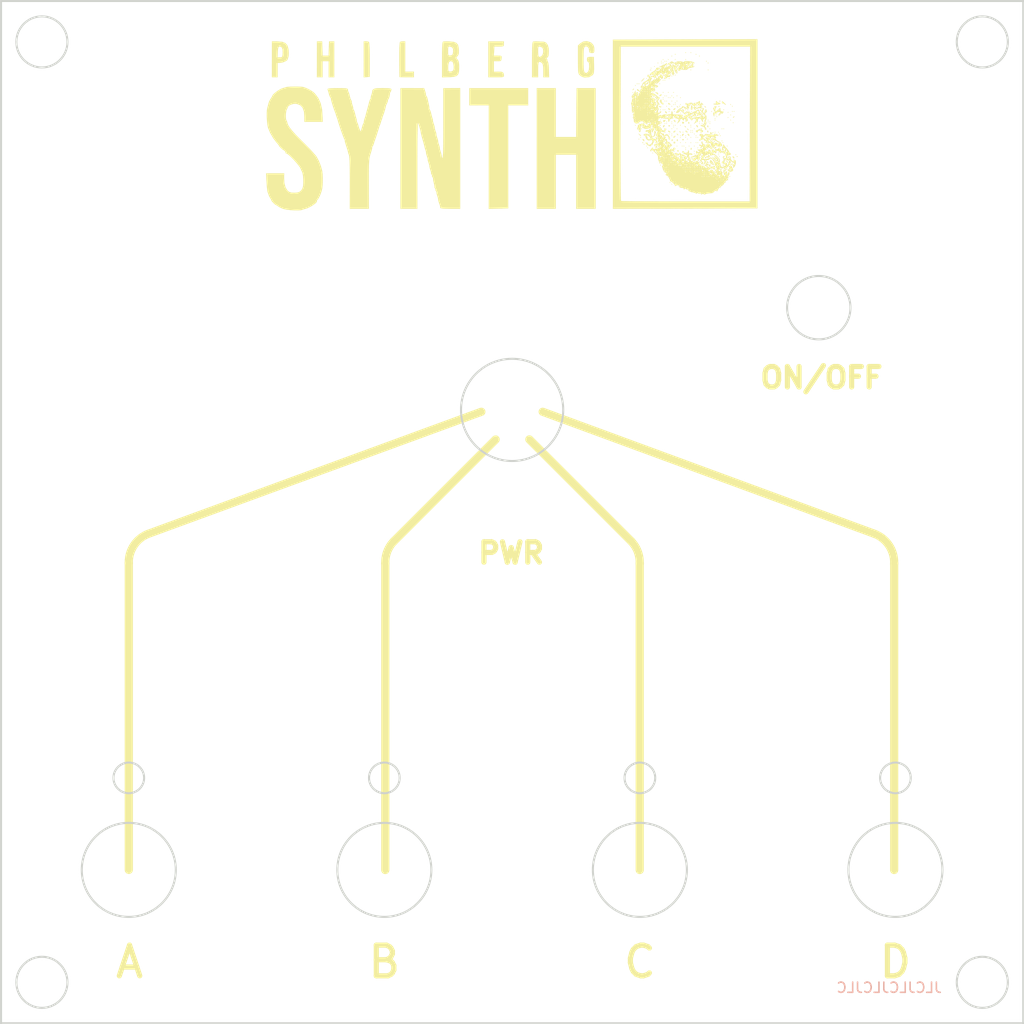
<source format=kicad_pcb>
(kicad_pcb (version 20171130) (host pcbnew "(5.1.2)-2")

  (general
    (thickness 1.6)
    (drawings 37)
    (tracks 0)
    (zones 0)
    (modules 1)
    (nets 1)
  )

  (page A4)
  (title_block
    (title "Philberg Key Hanger Panel")
    (date 2023-03-12)
    (company "Mindreau Audio")
    (comment 1 "For decoration purposes")
  )

  (layers
    (0 F.Cu signal)
    (31 B.Cu signal)
    (32 B.Adhes user)
    (33 F.Adhes user)
    (34 B.Paste user)
    (35 F.Paste user)
    (36 B.SilkS user)
    (37 F.SilkS user)
    (38 B.Mask user)
    (39 F.Mask user)
    (40 Dwgs.User user)
    (41 Cmts.User user)
    (42 Eco1.User user)
    (43 Eco2.User user)
    (44 Edge.Cuts user)
    (45 Margin user)
    (46 B.CrtYd user)
    (47 F.CrtYd user)
    (48 B.Fab user)
    (49 F.Fab user)
  )

  (setup
    (last_trace_width 0.25)
    (trace_clearance 0.2)
    (zone_clearance 0.508)
    (zone_45_only no)
    (trace_min 0.2)
    (via_size 0.8)
    (via_drill 0.4)
    (via_min_size 0.4)
    (via_min_drill 0.3)
    (uvia_size 0.3)
    (uvia_drill 0.1)
    (uvias_allowed no)
    (uvia_min_size 0.2)
    (uvia_min_drill 0.1)
    (edge_width 0.05)
    (segment_width 0.2)
    (pcb_text_width 0.3)
    (pcb_text_size 1.5 1.5)
    (mod_edge_width 0.12)
    (mod_text_size 1 1)
    (mod_text_width 0.15)
    (pad_size 1.524 1.524)
    (pad_drill 0.762)
    (pad_to_mask_clearance 0.051)
    (solder_mask_min_width 0.25)
    (aux_axis_origin 0 0)
    (visible_elements 7FFFFFFF)
    (pcbplotparams
      (layerselection 0x010fc_ffffffff)
      (usegerberextensions true)
      (usegerberattributes false)
      (usegerberadvancedattributes false)
      (creategerberjobfile false)
      (excludeedgelayer true)
      (linewidth 0.100000)
      (plotframeref false)
      (viasonmask false)
      (mode 1)
      (useauxorigin false)
      (hpglpennumber 1)
      (hpglpenspeed 20)
      (hpglpendiameter 15.000000)
      (psnegative false)
      (psa4output false)
      (plotreference true)
      (plotvalue true)
      (plotinvisibletext false)
      (padsonsilk false)
      (subtractmaskfromsilk true)
      (outputformat 1)
      (mirror false)
      (drillshape 0)
      (scaleselection 1)
      (outputdirectory "gerb"))
  )

  (net 0 "")

  (net_class Default "This is the default net class."
    (clearance 0.2)
    (trace_width 0.25)
    (via_dia 0.8)
    (via_drill 0.4)
    (uvia_dia 0.3)
    (uvia_drill 0.1)
  )

  (module philberg:logo (layer F.Cu) (tedit 0) (tstamp 640E361F)
    (at 88.354 37.592)
    (fp_text reference G*** (at 0 0) (layer F.SilkS) hide
      (effects (font (size 1.524 1.524) (thickness 0.3)))
    )
    (fp_text value LOGO (at 0.75 0) (layer F.SilkS) hide
      (effects (font (size 1.524 1.524) (thickness 0.3)))
    )
    (fp_poly (pts (xy 13.292667 1.058333) (xy 13.250333 1.100666) (xy 13.208 1.058333) (xy 13.250333 1.016)
      (xy 13.292667 1.058333)) (layer F.SilkS) (width 0.01))
    (fp_poly (pts (xy 13.292667 1.227666) (xy 13.250333 1.27) (xy 13.208 1.227666) (xy 13.250333 1.185333)
      (xy 13.292667 1.227666)) (layer F.SilkS) (width 0.01))
    (fp_poly (pts (xy 13.462 1.397) (xy 13.419667 1.439333) (xy 13.377333 1.397) (xy 13.419667 1.354666)
      (xy 13.462 1.397)) (layer F.SilkS) (width 0.01))
    (fp_poly (pts (xy 19.219333 1.227666) (xy 19.177 1.27) (xy 19.134667 1.227666) (xy 19.177 1.185333)
      (xy 19.219333 1.227666)) (layer F.SilkS) (width 0.01))
    (fp_poly (pts (xy 18.711333 1.227666) (xy 18.669 1.27) (xy 18.626667 1.227666) (xy 18.669 1.185333)
      (xy 18.711333 1.227666)) (layer F.SilkS) (width 0.01))
    (fp_poly (pts (xy 19.692555 1.238494) (xy 19.583736 1.369215) (xy 19.558 1.397) (xy 19.413142 1.539398)
      (xy 19.321934 1.607645) (xy 19.316816 1.608666) (xy 19.338778 1.555505) (xy 19.447597 1.424784)
      (xy 19.473333 1.397) (xy 19.618191 1.254601) (xy 19.709399 1.186354) (xy 19.714517 1.185333)
      (xy 19.692555 1.238494)) (layer F.SilkS) (width 0.01))
    (fp_poly (pts (xy 19.870096 1.568487) (xy 19.8228 1.629833) (xy 19.699219 1.761462) (xy 19.644057 1.76089)
      (xy 19.642667 1.746033) (xy 19.700526 1.675359) (xy 19.790833 1.597866) (xy 19.89112 1.524643)
      (xy 19.870096 1.568487)) (layer F.SilkS) (width 0.01))
    (fp_poly (pts (xy 17.499429 -5.88218) (xy 17.452133 -5.820834) (xy 17.328553 -5.689204) (xy 17.27339 -5.689777)
      (xy 17.272 -5.704634) (xy 17.329859 -5.775308) (xy 17.420167 -5.8528) (xy 17.520454 -5.926024)
      (xy 17.499429 -5.88218)) (layer F.SilkS) (width 0.01))
    (fp_poly (pts (xy 16.764 -5.630334) (xy 16.721667 -5.588) (xy 16.679333 -5.630334) (xy 16.721667 -5.672667)
      (xy 16.764 -5.630334)) (layer F.SilkS) (width 0.01))
    (fp_poly (pts (xy 13.280966 -4.198232) (xy 13.34105 -4.098994) (xy 13.273171 -4.007548) (xy 13.155673 -3.979334)
      (xy 13.071962 -3.936988) (xy 13.081 -3.894667) (xy 13.109763 -3.814774) (xy 13.05071 -3.839341)
      (xy 12.950035 -3.941778) (xy 12.893891 -4.04009) (xy 12.918501 -4.058751) (xy 13.118131 -4.048689)
      (xy 13.23783 -4.093511) (xy 13.242248 -4.161749) (xy 13.232154 -4.219592) (xy 13.280966 -4.198232)) (layer F.SilkS) (width 0.01))
    (fp_poly (pts (xy 12.107333 -2.667) (xy 12.065 -2.624667) (xy 12.022667 -2.667) (xy 12.065 -2.709334)
      (xy 12.107333 -2.667)) (layer F.SilkS) (width 0.01))
    (fp_poly (pts (xy 13.800667 -2.667) (xy 13.758333 -2.624667) (xy 13.716 -2.667) (xy 13.758333 -2.709334)
      (xy 13.800667 -2.667)) (layer F.SilkS) (width 0.01))
    (fp_poly (pts (xy 14.066369 -2.735561) (xy 14.128312 -2.68028) (xy 14.174338 -2.561819) (xy 14.076877 -2.445401)
      (xy 13.975981 -2.371656) (xy 13.994204 -2.412415) (xy 14.037034 -2.468267) (xy 14.103988 -2.585898)
      (xy 14.04593 -2.643886) (xy 14.037034 -2.647176) (xy 13.967701 -2.713358) (xy 13.979101 -2.742122)
      (xy 14.066369 -2.735561)) (layer F.SilkS) (width 0.01))
    (fp_poly (pts (xy 14.224 -2.074334) (xy 14.181667 -2.032) (xy 14.139333 -2.074334) (xy 14.181667 -2.116667)
      (xy 14.224 -2.074334)) (layer F.SilkS) (width 0.01))
    (fp_poly (pts (xy 18.090444 -1.919112) (xy 18.100577 -1.818632) (xy 18.090444 -1.806223) (xy 18.04011 -1.817845)
      (xy 18.034 -1.862667) (xy 18.064978 -1.932357) (xy 18.090444 -1.919112)) (layer F.SilkS) (width 0.01))
    (fp_poly (pts (xy 17.356667 -1.820334) (xy 17.314333 -1.778) (xy 17.272 -1.820334) (xy 17.314333 -1.862667)
      (xy 17.356667 -1.820334)) (layer F.SilkS) (width 0.01))
    (fp_poly (pts (xy 17.598356 -1.892999) (xy 17.64375 -1.764036) (xy 17.657339 -1.661055) (xy 17.627205 -1.511381)
      (xy 17.564067 -1.467556) (xy 17.487894 -1.533366) (xy 17.486751 -1.601612) (xy 17.493809 -1.651)
      (xy 17.526 -1.651) (xy 17.568333 -1.608667) (xy 17.610667 -1.651) (xy 17.568333 -1.693334)
      (xy 17.526 -1.651) (xy 17.493809 -1.651) (xy 17.515039 -1.799541) (xy 17.519522 -1.855612)
      (xy 17.547932 -1.936251) (xy 17.598356 -1.892999)) (layer F.SilkS) (width 0.01))
    (fp_poly (pts (xy 17.243778 -1.495778) (xy 17.232155 -1.445444) (xy 17.187333 -1.439334) (xy 17.117643 -1.470312)
      (xy 17.130889 -1.495778) (xy 17.231368 -1.505911) (xy 17.243778 -1.495778)) (layer F.SilkS) (width 0.01))
    (fp_poly (pts (xy 17.018 -1.481667) (xy 16.975667 -1.439334) (xy 16.933333 -1.481667) (xy 16.975667 -1.524)
      (xy 17.018 -1.481667)) (layer F.SilkS) (width 0.01))
    (fp_poly (pts (xy 18.512896 -1.472131) (xy 18.499667 -1.439334) (xy 18.423584 -1.358563) (xy 18.410003 -1.354667)
      (xy 18.373637 -1.420173) (xy 18.372667 -1.439334) (xy 18.437754 -1.520747) (xy 18.46233 -1.524)
      (xy 18.512896 -1.472131)) (layer F.SilkS) (width 0.01))
    (fp_poly (pts (xy 17.610667 -1.312334) (xy 17.568333 -1.27) (xy 17.526 -1.312334) (xy 17.568333 -1.354667)
      (xy 17.610667 -1.312334)) (layer F.SilkS) (width 0.01))
    (fp_poly (pts (xy 17.356667 -1.312334) (xy 17.314333 -1.27) (xy 17.272 -1.312334) (xy 17.314333 -1.354667)
      (xy 17.356667 -1.312334)) (layer F.SilkS) (width 0.01))
    (fp_poly (pts (xy 16.80617 -1.456145) (xy 16.820444 -1.397) (xy 16.810714 -1.283999) (xy 16.802589 -1.27)
      (xy 16.741791 -1.325502) (xy 16.679333 -1.397) (xy 16.618562 -1.497651) (xy 16.689708 -1.523952)
      (xy 16.697188 -1.524) (xy 16.80617 -1.456145)) (layer F.SilkS) (width 0.01))
    (fp_poly (pts (xy 18.520833 -1.151045) (xy 18.680813 -1.000928) (xy 18.70391 -0.935546) (xy 18.682122 -0.931334)
      (xy 18.612977 -0.988431) (xy 18.491622 -1.121834) (xy 18.330333 -1.312334) (xy 18.520833 -1.151045)) (layer F.SilkS) (width 0.01))
    (fp_poly (pts (xy 18.880667 -0.804334) (xy 18.838333 -0.762) (xy 18.796 -0.804334) (xy 18.838333 -0.846667)
      (xy 18.880667 -0.804334)) (layer F.SilkS) (width 0.01))
    (fp_poly (pts (xy 14.816667 1.227666) (xy 14.774333 1.27) (xy 14.732 1.227666) (xy 14.774333 1.185333)
      (xy 14.816667 1.227666)) (layer F.SilkS) (width 0.01))
    (fp_poly (pts (xy 14.816667 1.735666) (xy 14.774333 1.778) (xy 14.732 1.735666) (xy 14.774333 1.693333)
      (xy 14.816667 1.735666)) (layer F.SilkS) (width 0.01))
    (fp_poly (pts (xy 15.067221 1.754793) (xy 15.070667 1.778) (xy 15.04178 1.860465) (xy 15.03333 1.862666)
      (xy 14.961044 1.803337) (xy 14.943667 1.778) (xy 14.950379 1.699981) (xy 14.981003 1.693333)
      (xy 15.067221 1.754793)) (layer F.SilkS) (width 0.01))
    (fp_poly (pts (xy 16.764 3.175) (xy 16.721667 3.217333) (xy 16.679333 3.175) (xy 16.721667 3.132666)
      (xy 16.764 3.175)) (layer F.SilkS) (width 0.01))
    (fp_poly (pts (xy 19.236744 2.942882) (xy 19.256154 2.958758) (xy 19.335193 3.070325) (xy 19.279258 3.174058)
      (xy 19.181961 3.23252) (xy 19.148778 3.208991) (xy 19.052285 3.13376) (xy 19.037948 3.132666)
      (xy 18.989875 3.182804) (xy 18.998945 3.203222) (xy 18.973286 3.265248) (xy 18.92062 3.273777)
      (xy 18.844403 3.246379) (xy 18.895575 3.157035) (xy 19.037999 3.07996) (xy 19.115325 3.08744)
      (xy 19.19984 3.085722) (xy 19.184488 2.994651) (xy 19.163036 2.902556) (xy 19.236744 2.942882)) (layer F.SilkS) (width 0.01))
    (fp_poly (pts (xy 19.892434 3.106434) (xy 20.048172 3.240739) (xy 20.054062 3.246958) (xy 20.172621 3.397275)
      (xy 20.171379 3.493849) (xy 20.125927 3.541398) (xy 20.02859 3.572054) (xy 19.898772 3.498773)
      (xy 19.751874 3.353639) (xy 19.873023 3.353639) (xy 19.918676 3.424936) (xy 20.026906 3.513952)
      (xy 20.048199 3.458341) (xy 20.016788 3.356937) (xy 19.937527 3.261688) (xy 19.888638 3.264628)
      (xy 19.873023 3.353639) (xy 19.751874 3.353639) (xy 19.72094 3.323077) (xy 19.593242 3.177638)
      (xy 19.563308 3.126535) (xy 19.613094 3.161153) (xy 19.765248 3.249222) (xy 19.846455 3.23008)
      (xy 19.831903 3.130616) (xy 19.791361 3.104248) (xy 19.745583 3.063112) (xy 19.776075 3.054684)
      (xy 19.892434 3.106434)) (layer F.SilkS) (width 0.01))
    (fp_poly (pts (xy 20.976167 3.505622) (xy 21.111836 3.629243) (xy 21.166667 3.696122) (xy 21.127911 3.717451)
      (xy 21.006827 3.603664) (xy 20.946955 3.534833) (xy 20.785667 3.344333) (xy 20.976167 3.505622)) (layer F.SilkS) (width 0.01))
    (fp_poly (pts (xy 20.235333 3.937) (xy 20.193 3.979333) (xy 20.150667 3.937) (xy 20.193 3.894666)
      (xy 20.235333 3.937)) (layer F.SilkS) (width 0.01))
    (fp_poly (pts (xy 19.143405 3.607286) (xy 19.212962 3.7073) (xy 19.206645 3.76476) (xy 19.134137 3.735977)
      (xy 19.067828 3.67446) (xy 19.01386 3.578917) (xy 19.041665 3.556) (xy 19.143405 3.607286)) (layer F.SilkS) (width 0.01))
    (fp_poly (pts (xy 19.469776 3.473823) (xy 19.593766 3.610354) (xy 19.623022 3.645886) (xy 19.729481 3.811643)
      (xy 19.748141 3.919673) (xy 19.738449 3.93013) (xy 19.629286 3.914177) (xy 19.558 3.852333)
      (xy 19.440917 3.767994) (xy 19.383499 3.77086) (xy 19.350922 3.732876) (xy 19.35084 3.609191)
      (xy 19.365843 3.53671) (xy 19.507622 3.704166) (xy 19.657739 3.864146) (xy 19.723121 3.887243)
      (xy 19.727333 3.865455) (xy 19.670236 3.79631) (xy 19.536833 3.674955) (xy 19.366992 3.531158)
      (xy 19.377763 3.479124) (xy 19.407178 3.428701) (xy 19.469776 3.473823)) (layer F.SilkS) (width 0.01))
    (fp_poly (pts (xy 19.981333 4.191) (xy 19.939 4.233333) (xy 19.896667 4.191) (xy 19.939 4.148666)
      (xy 19.981333 4.191)) (layer F.SilkS) (width 0.01))
    (fp_poly (pts (xy 19.558 4.275666) (xy 19.515667 4.318) (xy 19.473333 4.275666) (xy 19.515667 4.233333)
      (xy 19.558 4.275666)) (layer F.SilkS) (width 0.01))
    (fp_poly (pts (xy 19.219333 4.445) (xy 19.177 4.487333) (xy 19.134667 4.445) (xy 19.177 4.402666)
      (xy 19.219333 4.445)) (layer F.SilkS) (width 0.01))
    (fp_poly (pts (xy 19.771821 4.513903) (xy 19.833167 4.5612) (xy 19.950426 4.665644) (xy 19.981333 4.709366)
      (xy 19.940148 4.734709) (xy 19.827595 4.625946) (xy 19.8012 4.593166) (xy 19.727976 4.492879)
      (xy 19.771821 4.513903)) (layer F.SilkS) (width 0.01))
    (fp_poly (pts (xy 17.526 -7.069667) (xy 17.483667 -7.027334) (xy 17.441333 -7.069667) (xy 17.483667 -7.112)
      (xy 17.526 -7.069667)) (layer F.SilkS) (width 0.01))
    (fp_poly (pts (xy 17.018 -7.069667) (xy 16.975667 -7.027334) (xy 16.933333 -7.069667) (xy 16.975667 -7.112)
      (xy 17.018 -7.069667)) (layer F.SilkS) (width 0.01))
    (fp_poly (pts (xy 18.034 -6.900334) (xy 17.991667 -6.858) (xy 17.949333 -6.900334) (xy 17.991667 -6.942667)
      (xy 18.034 -6.900334)) (layer F.SilkS) (width 0.01))
    (fp_poly (pts (xy 16.002 -6.900334) (xy 15.959667 -6.858) (xy 15.917333 -6.900334) (xy 15.959667 -6.942667)
      (xy 16.002 -6.900334)) (layer F.SilkS) (width 0.01))
    (fp_poly (pts (xy 18.372667 -6.731) (xy 18.330333 -6.688667) (xy 18.288 -6.731) (xy 18.330333 -6.773334)
      (xy 18.372667 -6.731)) (layer F.SilkS) (width 0.01))
    (fp_poly (pts (xy 15.663333 -6.731) (xy 15.621 -6.688667) (xy 15.578667 -6.731) (xy 15.621 -6.773334)
      (xy 15.663333 -6.731)) (layer F.SilkS) (width 0.01))
    (fp_poly (pts (xy 17.018 -6.392334) (xy 16.975667 -6.35) (xy 16.933333 -6.392334) (xy 16.975667 -6.434667)
      (xy 17.018 -6.392334)) (layer F.SilkS) (width 0.01))
    (fp_poly (pts (xy 16.002 -6.392334) (xy 15.959667 -6.35) (xy 15.917333 -6.392334) (xy 15.959667 -6.434667)
      (xy 16.002 -6.392334)) (layer F.SilkS) (width 0.01))
    (fp_poly (pts (xy 15.324667 -6.392334) (xy 15.282333 -6.35) (xy 15.24 -6.392334) (xy 15.282333 -6.434667)
      (xy 15.324667 -6.392334)) (layer F.SilkS) (width 0.01))
    (fp_poly (pts (xy 14.816667 -6.392334) (xy 14.774333 -6.35) (xy 14.732 -6.392334) (xy 14.774333 -6.434667)
      (xy 14.816667 -6.392334)) (layer F.SilkS) (width 0.01))
    (fp_poly (pts (xy 19.05 -6.223) (xy 19.007667 -6.180667) (xy 18.965333 -6.223) (xy 19.007667 -6.265334)
      (xy 19.05 -6.223)) (layer F.SilkS) (width 0.01))
    (fp_poly (pts (xy 15.155333 -6.223) (xy 15.113 -6.180667) (xy 15.070667 -6.223) (xy 15.113 -6.265334)
      (xy 15.155333 -6.223)) (layer F.SilkS) (width 0.01))
    (fp_poly (pts (xy 14.986 -6.223) (xy 14.943667 -6.180667) (xy 14.901333 -6.223) (xy 14.943667 -6.265334)
      (xy 14.986 -6.223)) (layer F.SilkS) (width 0.01))
    (fp_poly (pts (xy 14.647333 -6.223) (xy 14.605 -6.180667) (xy 14.562667 -6.223) (xy 14.605 -6.265334)
      (xy 14.647333 -6.223)) (layer F.SilkS) (width 0.01))
    (fp_poly (pts (xy 19.219333 -6.053667) (xy 19.177 -6.011334) (xy 19.134667 -6.053667) (xy 19.177 -6.096)
      (xy 19.219333 -6.053667)) (layer F.SilkS) (width 0.01))
    (fp_poly (pts (xy 14.816667 -6.053667) (xy 14.774333 -6.011334) (xy 14.732 -6.053667) (xy 14.774333 -6.096)
      (xy 14.816667 -6.053667)) (layer F.SilkS) (width 0.01))
    (fp_poly (pts (xy 14.647333 -6.053667) (xy 14.605 -6.011334) (xy 14.562667 -6.053667) (xy 14.605 -6.096)
      (xy 14.647333 -6.053667)) (layer F.SilkS) (width 0.01))
    (fp_poly (pts (xy 14.308667 -6.053667) (xy 14.266333 -6.011334) (xy 14.224 -6.053667) (xy 14.266333 -6.096)
      (xy 14.308667 -6.053667)) (layer F.SilkS) (width 0.01))
    (fp_poly (pts (xy 16.51 -5.884334) (xy 16.467667 -5.842) (xy 16.425333 -5.884334) (xy 16.467667 -5.926667)
      (xy 16.51 -5.884334)) (layer F.SilkS) (width 0.01))
    (fp_poly (pts (xy 13.97 -5.715) (xy 13.927667 -5.672667) (xy 13.885333 -5.715) (xy 13.927667 -5.757334)
      (xy 13.97 -5.715)) (layer F.SilkS) (width 0.01))
    (fp_poly (pts (xy 15.12877 -5.702644) (xy 15.113 -5.672667) (xy 15.033226 -5.59181) (xy 15.01834 -5.588)
      (xy 15.012563 -5.642691) (xy 15.028333 -5.672667) (xy 15.108107 -5.753524) (xy 15.122993 -5.757334)
      (xy 15.12877 -5.702644)) (layer F.SilkS) (width 0.01))
    (fp_poly (pts (xy 13.631333 -5.545667) (xy 13.589 -5.503334) (xy 13.546667 -5.545667) (xy 13.589 -5.588)
      (xy 13.631333 -5.545667)) (layer F.SilkS) (width 0.01))
    (fp_poly (pts (xy 19.219333 -5.376334) (xy 19.177 -5.334) (xy 19.134667 -5.376334) (xy 19.177 -5.418667)
      (xy 19.219333 -5.376334)) (layer F.SilkS) (width 0.01))
    (fp_poly (pts (xy 17.526 -5.376334) (xy 17.483667 -5.334) (xy 17.441333 -5.376334) (xy 17.483667 -5.418667)
      (xy 17.526 -5.376334)) (layer F.SilkS) (width 0.01))
    (fp_poly (pts (xy 13.603111 -5.390445) (xy 13.591489 -5.340111) (xy 13.546667 -5.334) (xy 13.476976 -5.364979)
      (xy 13.490222 -5.390445) (xy 13.590702 -5.400578) (xy 13.603111 -5.390445)) (layer F.SilkS) (width 0.01))
    (fp_poly (pts (xy 15.917333 -5.291667) (xy 15.875 -5.249334) (xy 15.832667 -5.291667) (xy 15.875 -5.334)
      (xy 15.917333 -5.291667)) (layer F.SilkS) (width 0.01))
    (fp_poly (pts (xy 16.002 -4.868334) (xy 15.959667 -4.826) (xy 15.917333 -4.868334) (xy 15.959667 -4.910667)
      (xy 16.002 -4.868334)) (layer F.SilkS) (width 0.01))
    (fp_poly (pts (xy 16.292752 -5.875282) (xy 16.203809 -5.749918) (xy 16.188678 -5.733463) (xy 16.06923 -5.580555)
      (xy 16.064631 -5.447601) (xy 16.125821 -5.311564) (xy 16.187341 -5.128639) (xy 16.160618 -5.033968)
      (xy 16.066091 -5.05844) (xy 16.001226 -5.123266) (xy 15.943853 -5.225061) (xy 15.943856 -5.225065)
      (xy 16.015648 -5.225065) (xy 16.036248 -5.177749) (xy 16.121499 -5.086855) (xy 16.170509 -5.105501)
      (xy 16.171333 -5.117337) (xy 16.111196 -5.18895) (xy 16.073585 -5.215085) (xy 16.015648 -5.225065)
      (xy 15.943856 -5.225065) (xy 15.962422 -5.249334) (xy 15.962641 -5.301466) (xy 15.875 -5.418667)
      (xy 15.784687 -5.546115) (xy 15.82803 -5.587911) (xy 15.833655 -5.588) (xy 15.905606 -5.616357)
      (xy 15.894744 -5.638812) (xy 15.793322 -5.659087) (xy 15.716134 -5.581417) (xy 15.727916 -5.474629)
      (xy 15.79046 -5.303413) (xy 15.792695 -5.249334) (xy 15.836891 -5.097025) (xy 15.872167 -5.06013)
      (xy 15.899519 -5.005288) (xy 15.848836 -4.99663) (xy 15.77869 -4.948217) (xy 15.790333 -4.910667)
      (xy 15.818614 -4.830933) (xy 15.759123 -4.85559) (xy 15.663333 -4.953) (xy 15.61536 -5.037667)
      (xy 15.663333 -5.037667) (xy 15.705667 -4.995334) (xy 15.748 -5.037667) (xy 15.705667 -5.08)
      (xy 15.663333 -5.037667) (xy 15.61536 -5.037667) (xy 15.605365 -5.055307) (xy 15.623755 -5.08)
      (xy 15.625911 -5.131606) (xy 15.54877 -5.235591) (xy 15.457208 -5.36093) (xy 15.464462 -5.383389)
      (xy 15.585351 -5.383389) (xy 15.600917 -5.273575) (xy 15.629819 -5.272264) (xy 15.650031 -5.385581)
      (xy 15.636503 -5.434542) (xy 15.598909 -5.466612) (xy 15.585351 -5.383389) (xy 15.464462 -5.383389)
      (xy 15.488592 -5.45809) (xy 15.572271 -5.53988) (xy 15.680073 -5.692217) (xy 15.690151 -5.799667)
      (xy 15.748 -5.799667) (xy 15.790333 -5.757334) (xy 15.832667 -5.799667) (xy 15.790333 -5.842)
      (xy 15.748 -5.799667) (xy 15.690151 -5.799667) (xy 15.690898 -5.807622) (xy 15.684984 -5.912434)
      (xy 15.777034 -5.901186) (xy 15.930068 -5.788142) (xy 16.048883 -5.696124) (xy 16.108508 -5.724696)
      (xy 16.136293 -5.788142) (xy 16.226517 -5.90735) (xy 16.279817 -5.926667) (xy 16.292752 -5.875282)) (layer F.SilkS) (width 0.01))
    (fp_poly (pts (xy 14.423563 -5.57397) (xy 14.432746 -5.514332) (xy 14.394107 -5.461933) (xy 14.279837 -5.37509)
      (xy 14.225722 -5.37527) (xy 14.129126 -5.349619) (xy 14.010526 -5.247337) (xy 13.921485 -5.126319)
      (xy 13.924911 -5.08) (xy 13.934609 -5.027963) (xy 13.884467 -4.951956) (xy 13.772314 -4.869488)
      (xy 13.646181 -4.93079) (xy 13.555586 -4.993957) (xy 13.572044 -4.94144) (xy 13.577744 -4.931834)
      (xy 13.587011 -4.839252) (xy 13.551663 -4.826) (xy 13.465311 -4.87415) (xy 13.462 -4.891851)
      (xy 13.522688 -4.994183) (xy 13.662162 -5.128204) (xy 13.816539 -5.234397) (xy 13.843 -5.246816)
      (xy 13.999358 -5.348699) (xy 14.079866 -5.461) (xy 14.224 -5.461) (xy 14.266333 -5.418667)
      (xy 14.308667 -5.461) (xy 14.266333 -5.503334) (xy 14.224 -5.461) (xy 14.079866 -5.461)
      (xy 14.08567 -5.469095) (xy 14.083116 -5.5245) (xy 14.125889 -5.570406) (xy 14.271703 -5.588)
      (xy 14.423563 -5.57397)) (layer F.SilkS) (width 0.01))
    (fp_poly (pts (xy 15.663333 -4.783667) (xy 15.621 -4.741334) (xy 15.578667 -4.783667) (xy 15.621 -4.826)
      (xy 15.663333 -4.783667)) (layer F.SilkS) (width 0.01))
    (fp_poly (pts (xy 15.070667 -4.930093) (xy 15.005043 -4.824771) (xy 14.8709 -4.790951) (xy 14.76347 -4.850865)
      (xy 14.747661 -4.907814) (xy 14.774136 -4.890235) (xy 14.887922 -4.881997) (xy 14.957043 -4.921769)
      (xy 15.054026 -4.966659) (xy 15.070667 -4.930093)) (layer F.SilkS) (width 0.01))
    (fp_poly (pts (xy 14.282103 -4.855977) (xy 14.266333 -4.826) (xy 14.186559 -4.745144) (xy 14.171673 -4.741334)
      (xy 14.165896 -4.796024) (xy 14.181667 -4.826) (xy 14.261441 -4.906857) (xy 14.276327 -4.910667)
      (xy 14.282103 -4.855977)) (layer F.SilkS) (width 0.01))
    (fp_poly (pts (xy 15.409333 -4.529667) (xy 15.367 -4.487334) (xy 15.324667 -4.529667) (xy 15.367 -4.572)
      (xy 15.409333 -4.529667)) (layer F.SilkS) (width 0.01))
    (fp_poly (pts (xy 13.97 -4.529667) (xy 13.927667 -4.487334) (xy 13.885333 -4.529667) (xy 13.927667 -4.572)
      (xy 13.97 -4.529667)) (layer F.SilkS) (width 0.01))
    (fp_poly (pts (xy 13.208 -4.529667) (xy 13.165667 -4.487334) (xy 13.123333 -4.529667) (xy 13.165667 -4.572)
      (xy 13.208 -4.529667)) (layer F.SilkS) (width 0.01))
    (fp_poly (pts (xy 14.986 -4.360334) (xy 14.943667 -4.318) (xy 14.901333 -4.360334) (xy 14.943667 -4.402667)
      (xy 14.986 -4.360334)) (layer F.SilkS) (width 0.01))
    (fp_poly (pts (xy 14.816667 -4.360334) (xy 14.774333 -4.318) (xy 14.732 -4.360334) (xy 14.774333 -4.402667)
      (xy 14.816667 -4.360334)) (layer F.SilkS) (width 0.01))
    (fp_poly (pts (xy 13.716 -4.275667) (xy 13.673667 -4.233334) (xy 13.631333 -4.275667) (xy 13.673667 -4.318)
      (xy 13.716 -4.275667)) (layer F.SilkS) (width 0.01))
    (fp_poly (pts (xy 12.920719 -4.519121) (xy 12.827 -4.402667) (xy 12.69977 -4.27745) (xy 12.631422 -4.233334)
      (xy 12.648614 -4.286213) (xy 12.742333 -4.402667) (xy 12.869563 -4.527884) (xy 12.937911 -4.572)
      (xy 12.920719 -4.519121)) (layer F.SilkS) (width 0.01))
    (fp_poly (pts (xy 14.478 -4.021667) (xy 14.435667 -3.979334) (xy 14.393333 -4.021667) (xy 14.435667 -4.064)
      (xy 14.478 -4.021667)) (layer F.SilkS) (width 0.01))
    (fp_poly (pts (xy 12.446 -4.021667) (xy 12.403667 -3.979334) (xy 12.361333 -4.021667) (xy 12.403667 -4.064)
      (xy 12.446 -4.021667)) (layer F.SilkS) (width 0.01))
    (fp_poly (pts (xy 12.276667 -4.021667) (xy 12.234333 -3.979334) (xy 12.192 -4.021667) (xy 12.234333 -4.064)
      (xy 12.276667 -4.021667)) (layer F.SilkS) (width 0.01))
    (fp_poly (pts (xy 12.107333 -3.852334) (xy 12.065 -3.81) (xy 12.022667 -3.852334) (xy 12.065 -3.894667)
      (xy 12.107333 -3.852334)) (layer F.SilkS) (width 0.01))
    (fp_poly (pts (xy 11.911437 -3.50131) (xy 11.895667 -3.471334) (xy 11.815892 -3.390477) (xy 11.801006 -3.386667)
      (xy 11.79523 -3.441357) (xy 11.811 -3.471334) (xy 11.890774 -3.552191) (xy 11.90566 -3.556)
      (xy 11.911437 -3.50131)) (layer F.SilkS) (width 0.01))
    (fp_poly (pts (xy 12.327689 -3.458057) (xy 12.375444 -3.41623) (xy 12.511443 -3.276089) (xy 12.513507 -3.219649)
      (xy 12.49333 -3.217334) (xy 12.421108 -3.276757) (xy 12.402813 -3.303382) (xy 12.310264 -3.3579)
      (xy 12.284927 -3.349439) (xy 12.228136 -3.378903) (xy 12.220222 -3.433077) (xy 12.241117 -3.506034)
      (xy 12.327689 -3.458057)) (layer F.SilkS) (width 0.01))
    (fp_poly (pts (xy 15.832667 -3.175) (xy 15.790333 -3.132667) (xy 15.748 -3.175) (xy 15.790333 -3.217334)
      (xy 15.832667 -3.175)) (layer F.SilkS) (width 0.01))
    (fp_poly (pts (xy 15.324667 -3.175) (xy 15.282333 -3.132667) (xy 15.24 -3.175) (xy 15.282333 -3.217334)
      (xy 15.324667 -3.175)) (layer F.SilkS) (width 0.01))
    (fp_poly (pts (xy 14.816667 -3.175) (xy 14.774333 -3.132667) (xy 14.732 -3.175) (xy 14.774333 -3.217334)
      (xy 14.816667 -3.175)) (layer F.SilkS) (width 0.01))
    (fp_poly (pts (xy 13.800667 -3.175) (xy 13.758333 -3.132667) (xy 13.716 -3.175) (xy 13.758333 -3.217334)
      (xy 13.800667 -3.175)) (layer F.SilkS) (width 0.01))
    (fp_poly (pts (xy 11.853333 -3.175) (xy 11.811 -3.132667) (xy 11.768667 -3.175) (xy 11.811 -3.217334)
      (xy 11.853333 -3.175)) (layer F.SilkS) (width 0.01))
    (fp_poly (pts (xy 14.115204 -3.195872) (xy 14.250718 -3.138397) (xy 14.280444 -3.073379) (xy 14.276099 -2.973486)
      (xy 14.273389 -2.966027) (xy 14.209847 -3.0121) (xy 14.108148 -3.088519) (xy 13.999555 -3.178052)
      (xy 14.029525 -3.200608) (xy 14.115204 -3.195872)) (layer F.SilkS) (width 0.01))
    (fp_poly (pts (xy 12.322103 -3.108078) (xy 12.325047 -3.048) (xy 12.318307 -2.903671) (xy 12.272991 -2.911475)
      (xy 12.203101 -2.992291) (xy 12.149392 -3.115748) (xy 12.164512 -3.161624) (xy 12.271275 -3.212943)
      (xy 12.322103 -3.108078)) (layer F.SilkS) (width 0.01))
    (fp_poly (pts (xy 16.171333 -2.836334) (xy 16.129 -2.794) (xy 16.086667 -2.836334) (xy 16.129 -2.878667)
      (xy 16.171333 -2.836334)) (layer F.SilkS) (width 0.01))
    (fp_poly (pts (xy 15.663333 -2.836334) (xy 15.621 -2.794) (xy 15.578667 -2.836334) (xy 15.621 -2.878667)
      (xy 15.663333 -2.836334)) (layer F.SilkS) (width 0.01))
    (fp_poly (pts (xy 15.155333 -2.836334) (xy 15.113 -2.794) (xy 15.070667 -2.836334) (xy 15.113 -2.878667)
      (xy 15.155333 -2.836334)) (layer F.SilkS) (width 0.01))
    (fp_poly (pts (xy 14.986 -2.836334) (xy 14.943667 -2.794) (xy 14.901333 -2.836334) (xy 14.943667 -2.878667)
      (xy 14.986 -2.836334)) (layer F.SilkS) (width 0.01))
    (fp_poly (pts (xy 14.619111 -2.933767) (xy 14.552208 -2.831954) (xy 14.506222 -2.822223) (xy 14.402579 -2.833021)
      (xy 14.393333 -2.840078) (xy 14.448282 -2.900989) (xy 14.506222 -2.951623) (xy 14.599341 -2.998771)
      (xy 14.619111 -2.933767)) (layer F.SilkS) (width 0.01))
    (fp_poly (pts (xy 16.51 -2.667) (xy 16.467667 -2.624667) (xy 16.425333 -2.667) (xy 16.467667 -2.709334)
      (xy 16.51 -2.667)) (layer F.SilkS) (width 0.01))
    (fp_poly (pts (xy 15.832667 -2.667) (xy 15.790333 -2.624667) (xy 15.748 -2.667) (xy 15.790333 -2.709334)
      (xy 15.832667 -2.667)) (layer F.SilkS) (width 0.01))
    (fp_poly (pts (xy 15.494 -2.667) (xy 15.451667 -2.624667) (xy 15.409333 -2.667) (xy 15.451667 -2.709334)
      (xy 15.494 -2.667)) (layer F.SilkS) (width 0.01))
    (fp_poly (pts (xy 15.324667 -2.667) (xy 15.282333 -2.624667) (xy 15.24 -2.667) (xy 15.282333 -2.709334)
      (xy 15.324667 -2.667)) (layer F.SilkS) (width 0.01))
    (fp_poly (pts (xy 14.816667 -2.667) (xy 14.774333 -2.624667) (xy 14.732 -2.667) (xy 14.774333 -2.709334)
      (xy 14.816667 -2.667)) (layer F.SilkS) (width 0.01))
    (fp_poly (pts (xy 14.816667 -2.497667) (xy 14.774333 -2.455334) (xy 14.732 -2.497667) (xy 14.774333 -2.54)
      (xy 14.816667 -2.497667)) (layer F.SilkS) (width 0.01))
    (fp_poly (pts (xy 20.376444 -2.342445) (xy 20.364822 -2.292111) (xy 20.32 -2.286) (xy 20.25031 -2.316979)
      (xy 20.263555 -2.342445) (xy 20.364035 -2.352578) (xy 20.376444 -2.342445)) (layer F.SilkS) (width 0.01))
    (fp_poly (pts (xy 16.171333 -2.328334) (xy 16.129 -2.286) (xy 16.086667 -2.328334) (xy 16.129 -2.370667)
      (xy 16.171333 -2.328334)) (layer F.SilkS) (width 0.01))
    (fp_poly (pts (xy 15.663333 -2.328334) (xy 15.621 -2.286) (xy 15.578667 -2.328334) (xy 15.621 -2.370667)
      (xy 15.663333 -2.328334)) (layer F.SilkS) (width 0.01))
    (fp_poly (pts (xy 15.155333 -2.328334) (xy 15.113 -2.286) (xy 15.070667 -2.328334) (xy 15.113 -2.370667)
      (xy 15.155333 -2.328334)) (layer F.SilkS) (width 0.01))
    (fp_poly (pts (xy 14.986 -2.328334) (xy 14.943667 -2.286) (xy 14.901333 -2.328334) (xy 14.943667 -2.370667)
      (xy 14.986 -2.328334)) (layer F.SilkS) (width 0.01))
    (fp_poly (pts (xy 16.002 -2.159) (xy 15.959667 -2.116667) (xy 15.917333 -2.159) (xy 15.959667 -2.201334)
      (xy 16.002 -2.159)) (layer F.SilkS) (width 0.01))
    (fp_poly (pts (xy 21.420667 -1.989667) (xy 21.378333 -1.947334) (xy 21.336 -1.989667) (xy 21.378333 -2.032)
      (xy 21.420667 -1.989667)) (layer F.SilkS) (width 0.01))
    (fp_poly (pts (xy 20.595718 -2.293448) (xy 20.719143 -2.18429) (xy 20.853666 -2.050113) (xy 20.912559 -1.97593)
      (xy 20.912667 -1.974909) (xy 20.870929 -1.950079) (xy 20.78994 -2.025694) (xy 20.782099 -2.037773)
      (xy 20.665599 -2.097479) (xy 20.625912 -2.089725) (xy 20.543955 -2.125238) (xy 20.525619 -2.208667)
      (xy 20.536825 -2.306592) (xy 20.595718 -2.293448)) (layer F.SilkS) (width 0.01))
    (fp_poly (pts (xy 20.046961 -2.318226) (xy 20.046931 -2.271127) (xy 20.095794 -2.183288) (xy 20.200055 -2.16797)
      (xy 20.340981 -2.136253) (xy 20.376444 -2.079824) (xy 20.299057 -2.016043) (xy 20.094062 -1.981724)
      (xy 20.013111 -1.97886) (xy 19.802805 -1.99016) (xy 19.694577 -2.023161) (xy 19.691267 -2.042142)
      (xy 19.793754 -2.075909) (xy 19.858005 -2.061209) (xy 19.945705 -2.062558) (xy 19.943977 -2.074334)
      (xy 20.150667 -2.074334) (xy 20.193 -2.032) (xy 20.235333 -2.074334) (xy 20.193 -2.116667)
      (xy 20.150667 -2.074334) (xy 19.943977 -2.074334) (xy 19.934188 -2.14101) (xy 19.93916 -2.282536)
      (xy 19.977659 -2.326063) (xy 20.046961 -2.318226)) (layer F.SilkS) (width 0.01))
    (fp_poly (pts (xy 16.51 -1.989667) (xy 16.467667 -1.947334) (xy 16.425333 -1.989667) (xy 16.467667 -2.032)
      (xy 16.51 -1.989667)) (layer F.SilkS) (width 0.01))
    (fp_poly (pts (xy 16.002 -1.989667) (xy 15.959667 -1.947334) (xy 15.917333 -1.989667) (xy 15.959667 -2.032)
      (xy 16.002 -1.989667)) (layer F.SilkS) (width 0.01))
    (fp_poly (pts (xy 15.832667 -1.989667) (xy 15.790333 -1.947334) (xy 15.748 -1.989667) (xy 15.790333 -2.032)
      (xy 15.832667 -1.989667)) (layer F.SilkS) (width 0.01))
    (fp_poly (pts (xy 15.381111 -2.104956) (xy 15.477889 -2.015946) (xy 15.494 -1.993411) (xy 15.425731 -1.977018)
      (xy 15.381111 -1.975556) (xy 15.278071 -2.041663) (xy 15.268222 -2.087101) (xy 15.298718 -2.153801)
      (xy 15.381111 -2.104956)) (layer F.SilkS) (width 0.01))
    (fp_poly (pts (xy 14.616774 -2.392126) (xy 14.615245 -2.351263) (xy 14.646632 -2.202504) (xy 14.710833 -2.15946)
      (xy 14.814183 -2.113678) (xy 14.823722 -2.088445) (xy 14.79013 -1.985268) (xy 14.687215 -2.015437)
      (xy 14.625338 -2.074334) (xy 14.732 -2.074334) (xy 14.774333 -2.032) (xy 14.816667 -2.074334)
      (xy 14.774333 -2.116667) (xy 14.732 -2.074334) (xy 14.625338 -2.074334) (xy 14.568385 -2.128544)
      (xy 14.498122 -2.211267) (xy 14.441399 -2.328334) (xy 14.478 -2.328334) (xy 14.520333 -2.286)
      (xy 14.562667 -2.328334) (xy 14.520333 -2.370667) (xy 14.478 -2.328334) (xy 14.441399 -2.328334)
      (xy 14.435132 -2.341268) (xy 14.508368 -2.445404) (xy 14.59518 -2.488553) (xy 14.616774 -2.392126)) (layer F.SilkS) (width 0.01))
    (fp_poly (pts (xy 21.59 -1.820334) (xy 21.547667 -1.778) (xy 21.505333 -1.820334) (xy 21.547667 -1.862667)
      (xy 21.59 -1.820334)) (layer F.SilkS) (width 0.01))
    (fp_poly (pts (xy 20.291778 -1.834445) (xy 20.280155 -1.784111) (xy 20.235333 -1.778) (xy 20.165643 -1.808979)
      (xy 20.178889 -1.834445) (xy 20.279368 -1.844578) (xy 20.291778 -1.834445)) (layer F.SilkS) (width 0.01))
    (fp_poly (pts (xy 16.425333 -1.820334) (xy 16.383 -1.778) (xy 16.340667 -1.820334) (xy 16.383 -1.862667)
      (xy 16.425333 -1.820334)) (layer F.SilkS) (width 0.01))
    (fp_poly (pts (xy 15.663333 -1.820334) (xy 15.621 -1.778) (xy 15.578667 -1.820334) (xy 15.621 -1.862667)
      (xy 15.663333 -1.820334)) (layer F.SilkS) (width 0.01))
    (fp_poly (pts (xy 15.155333 -1.820334) (xy 15.113 -1.778) (xy 15.070667 -1.820334) (xy 15.113 -1.862667)
      (xy 15.155333 -1.820334)) (layer F.SilkS) (width 0.01))
    (fp_poly (pts (xy 18.867585 -1.828419) (xy 18.958478 -1.743168) (xy 18.939833 -1.694158) (xy 18.927997 -1.693334)
      (xy 18.856384 -1.753471) (xy 18.830248 -1.791082) (xy 18.820269 -1.849019) (xy 18.867585 -1.828419)) (layer F.SilkS) (width 0.01))
    (fp_poly (pts (xy 16.158251 -1.828419) (xy 16.249145 -1.743168) (xy 16.230499 -1.694158) (xy 16.218663 -1.693334)
      (xy 16.147051 -1.753471) (xy 16.120915 -1.791082) (xy 16.110936 -1.849019) (xy 16.158251 -1.828419)) (layer F.SilkS) (width 0.01))
    (fp_poly (pts (xy 14.452035 -1.841344) (xy 14.579437 -1.80547) (xy 14.594138 -1.760425) (xy 14.547779 -1.702747)
      (xy 14.476356 -1.724632) (xy 14.394401 -1.775549) (xy 14.329687 -1.833372) (xy 14.416762 -1.843645)
      (xy 14.452035 -1.841344)) (layer F.SilkS) (width 0.01))
    (fp_poly (pts (xy 20.743333 -1.481667) (xy 20.701 -1.439334) (xy 20.658667 -1.481667) (xy 20.701 -1.524)
      (xy 20.743333 -1.481667)) (layer F.SilkS) (width 0.01))
    (fp_poly (pts (xy 15.973778 -1.579101) (xy 15.906874 -1.477288) (xy 15.860889 -1.467556) (xy 15.757246 -1.478354)
      (xy 15.748 -1.485411) (xy 15.802949 -1.546322) (xy 15.860889 -1.596956) (xy 15.954008 -1.644105)
      (xy 15.973778 -1.579101)) (layer F.SilkS) (width 0.01))
    (fp_poly (pts (xy 15.381111 -1.596956) (xy 15.477889 -1.507946) (xy 15.494 -1.485411) (xy 15.425731 -1.469018)
      (xy 15.381111 -1.467556) (xy 15.278071 -1.533663) (xy 15.268222 -1.579101) (xy 15.298718 -1.645801)
      (xy 15.381111 -1.596956)) (layer F.SilkS) (width 0.01))
    (fp_poly (pts (xy 14.986 -1.481667) (xy 14.943667 -1.439334) (xy 14.901333 -1.481667) (xy 14.943667 -1.524)
      (xy 14.986 -1.481667)) (layer F.SilkS) (width 0.01))
    (fp_poly (pts (xy 14.816667 -1.481667) (xy 14.774333 -1.439334) (xy 14.732 -1.481667) (xy 14.774333 -1.524)
      (xy 14.816667 -1.481667)) (layer F.SilkS) (width 0.01))
    (fp_poly (pts (xy 14.562667 -1.481667) (xy 14.520333 -1.439334) (xy 14.478 -1.481667) (xy 14.520333 -1.524)
      (xy 14.562667 -1.481667)) (layer F.SilkS) (width 0.01))
    (fp_poly (pts (xy 21.759333 -1.312334) (xy 21.717 -1.27) (xy 21.674667 -1.312334) (xy 21.717 -1.354667)
      (xy 21.759333 -1.312334)) (layer F.SilkS) (width 0.01))
    (fp_poly (pts (xy 21.59 -1.312334) (xy 21.547667 -1.27) (xy 21.505333 -1.312334) (xy 21.547667 -1.354667)
      (xy 21.59 -1.312334)) (layer F.SilkS) (width 0.01))
    (fp_poly (pts (xy 19.558 -1.312334) (xy 19.515667 -1.27) (xy 19.473333 -1.312334) (xy 19.515667 -1.354667)
      (xy 19.558 -1.312334)) (layer F.SilkS) (width 0.01))
    (fp_poly (pts (xy 15.917333 -1.312334) (xy 15.875 -1.27) (xy 15.832667 -1.312334) (xy 15.875 -1.354667)
      (xy 15.917333 -1.312334)) (layer F.SilkS) (width 0.01))
    (fp_poly (pts (xy 15.409333 -1.312334) (xy 15.367 -1.27) (xy 15.324667 -1.312334) (xy 15.367 -1.354667)
      (xy 15.409333 -1.312334)) (layer F.SilkS) (width 0.01))
    (fp_poly (pts (xy 21.166667 -1.227667) (xy 21.124333 -1.185334) (xy 21.082 -1.227667) (xy 21.124333 -1.27)
      (xy 21.166667 -1.227667)) (layer F.SilkS) (width 0.01))
    (fp_poly (pts (xy 16.51 -1.143) (xy 16.467667 -1.100667) (xy 16.425333 -1.143) (xy 16.467667 -1.185334)
      (xy 16.51 -1.143)) (layer F.SilkS) (width 0.01))
    (fp_poly (pts (xy 15.117379 -1.259542) (xy 15.127111 -1.213556) (xy 15.116313 -1.109913) (xy 15.109256 -1.100667)
      (xy 15.048345 -1.155616) (xy 14.997711 -1.213556) (xy 14.950562 -1.306675) (xy 15.015566 -1.326445)
      (xy 15.117379 -1.259542)) (layer F.SilkS) (width 0.01))
    (fp_poly (pts (xy 21.420667 -0.973667) (xy 21.378333 -0.931334) (xy 21.336 -0.973667) (xy 21.378333 -1.016)
      (xy 21.420667 -0.973667)) (layer F.SilkS) (width 0.01))
    (fp_poly (pts (xy 19.981333 -0.973667) (xy 19.939 -0.931334) (xy 19.896667 -0.973667) (xy 19.939 -1.016)
      (xy 19.981333 -0.973667)) (layer F.SilkS) (width 0.01))
    (fp_poly (pts (xy 14.308667 -0.973667) (xy 14.266333 -0.931334) (xy 14.224 -0.973667) (xy 14.266333 -1.016)
      (xy 14.308667 -0.973667)) (layer F.SilkS) (width 0.01))
    (fp_poly (pts (xy 20.179878 -0.931334) (xy 20.18588 -0.973667) (xy 20.235333 -0.973667) (xy 20.277667 -0.931334)
      (xy 20.32 -0.973667) (xy 20.277667 -1.016) (xy 20.235333 -0.973667) (xy 20.18588 -0.973667)
      (xy 20.187317 -0.983795) (xy 20.277667 -1.100667) (xy 20.376489 -1.222819) (xy 20.374412 -1.227667)
      (xy 20.489333 -1.227667) (xy 20.531667 -1.185334) (xy 20.574 -1.227667) (xy 20.531667 -1.27)
      (xy 20.489333 -1.227667) (xy 20.374412 -1.227667) (xy 20.358112 -1.265707) (xy 20.290789 -1.27)
      (xy 20.10442 -1.261201) (xy 20.041909 -1.222547) (xy 20.046931 -1.170574) (xy 20.01911 -1.124195)
      (xy 19.993024 -1.135775) (xy 19.889478 -1.124631) (xy 19.794406 -1.030676) (xy 19.770581 -0.924174)
      (xy 19.784512 -0.902377) (xy 19.796082 -0.84843) (xy 19.783778 -0.846667) (xy 19.721042 -0.867834)
      (xy 19.671098 -1.110863) (xy 19.709259 -1.215346) (xy 19.791828 -1.208776) (xy 19.889751 -1.18254)
      (xy 19.864703 -1.243033) (xy 19.815711 -1.305023) (xy 19.714308 -1.468335) (xy 19.7103 -1.481667)
      (xy 19.727333 -1.481667) (xy 19.769667 -1.439334) (xy 19.812 -1.481667) (xy 19.769667 -1.524)
      (xy 19.727333 -1.481667) (xy 19.7103 -1.481667) (xy 19.670938 -1.612578) (xy 19.70104 -1.680702)
      (xy 19.714043 -1.680682) (xy 19.854173 -1.686054) (xy 19.854793 -1.743388) (xy 19.813067 -1.775549)
      (xy 19.749155 -1.833109) (xy 19.836715 -1.843516) (xy 19.873587 -1.841126) (xy 20.000775 -1.812913)
      (xy 19.980542 -1.73316) (xy 19.951818 -1.696708) (xy 19.874629 -1.567256) (xy 19.869117 -1.404041)
      (xy 19.886083 -1.296493) (xy 19.945871 -1.311272) (xy 20.008301 -1.36018) (xy 20.171425 -1.36018)
      (xy 20.183006 -1.354667) (xy 20.260272 -1.414271) (xy 20.277667 -1.439334) (xy 20.299241 -1.518488)
      (xy 20.28766 -1.524) (xy 20.210395 -1.464397) (xy 20.193 -1.439334) (xy 20.171425 -1.36018)
      (xy 20.008301 -1.36018) (xy 20.082718 -1.418478) (xy 20.140112 -1.471555) (xy 20.295847 -1.616124)
      (xy 20.363217 -1.648772) (xy 20.375994 -1.574867) (xy 20.372945 -1.508562) (xy 20.401779 -1.357834)
      (xy 20.537084 -1.321518) (xy 20.546327 -1.321933) (xy 20.673957 -1.309194) (xy 20.660475 -1.22197)
      (xy 20.633903 -1.177144) (xy 20.540573 -1.079876) (xy 20.472372 -1.125211) (xy 20.417644 -1.184432)
      (xy 20.386795 -1.112104) (xy 20.372917 -1.016) (xy 20.313308 -0.933484) (xy 20.298833 -0.931334)
      (xy 20.277667 -0.931334) (xy 20.179878 -0.931334)) (layer F.SilkS) (width 0.01))
    (fp_poly (pts (xy 20.066 -0.804334) (xy 20.023667 -0.762) (xy 19.981333 -0.804334) (xy 20.023667 -0.846667)
      (xy 20.066 -0.804334)) (layer F.SilkS) (width 0.01))
    (fp_poly (pts (xy 18.034 -0.804334) (xy 17.991667 -0.762) (xy 17.949333 -0.804334) (xy 17.991667 -0.846667)
      (xy 18.034 -0.804334)) (layer F.SilkS) (width 0.01))
    (fp_poly (pts (xy 17.499429 -0.971513) (xy 17.452133 -0.910167) (xy 17.328553 -0.778538) (xy 17.27339 -0.77911)
      (xy 17.272 -0.793967) (xy 17.329859 -0.864641) (xy 17.420167 -0.942134) (xy 17.520454 -1.015357)
      (xy 17.499429 -0.971513)) (layer F.SilkS) (width 0.01))
    (fp_poly (pts (xy 21.73277 -0.791977) (xy 21.717 -0.762) (xy 21.637226 -0.681144) (xy 21.62234 -0.677334)
      (xy 21.616563 -0.732024) (xy 21.632333 -0.762) (xy 21.712107 -0.842857) (xy 21.726993 -0.846667)
      (xy 21.73277 -0.791977)) (layer F.SilkS) (width 0.01))
    (fp_poly (pts (xy 21.166667 -0.719667) (xy 21.124333 -0.677334) (xy 21.082 -0.719667) (xy 21.124333 -0.762)
      (xy 21.166667 -0.719667)) (layer F.SilkS) (width 0.01))
    (fp_poly (pts (xy 16.764 -0.719667) (xy 16.721667 -0.677334) (xy 16.679333 -0.719667) (xy 16.721667 -0.762)
      (xy 16.764 -0.719667)) (layer F.SilkS) (width 0.01))
    (fp_poly (pts (xy 19.896667 -0.635) (xy 19.854333 -0.592667) (xy 19.812 -0.635) (xy 19.854333 -0.677334)
      (xy 19.896667 -0.635)) (layer F.SilkS) (width 0.01))
    (fp_poly (pts (xy 14.647333 -0.635) (xy 14.605 -0.592667) (xy 14.562667 -0.635) (xy 14.605 -0.677334)
      (xy 14.647333 -0.635)) (layer F.SilkS) (width 0.01))
    (fp_poly (pts (xy 21.420667 -0.465667) (xy 21.378333 -0.423334) (xy 21.336 -0.465667) (xy 21.378333 -0.508)
      (xy 21.420667 -0.465667)) (layer F.SilkS) (width 0.01))
    (fp_poly (pts (xy 19.896667 -0.465667) (xy 19.854333 -0.423334) (xy 19.812 -0.465667) (xy 19.854333 -0.508)
      (xy 19.896667 -0.465667)) (layer F.SilkS) (width 0.01))
    (fp_poly (pts (xy 19.219333 -0.465667) (xy 19.177 -0.423334) (xy 19.134667 -0.465667) (xy 19.177 -0.508)
      (xy 19.219333 -0.465667)) (layer F.SilkS) (width 0.01))
    (fp_poly (pts (xy 14.562667 -0.465667) (xy 14.520333 -0.423334) (xy 14.478 -0.465667) (xy 14.520333 -0.508)
      (xy 14.562667 -0.465667)) (layer F.SilkS) (width 0.01))
    (fp_poly (pts (xy 14.308667 -0.465667) (xy 14.266333 -0.423334) (xy 14.224 -0.465667) (xy 14.266333 -0.508)
      (xy 14.308667 -0.465667)) (layer F.SilkS) (width 0.01))
    (fp_poly (pts (xy 19.388667 -0.296334) (xy 19.346333 -0.254) (xy 19.304 -0.296334) (xy 19.346333 -0.338667)
      (xy 19.388667 -0.296334)) (layer F.SilkS) (width 0.01))
    (fp_poly (pts (xy 19.219333 -0.296334) (xy 19.177 -0.254) (xy 19.134667 -0.296334) (xy 19.177 -0.338667)
      (xy 19.219333 -0.296334)) (layer F.SilkS) (width 0.01))
    (fp_poly (pts (xy 18.372667 -0.296334) (xy 18.330333 -0.254) (xy 18.288 -0.296334) (xy 18.330333 -0.338667)
      (xy 18.372667 -0.296334)) (layer F.SilkS) (width 0.01))
    (fp_poly (pts (xy 15.964046 -0.412875) (xy 15.973778 -0.366889) (xy 15.96298 -0.263246) (xy 15.955922 -0.254)
      (xy 15.895011 -0.30895) (xy 15.844378 -0.366889) (xy 15.797229 -0.460008) (xy 15.862233 -0.479778)
      (xy 15.964046 -0.412875)) (layer F.SilkS) (width 0.01))
    (fp_poly (pts (xy 15.663333 -0.296334) (xy 15.621 -0.254) (xy 15.578667 -0.296334) (xy 15.621 -0.338667)
      (xy 15.663333 -0.296334)) (layer F.SilkS) (width 0.01))
    (fp_poly (pts (xy 15.155333 -0.296334) (xy 15.113 -0.254) (xy 15.070667 -0.296334) (xy 15.113 -0.338667)
      (xy 15.155333 -0.296334)) (layer F.SilkS) (width 0.01))
    (fp_poly (pts (xy 15.033613 -0.474045) (xy 15.006639 -0.449807) (xy 14.93286 -0.37585) (xy 14.939415 -0.345547)
      (xy 14.911697 -0.288148) (xy 14.869387 -0.282223) (xy 14.768776 -0.341032) (xy 14.760222 -0.378157)
      (xy 14.831624 -0.458491) (xy 14.936611 -0.482417) (xy 15.033613 -0.474045)) (layer F.SilkS) (width 0.01))
    (fp_poly (pts (xy 21.674667 -0.211667) (xy 21.632333 -0.169334) (xy 21.59 -0.211667) (xy 21.632333 -0.254)
      (xy 21.674667 -0.211667)) (layer F.SilkS) (width 0.01))
    (fp_poly (pts (xy 19.388667 -0.127) (xy 19.346333 -0.084667) (xy 19.304 -0.127) (xy 19.346333 -0.169334)
      (xy 19.388667 -0.127)) (layer F.SilkS) (width 0.01))
    (fp_poly (pts (xy 18.626667 -0.127) (xy 18.584333 -0.084667) (xy 18.542 -0.127) (xy 18.584333 -0.169334)
      (xy 18.626667 -0.127)) (layer F.SilkS) (width 0.01))
    (fp_poly (pts (xy 18.372667 -0.127) (xy 18.330333 -0.084667) (xy 18.288 -0.127) (xy 18.330333 -0.169334)
      (xy 18.372667 -0.127)) (layer F.SilkS) (width 0.01))
    (fp_poly (pts (xy 17.319533 -0.261683) (xy 17.328444 -0.207943) (xy 17.309975 -0.092905) (xy 17.248676 -0.139626)
      (xy 17.233282 -0.163484) (xy 17.237545 -0.270222) (xy 17.256508 -0.286759) (xy 17.319533 -0.261683)) (layer F.SilkS) (width 0.01))
    (fp_poly (pts (xy 16.814743 -0.244664) (xy 16.820444 -0.211667) (xy 16.754663 -0.118591) (xy 16.721667 -0.112889)
      (xy 16.62859 -0.17867) (xy 16.622889 -0.211667) (xy 16.68867 -0.304743) (xy 16.721667 -0.310445)
      (xy 16.814743 -0.244664)) (layer F.SilkS) (width 0.01))
    (fp_poly (pts (xy 15.663333 -0.127) (xy 15.621 -0.084667) (xy 15.578667 -0.127) (xy 15.621 -0.169334)
      (xy 15.663333 -0.127)) (layer F.SilkS) (width 0.01))
    (fp_poly (pts (xy 15.155333 -0.127) (xy 15.113 -0.084667) (xy 15.070667 -0.127) (xy 15.113 -0.169334)
      (xy 15.155333 -0.127)) (layer F.SilkS) (width 0.01))
    (fp_poly (pts (xy 14.986 -0.127) (xy 14.943667 -0.084667) (xy 14.901333 -0.127) (xy 14.943667 -0.169334)
      (xy 14.986 -0.127)) (layer F.SilkS) (width 0.01))
    (fp_poly (pts (xy 13.462 -0.127) (xy 13.419667 -0.084667) (xy 13.377333 -0.127) (xy 13.419667 -0.169334)
      (xy 13.462 -0.127)) (layer F.SilkS) (width 0.01))
    (fp_poly (pts (xy 12.856251 -0.219752) (xy 12.947145 -0.134502) (xy 12.928499 -0.085491) (xy 12.916663 -0.084667)
      (xy 12.845051 -0.144804) (xy 12.818915 -0.182416) (xy 12.808936 -0.240353) (xy 12.856251 -0.219752)) (layer F.SilkS) (width 0.01))
    (fp_poly (pts (xy 12.446 -0.127) (xy 12.403667 -0.084667) (xy 12.361333 -0.127) (xy 12.403667 -0.169334)
      (xy 12.446 -0.127)) (layer F.SilkS) (width 0.01))
    (fp_poly (pts (xy 17.526 0.042333) (xy 17.483667 0.084666) (xy 17.441333 0.042333) (xy 17.483667 0)
      (xy 17.526 0.042333)) (layer F.SilkS) (width 0.01))
    (fp_poly (pts (xy 16.51 0.042333) (xy 16.467667 0.084666) (xy 16.425333 0.042333) (xy 16.467667 0)
      (xy 16.51 0.042333)) (layer F.SilkS) (width 0.01))
    (fp_poly (pts (xy 16.002 0.042333) (xy 15.959667 0.084666) (xy 15.917333 0.042333) (xy 15.959667 0)
      (xy 16.002 0.042333)) (layer F.SilkS) (width 0.01))
    (fp_poly (pts (xy 15.832667 0.042333) (xy 15.790333 0.084666) (xy 15.748 0.042333) (xy 15.790333 0)
      (xy 15.832667 0.042333)) (layer F.SilkS) (width 0.01))
    (fp_poly (pts (xy 14.534444 0.028222) (xy 14.522822 0.078556) (xy 14.478 0.084666) (xy 14.40831 0.053688)
      (xy 14.421555 0.028222) (xy 14.522035 0.018089) (xy 14.534444 0.028222)) (layer F.SilkS) (width 0.01))
    (fp_poly (pts (xy 12.107333 0.042333) (xy 12.065 0.084666) (xy 12.022667 0.042333) (xy 12.065 0)
      (xy 12.107333 0.042333)) (layer F.SilkS) (width 0.01))
    (fp_poly (pts (xy 15.449388 0.06585) (xy 15.442945 0.098777) (xy 15.373508 0.168188) (xy 15.367 0.169333)
      (xy 15.299401 0.111433) (xy 15.291054 0.098777) (xy 15.316279 0.036429) (xy 15.367 0.028222)
      (xy 15.449388 0.06585)) (layer F.SilkS) (width 0.01))
    (fp_poly (pts (xy 13.716 0.127) (xy 13.673667 0.169333) (xy 13.631333 0.127) (xy 13.673667 0.084666)
      (xy 13.716 0.127)) (layer F.SilkS) (width 0.01))
    (fp_poly (pts (xy 13.208 0.127) (xy 13.165667 0.169333) (xy 13.123333 0.127) (xy 13.165667 0.084666)
      (xy 13.208 0.127)) (layer F.SilkS) (width 0.01))
    (fp_poly (pts (xy 19.182199 0.076984) (xy 19.191111 0.130724) (xy 19.172642 0.245761) (xy 19.111342 0.199041)
      (xy 19.095949 0.175183) (xy 19.100212 0.068445) (xy 19.119174 0.051908) (xy 19.182199 0.076984)) (layer F.SilkS) (width 0.01))
    (fp_poly (pts (xy 18.165379 0.095125) (xy 18.175111 0.141111) (xy 18.164313 0.244754) (xy 18.157256 0.254)
      (xy 18.096345 0.19905) (xy 18.045711 0.141111) (xy 17.998562 0.047992) (xy 18.063566 0.028222)
      (xy 18.165379 0.095125)) (layer F.SilkS) (width 0.01))
    (fp_poly (pts (xy 17.526 0.211666) (xy 17.483667 0.254) (xy 17.441333 0.211666) (xy 17.483667 0.169333)
      (xy 17.526 0.211666)) (layer F.SilkS) (width 0.01))
    (fp_poly (pts (xy 16.920251 0.118915) (xy 17.010432 0.197619) (xy 17.018 0.216663) (xy 16.977819 0.251462)
      (xy 16.894163 0.173486) (xy 16.882915 0.156251) (xy 16.872936 0.098314) (xy 16.920251 0.118915)) (layer F.SilkS) (width 0.01))
    (fp_poly (pts (xy 15.832667 0.211666) (xy 15.790333 0.254) (xy 15.748 0.211666) (xy 15.790333 0.169333)
      (xy 15.832667 0.211666)) (layer F.SilkS) (width 0.01))
    (fp_poly (pts (xy 14.938467 0.058718) (xy 14.889622 0.141111) (xy 14.800612 0.237889) (xy 14.778077 0.254)
      (xy 14.761684 0.185731) (xy 14.760222 0.141111) (xy 14.826329 0.038071) (xy 14.871767 0.028222)
      (xy 14.938467 0.058718)) (layer F.SilkS) (width 0.01))
    (fp_poly (pts (xy 20.743333 0.381) (xy 20.701 0.423333) (xy 20.658667 0.381) (xy 20.701 0.338666)
      (xy 20.743333 0.381)) (layer F.SilkS) (width 0.01))
    (fp_poly (pts (xy 20.574 0.381) (xy 20.531667 0.423333) (xy 20.489333 0.381) (xy 20.531667 0.338666)
      (xy 20.574 0.381)) (layer F.SilkS) (width 0.01))
    (fp_poly (pts (xy 19.388667 0.381) (xy 19.346333 0.423333) (xy 19.304 0.381) (xy 19.346333 0.338666)
      (xy 19.388667 0.381)) (layer F.SilkS) (width 0.01))
    (fp_poly (pts (xy 17.864667 0.381) (xy 17.822333 0.423333) (xy 17.78 0.381) (xy 17.822333 0.338666)
      (xy 17.864667 0.381)) (layer F.SilkS) (width 0.01))
    (fp_poly (pts (xy 16.171333 0.381) (xy 16.129 0.423333) (xy 16.086667 0.381) (xy 16.129 0.338666)
      (xy 16.171333 0.381)) (layer F.SilkS) (width 0.01))
    (fp_poly (pts (xy 15.663333 0.381) (xy 15.621 0.423333) (xy 15.578667 0.381) (xy 15.621 0.338666)
      (xy 15.663333 0.381)) (layer F.SilkS) (width 0.01))
    (fp_poly (pts (xy 12.7 0.381) (xy 12.657667 0.423333) (xy 12.615333 0.381) (xy 12.657667 0.338666)
      (xy 12.7 0.381)) (layer F.SilkS) (width 0.01))
    (fp_poly (pts (xy 17.174251 0.372915) (xy 17.265145 0.458165) (xy 17.246499 0.507175) (xy 17.234663 0.508)
      (xy 17.163051 0.447863) (xy 17.136915 0.410251) (xy 17.126936 0.352314) (xy 17.174251 0.372915)) (layer F.SilkS) (width 0.01))
    (fp_poly (pts (xy 17.695333 0.550333) (xy 17.653 0.592666) (xy 17.610667 0.550333) (xy 17.653 0.508)
      (xy 17.695333 0.550333)) (layer F.SilkS) (width 0.01))
    (fp_poly (pts (xy 17.526 0.550333) (xy 17.483667 0.592666) (xy 17.441333 0.550333) (xy 17.483667 0.508)
      (xy 17.526 0.550333)) (layer F.SilkS) (width 0.01))
    (fp_poly (pts (xy 20.235333 0.719666) (xy 20.193 0.762) (xy 20.150667 0.719666) (xy 20.193 0.677333)
      (xy 20.235333 0.719666)) (layer F.SilkS) (width 0.01))
    (fp_poly (pts (xy 19.896667 0.719666) (xy 19.854333 0.762) (xy 19.812 0.719666) (xy 19.854333 0.677333)
      (xy 19.896667 0.719666)) (layer F.SilkS) (width 0.01))
    (fp_poly (pts (xy 19.182199 0.584984) (xy 19.191111 0.638724) (xy 19.172642 0.753761) (xy 19.111342 0.707041)
      (xy 19.095949 0.683183) (xy 19.100212 0.576445) (xy 19.119174 0.559908) (xy 19.182199 0.584984)) (layer F.SilkS) (width 0.01))
    (fp_poly (pts (xy 18.56844 0.403822) (xy 18.542 0.421799) (xy 18.481362 0.497338) (xy 18.572 0.526384)
      (xy 18.633722 0.52273) (xy 18.679661 0.58454) (xy 18.683111 0.622749) (xy 18.611683 0.712845)
      (xy 18.50779 0.741297) (xy 18.399254 0.734871) (xy 18.446273 0.684168) (xy 18.504097 0.605032)
      (xy 18.421067 0.554094) (xy 18.288 0.548689) (xy 18.184715 0.603516) (xy 18.177463 0.645904)
      (xy 18.127427 0.726477) (xy 18.085741 0.733777) (xy 17.986959 0.666793) (xy 17.977555 0.620888)
      (xy 18.000976 0.54284) (xy 18.019154 0.549598) (xy 18.108556 0.538844) (xy 18.182634 0.490045)
      (xy 18.229508 0.465666) (xy 18.288 0.465666) (xy 18.330333 0.508) (xy 18.372667 0.465666)
      (xy 18.330333 0.423333) (xy 18.288 0.465666) (xy 18.229508 0.465666) (xy 18.367784 0.393751)
      (xy 18.486757 0.363542) (xy 18.60388 0.357731) (xy 18.56844 0.403822)) (layer F.SilkS) (width 0.01))
    (fp_poly (pts (xy 17.695333 0.719666) (xy 17.653 0.762) (xy 17.610667 0.719666) (xy 17.653 0.677333)
      (xy 17.695333 0.719666)) (layer F.SilkS) (width 0.01))
    (fp_poly (pts (xy 17.526 0.719666) (xy 17.483667 0.762) (xy 17.441333 0.719666) (xy 17.483667 0.677333)
      (xy 17.526 0.719666)) (layer F.SilkS) (width 0.01))
    (fp_poly (pts (xy 17.074444 0.604377) (xy 17.171222 0.693387) (xy 17.187333 0.715922) (xy 17.119065 0.732315)
      (xy 17.074444 0.733777) (xy 16.971404 0.667671) (xy 16.961555 0.622233) (xy 16.992052 0.555532)
      (xy 17.074444 0.604377)) (layer F.SilkS) (width 0.01))
    (fp_poly (pts (xy 16.764 0.719666) (xy 16.721667 0.762) (xy 16.679333 0.719666) (xy 16.721667 0.677333)
      (xy 16.764 0.719666)) (layer F.SilkS) (width 0.01))
    (fp_poly (pts (xy 16.412251 0.626915) (xy 16.503145 0.712165) (xy 16.484499 0.761175) (xy 16.472663 0.762)
      (xy 16.401051 0.701863) (xy 16.374915 0.664251) (xy 16.364936 0.606314) (xy 16.412251 0.626915)) (layer F.SilkS) (width 0.01))
    (fp_poly (pts (xy 15.973778 0.622233) (xy 15.906874 0.724046) (xy 15.860889 0.733777) (xy 15.757246 0.722979)
      (xy 15.748 0.715922) (xy 15.802949 0.655011) (xy 15.860889 0.604377) (xy 15.954008 0.557229)
      (xy 15.973778 0.622233)) (layer F.SilkS) (width 0.01))
    (fp_poly (pts (xy 15.381111 0.604377) (xy 15.477889 0.693387) (xy 15.494 0.715922) (xy 15.425731 0.732315)
      (xy 15.381111 0.733777) (xy 15.278071 0.667671) (xy 15.268222 0.622233) (xy 15.298718 0.555532)
      (xy 15.381111 0.604377)) (layer F.SilkS) (width 0.01))
    (fp_poly (pts (xy 20.32 0.889) (xy 20.277667 0.931333) (xy 20.235333 0.889) (xy 20.277667 0.846666)
      (xy 20.32 0.889)) (layer F.SilkS) (width 0.01))
    (fp_poly (pts (xy 19.691247 0.73082) (xy 19.66469 0.760992) (xy 19.523519 0.870907) (xy 19.403939 0.894906)
      (xy 19.355959 0.829938) (xy 19.367733 0.779095) (xy 19.422491 0.701339) (xy 19.454771 0.748648)
      (xy 19.510962 0.811329) (xy 19.629733 0.74845) (xy 19.721613 0.684729) (xy 19.691247 0.73082)) (layer F.SilkS) (width 0.01))
    (fp_poly (pts (xy 17.864667 0.889) (xy 17.822333 0.931333) (xy 17.78 0.889) (xy 17.822333 0.846666)
      (xy 17.864667 0.889)) (layer F.SilkS) (width 0.01))
    (fp_poly (pts (xy 15.663333 0.889) (xy 15.621 0.931333) (xy 15.578667 0.889) (xy 15.621 0.846666)
      (xy 15.663333 0.889)) (layer F.SilkS) (width 0.01))
    (fp_poly (pts (xy 15.409333 0.889) (xy 15.367 0.931333) (xy 15.324667 0.889) (xy 15.367 0.846666)
      (xy 15.409333 0.889)) (layer F.SilkS) (width 0.01))
    (fp_poly (pts (xy 13.462 0.889) (xy 13.419667 0.931333) (xy 13.377333 0.889) (xy 13.419667 0.846666)
      (xy 13.462 0.889)) (layer F.SilkS) (width 0.01))
    (fp_poly (pts (xy 16.158251 0.880915) (xy 16.249145 0.966165) (xy 16.230499 1.015175) (xy 16.218663 1.016)
      (xy 16.147051 0.955863) (xy 16.120915 0.918251) (xy 16.110936 0.860314) (xy 16.158251 0.880915)) (layer F.SilkS) (width 0.01))
    (fp_poly (pts (xy 20.404667 1.058333) (xy 20.362333 1.100666) (xy 20.32 1.058333) (xy 20.362333 1.016)
      (xy 20.404667 1.058333)) (layer F.SilkS) (width 0.01))
    (fp_poly (pts (xy 18.034 1.058333) (xy 17.991667 1.100666) (xy 17.949333 1.058333) (xy 17.991667 1.016)
      (xy 18.034 1.058333)) (layer F.SilkS) (width 0.01))
    (fp_poly (pts (xy 17.318713 0.941792) (xy 17.328444 0.987777) (xy 17.317646 1.09142) (xy 17.310589 1.100666)
      (xy 17.249678 1.045717) (xy 17.199044 0.987777) (xy 17.151896 0.894658) (xy 17.2169 0.874888)
      (xy 17.318713 0.941792)) (layer F.SilkS) (width 0.01))
    (fp_poly (pts (xy 17.018 1.058333) (xy 16.975667 1.100666) (xy 16.933333 1.058333) (xy 16.975667 1.016)
      (xy 17.018 1.058333)) (layer F.SilkS) (width 0.01))
    (fp_poly (pts (xy 16.801134 0.905385) (xy 16.752289 0.987777) (xy 16.663279 1.084555) (xy 16.640744 1.100666)
      (xy 16.624351 1.032398) (xy 16.622889 0.987777) (xy 16.688995 0.884737) (xy 16.734433 0.874888)
      (xy 16.801134 0.905385)) (layer F.SilkS) (width 0.01))
    (fp_poly (pts (xy 16.51 1.058333) (xy 16.467667 1.100666) (xy 16.425333 1.058333) (xy 16.467667 1.016)
      (xy 16.51 1.058333)) (layer F.SilkS) (width 0.01))
    (fp_poly (pts (xy 15.663333 1.058333) (xy 15.621 1.100666) (xy 15.578667 1.058333) (xy 15.621 1.016)
      (xy 15.663333 1.058333)) (layer F.SilkS) (width 0.01))
    (fp_poly (pts (xy 12.405821 0.873237) (xy 12.467167 0.920533) (xy 12.598796 1.044113) (xy 12.598224 1.099276)
      (xy 12.583367 1.100666) (xy 12.512692 1.042807) (xy 12.4352 0.9525) (xy 12.361976 0.852212)
      (xy 12.405821 0.873237)) (layer F.SilkS) (width 0.01))
    (fp_poly (pts (xy 18.203333 1.227666) (xy 18.161 1.27) (xy 18.118667 1.227666) (xy 18.161 1.185333)
      (xy 18.203333 1.227666)) (layer F.SilkS) (width 0.01))
    (fp_poly (pts (xy 18.034 1.227666) (xy 17.991667 1.27) (xy 17.949333 1.227666) (xy 17.991667 1.185333)
      (xy 18.034 1.227666)) (layer F.SilkS) (width 0.01))
    (fp_poly (pts (xy 17.526 1.227666) (xy 17.483667 1.27) (xy 17.441333 1.227666) (xy 17.483667 1.185333)
      (xy 17.526 1.227666)) (layer F.SilkS) (width 0.01))
    (fp_poly (pts (xy 17.018 1.227666) (xy 16.975667 1.27) (xy 16.933333 1.227666) (xy 16.975667 1.185333)
      (xy 17.018 1.227666)) (layer F.SilkS) (width 0.01))
    (fp_poly (pts (xy 16.51 1.227666) (xy 16.467667 1.27) (xy 16.425333 1.227666) (xy 16.467667 1.185333)
      (xy 16.51 1.227666)) (layer F.SilkS) (width 0.01))
    (fp_poly (pts (xy 15.973778 1.130233) (xy 15.906874 1.232046) (xy 15.860889 1.241777) (xy 15.757246 1.230979)
      (xy 15.748 1.223922) (xy 15.802949 1.163011) (xy 15.860889 1.112377) (xy 15.954008 1.065229)
      (xy 15.973778 1.130233)) (layer F.SilkS) (width 0.01))
    (fp_poly (pts (xy 12.615333 1.227666) (xy 12.573 1.27) (xy 12.530667 1.227666) (xy 12.573 1.185333)
      (xy 12.615333 1.227666)) (layer F.SilkS) (width 0.01))
    (fp_poly (pts (xy 17.187333 1.397) (xy 17.145 1.439333) (xy 17.102667 1.397) (xy 17.145 1.354666)
      (xy 17.187333 1.397)) (layer F.SilkS) (width 0.01))
    (fp_poly (pts (xy 12.446 1.397) (xy 12.403667 1.439333) (xy 12.361333 1.397) (xy 12.403667 1.354666)
      (xy 12.446 1.397)) (layer F.SilkS) (width 0.01))
    (fp_poly (pts (xy 16.804055 1.420517) (xy 16.797612 1.453444) (xy 16.728175 1.522855) (xy 16.721667 1.524)
      (xy 16.654067 1.4661) (xy 16.645721 1.453444) (xy 16.670946 1.391096) (xy 16.721667 1.382888)
      (xy 16.804055 1.420517)) (layer F.SilkS) (width 0.01))
    (fp_poly (pts (xy 20.574 1.566333) (xy 20.531667 1.608666) (xy 20.489333 1.566333) (xy 20.531667 1.524)
      (xy 20.574 1.566333)) (layer F.SilkS) (width 0.01))
    (fp_poly (pts (xy 16.186825 1.406574) (xy 16.221168 1.504747) (xy 16.210051 1.52985) (xy 16.140552 1.603789)
      (xy 16.115392 1.516675) (xy 16.114889 1.485391) (xy 16.152252 1.400478) (xy 16.186825 1.406574)) (layer F.SilkS) (width 0.01))
    (fp_poly (pts (xy 15.678825 1.406574) (xy 15.713168 1.504747) (xy 15.702051 1.52985) (xy 15.632552 1.603789)
      (xy 15.607392 1.516675) (xy 15.606889 1.485391) (xy 15.644252 1.400478) (xy 15.678825 1.406574)) (layer F.SilkS) (width 0.01))
    (fp_poly (pts (xy 12.916046 1.449792) (xy 12.925778 1.495777) (xy 12.91498 1.59942) (xy 12.907922 1.608666)
      (xy 12.847011 1.553717) (xy 12.796378 1.495777) (xy 12.749229 1.402658) (xy 12.814233 1.382888)
      (xy 12.916046 1.449792)) (layer F.SilkS) (width 0.01))
    (fp_poly (pts (xy 20.658667 1.735666) (xy 20.616333 1.778) (xy 20.574 1.735666) (xy 20.616333 1.693333)
      (xy 20.658667 1.735666)) (layer F.SilkS) (width 0.01))
    (fp_poly (pts (xy 18.203333 1.735666) (xy 18.161 1.778) (xy 18.118667 1.735666) (xy 18.161 1.693333)
      (xy 18.203333 1.735666)) (layer F.SilkS) (width 0.01))
    (fp_poly (pts (xy 18.034 1.735666) (xy 17.991667 1.778) (xy 17.949333 1.735666) (xy 17.991667 1.693333)
      (xy 18.034 1.735666)) (layer F.SilkS) (width 0.01))
    (fp_poly (pts (xy 17.526 1.735666) (xy 17.483667 1.778) (xy 17.441333 1.735666) (xy 17.483667 1.693333)
      (xy 17.526 1.735666)) (layer F.SilkS) (width 0.01))
    (fp_poly (pts (xy 17.018 1.735666) (xy 16.975667 1.778) (xy 16.933333 1.735666) (xy 16.975667 1.693333)
      (xy 17.018 1.735666)) (layer F.SilkS) (width 0.01))
    (fp_poly (pts (xy 16.51 1.735666) (xy 16.467667 1.778) (xy 16.425333 1.735666) (xy 16.467667 1.693333)
      (xy 16.51 1.735666)) (layer F.SilkS) (width 0.01))
    (fp_poly (pts (xy 12.841111 1.721555) (xy 12.829489 1.771889) (xy 12.784667 1.778) (xy 12.714976 1.747021)
      (xy 12.728222 1.721555) (xy 12.828702 1.711422) (xy 12.841111 1.721555)) (layer F.SilkS) (width 0.01))
    (fp_poly (pts (xy 15.936131 1.663917) (xy 15.955197 1.686101) (xy 15.946749 1.796797) (xy 15.924565 1.815864)
      (xy 15.813869 1.807415) (xy 15.794802 1.785231) (xy 15.798585 1.735666) (xy 15.832667 1.735666)
      (xy 15.875 1.778) (xy 15.917333 1.735666) (xy 15.875 1.693333) (xy 15.832667 1.735666)
      (xy 15.798585 1.735666) (xy 15.803251 1.674535) (xy 15.825435 1.655469) (xy 15.936131 1.663917)) (layer F.SilkS) (width 0.01))
    (fp_poly (pts (xy 12.954 1.905) (xy 12.911667 1.947333) (xy 12.869333 1.905) (xy 12.911667 1.862666)
      (xy 12.954 1.905)) (layer F.SilkS) (width 0.01))
    (fp_poly (pts (xy 21.082 2.074333) (xy 21.039667 2.116666) (xy 20.997333 2.074333) (xy 21.039667 2.032)
      (xy 21.082 2.074333)) (layer F.SilkS) (width 0.01))
    (fp_poly (pts (xy 17.864667 2.074333) (xy 17.822333 2.116666) (xy 17.78 2.074333) (xy 17.822333 2.032)
      (xy 17.864667 2.074333)) (layer F.SilkS) (width 0.01))
    (fp_poly (pts (xy 17.356667 2.074333) (xy 17.314333 2.116666) (xy 17.272 2.074333) (xy 17.314333 2.032)
      (xy 17.356667 2.074333)) (layer F.SilkS) (width 0.01))
    (fp_poly (pts (xy 16.848667 2.074333) (xy 16.806333 2.116666) (xy 16.764 2.074333) (xy 16.806333 2.032)
      (xy 16.848667 2.074333)) (layer F.SilkS) (width 0.01))
    (fp_poly (pts (xy 16.679333 2.074333) (xy 16.637 2.116666) (xy 16.594667 2.074333) (xy 16.637 2.032)
      (xy 16.679333 2.074333)) (layer F.SilkS) (width 0.01))
    (fp_poly (pts (xy 16.171333 2.074333) (xy 16.129 2.116666) (xy 16.086667 2.074333) (xy 16.129 2.032)
      (xy 16.171333 2.074333)) (layer F.SilkS) (width 0.01))
    (fp_poly (pts (xy 13.681909 0.37063) (xy 13.669766 0.405914) (xy 13.608404 0.531937) (xy 13.589871 0.743928)
      (xy 13.61514 0.963777) (xy 13.661334 1.083611) (xy 13.760777 1.149488) (xy 13.857194 1.085912)
      (xy 13.920128 0.930525) (xy 13.924982 0.757724) (xy 13.915421 0.595521) (xy 13.957097 0.574086)
      (xy 14.007925 0.614308) (xy 14.074545 0.745792) (xy 14.035809 0.8255) (xy 13.993569 0.915805)
      (xy 14.015088 0.931333) (xy 14.015577 0.983393) (xy 13.929473 1.09867) (xy 13.793628 1.207392)
      (xy 13.704684 1.220673) (xy 13.634289 1.213183) (xy 13.631333 1.225398) (xy 13.701649 1.294422)
      (xy 13.857916 1.357542) (xy 14.01811 1.387434) (xy 14.084872 1.376475) (xy 14.091502 1.305174)
      (xy 14.043607 1.263164) (xy 14.001057 1.212753) (xy 14.116254 1.206874) (xy 14.244292 1.23252)
      (xy 14.222197 1.307548) (xy 14.180417 1.356047) (xy 14.101489 1.47948) (xy 14.156493 1.588615)
      (xy 14.183514 1.616561) (xy 14.257386 1.712851) (xy 14.187558 1.749521) (xy 14.119351 1.756225)
      (xy 14.003457 1.748539) (xy 14.038575 1.703278) (xy 14.094394 1.627009) (xy 14.007381 1.522494)
      (xy 14.000088 1.516526) (xy 13.909205 1.459629) (xy 13.910482 1.49324) (xy 13.902993 1.618808)
      (xy 13.843 1.693333) (xy 13.760434 1.813302) (xy 13.765559 1.874357) (xy 13.747593 1.930207)
      (xy 13.701126 1.928264) (xy 13.609809 1.958587) (xy 13.605463 1.996722) (xy 13.567758 2.078979)
      (xy 13.440655 2.071733) (xy 13.273035 1.983217) (xy 13.208818 1.929924) (xy 13.071853 1.793175)
      (xy 13.056369 1.734411) (xy 13.155152 1.721567) (xy 13.161942 1.721555) (xy 13.250562 1.753595)
      (xy 13.247541 1.782517) (xy 13.269799 1.879992) (xy 13.322167 1.936682) (xy 13.452665 1.955349)
      (xy 13.597496 1.867026) (xy 13.707972 1.721893) (xy 13.735407 1.57013) (xy 13.718556 1.528135)
      (xy 13.614844 1.455342) (xy 13.531953 1.494485) (xy 13.368067 1.531615) (xy 13.199124 1.454188)
      (xy 13.091288 1.301273) (xy 13.080086 1.227666) (xy 13.036674 1.090278) (xy 12.979068 1.060359)
      (xy 13.144704 1.060359) (xy 13.148978 1.092409) (xy 13.223233 1.307216) (xy 13.345942 1.440512)
      (xy 13.478358 1.455155) (xy 13.507851 1.436413) (xy 13.558768 1.346192) (xy 13.493333 1.219244)
      (xy 13.423409 1.139036) (xy 13.412755 1.128888) (xy 13.490222 1.128888) (xy 13.501844 1.179223)
      (xy 13.546667 1.185333) (xy 13.616357 1.154355) (xy 13.603111 1.128888) (xy 13.502631 1.118755)
      (xy 13.490222 1.128888) (xy 13.412755 1.128888) (xy 13.249268 0.97317) (xy 13.159267 0.947437)
      (xy 13.144704 1.060359) (xy 12.979068 1.060359) (xy 12.975167 1.058333) (xy 12.861802 1.008152)
      (xy 12.848167 0.982103) (xy 12.853849 0.973666) (xy 12.869333 0.973666) (xy 12.911667 1.016)
      (xy 12.954 0.973666) (xy 12.911667 0.931333) (xy 12.869333 0.973666) (xy 12.853849 0.973666)
      (xy 12.895947 0.911157) (xy 13.041088 0.876073) (xy 13.214135 0.883626) (xy 13.338554 0.934283)
      (xy 13.456494 0.977614) (xy 13.501792 0.935444) (xy 13.529738 0.861131) (xy 13.454239 0.826203)
      (xy 13.356167 0.811068) (xy 13.275749 0.733092) (xy 13.276277 0.680319) (xy 13.270857 0.608629)
      (xy 13.184555 0.661657) (xy 13.089216 0.712877) (xy 13.066889 0.638359) (xy 13.094666 0.532671)
      (xy 13.116278 0.52273) (xy 13.301066 0.520509) (xy 13.419506 0.481669) (xy 13.430529 0.440908)
      (xy 13.466943 0.383499) (xy 13.572631 0.35999) (xy 13.681909 0.37063)) (layer F.SilkS) (width 0.01))
    (fp_poly (pts (xy 13.208 2.074333) (xy 13.165667 2.116666) (xy 13.123333 2.074333) (xy 13.165667 2.032)
      (xy 13.208 2.074333)) (layer F.SilkS) (width 0.01))
    (fp_poly (pts (xy 18.203333 2.243666) (xy 18.161 2.286) (xy 18.118667 2.243666) (xy 18.161 2.201333)
      (xy 18.203333 2.243666)) (layer F.SilkS) (width 0.01))
    (fp_poly (pts (xy 17.018 2.243666) (xy 16.975667 2.286) (xy 16.933333 2.243666) (xy 16.975667 2.201333)
      (xy 17.018 2.243666)) (layer F.SilkS) (width 0.01))
    (fp_poly (pts (xy 14.308667 2.243666) (xy 14.266333 2.286) (xy 14.224 2.243666) (xy 14.266333 2.201333)
      (xy 14.308667 2.243666)) (layer F.SilkS) (width 0.01))
    (fp_poly (pts (xy 13.292667 2.243666) (xy 13.250333 2.286) (xy 13.208 2.243666) (xy 13.250333 2.201333)
      (xy 13.292667 2.243666)) (layer F.SilkS) (width 0.01))
    (fp_poly (pts (xy 18.63211 0.91009) (xy 18.680574 0.973299) (xy 18.760924 1.058749) (xy 18.806253 1.051996)
      (xy 18.848575 0.954879) (xy 18.839297 0.932892) (xy 18.877117 0.893029) (xy 19.028416 0.897756)
      (xy 19.414507 0.950674) (xy 19.682413 0.97231) (xy 19.815823 0.96213) (xy 19.804124 0.92314)
      (xy 19.753258 0.870838) (xy 19.855403 0.870144) (xy 19.876648 0.872978) (xy 20.071787 0.934261)
      (xy 20.162881 0.994347) (xy 20.199757 1.062943) (xy 20.098232 1.063431) (xy 19.920642 1.062328)
      (xy 19.847149 1.113965) (xy 19.908794 1.19462) (xy 19.978997 1.254697) (xy 19.903075 1.268703)
      (xy 19.85489 1.309131) (xy 19.93901 1.43528) (xy 19.978882 1.479057) (xy 20.127446 1.609552)
      (xy 20.230941 1.652123) (xy 20.238047 1.649322) (xy 20.333954 1.673746) (xy 20.448493 1.794104)
      (xy 20.530783 1.951922) (xy 20.541631 1.998207) (xy 20.490406 2.085451) (xy 20.292826 2.116429)
      (xy 20.265178 2.116666) (xy 20.083486 2.099326) (xy 20.011726 2.056565) (xy 20.014945 2.046111)
      (xy 19.992322 1.989666) (xy 20.235333 1.989666) (xy 20.277667 2.032) (xy 20.32 1.989666)
      (xy 20.277667 1.947333) (xy 20.235333 1.989666) (xy 19.992322 1.989666) (xy 19.989902 1.98363)
      (xy 19.939979 1.975555) (xy 19.842915 2.026665) (xy 19.83787 2.067277) (xy 19.790066 2.136511)
      (xy 19.742207 2.135735) (xy 19.673102 2.16314) (xy 19.686244 2.203346) (xy 19.778448 2.245484)
      (xy 19.861871 2.195077) (xy 19.961774 2.147216) (xy 19.981333 2.181907) (xy 19.922918 2.292722)
      (xy 19.782752 2.302282) (xy 19.613452 2.21238) (xy 19.566238 2.167769) (xy 19.459253 2.017841)
      (xy 19.455789 1.989666) (xy 19.473333 1.989666) (xy 19.515667 2.032) (xy 19.558 1.989666)
      (xy 19.515667 1.947333) (xy 19.473333 1.989666) (xy 19.455789 1.989666) (xy 19.446916 1.917524)
      (xy 19.44894 1.915281) (xy 19.458226 1.831466) (xy 19.342022 1.765246) (xy 19.144169 1.734523)
      (xy 19.017509 1.739128) (xy 18.880869 1.746487) (xy 18.88491 1.729187) (xy 18.90287 1.723549)
      (xy 19.004548 1.653124) (xy 19.002853 1.600877) (xy 18.900371 1.55965) (xy 18.872718 1.571245)
      (xy 18.813349 1.556495) (xy 18.815069 1.512975) (xy 18.77857 1.417607) (xy 18.649527 1.402884)
      (xy 18.485564 1.471198) (xy 18.450278 1.497816) (xy 18.345628 1.565582) (xy 18.316578 1.506947)
      (xy 18.316222 1.486722) (xy 18.363862 1.386697) (xy 18.404096 1.380537) (xy 18.476611 1.324146)
      (xy 18.491604 1.248833) (xy 18.626667 1.248833) (xy 18.691112 1.311064) (xy 18.7071 1.312333)
      (xy 18.830753 1.36605) (xy 18.893367 1.418166) (xy 19.022418 1.509998) (xy 19.072981 1.524)
      (xy 19.080769 1.475672) (xy 19.009682 1.38692) (xy 18.919267 1.255001) (xy 18.94181 1.193206)
      (xy 19.056742 1.241226) (xy 19.076911 1.2572) (xy 19.197167 1.316317) (xy 19.239812 1.305965)
      (xy 19.317818 1.318035) (xy 19.342852 1.349033) (xy 19.346267 1.431273) (xy 19.318055 1.439333)
      (xy 19.212114 1.493954) (xy 19.205658 1.599677) (xy 19.300476 1.669294) (xy 19.313302 1.670754)
      (xy 19.445154 1.640006) (xy 19.473333 1.589293) (xy 19.507331 1.544889) (xy 19.572192 1.601042)
      (xy 19.610917 1.700388) (xy 19.644829 1.813308) (xy 19.754922 1.834425) (xy 19.764963 1.834444)
      (xy 19.86487 1.800523) (xy 19.870796 1.772355) (xy 19.916101 1.721893) (xy 19.939 1.722966)
      (xy 20.009332 1.77021) (xy 20.008144 1.782233) (xy 20.067493 1.817745) (xy 20.193176 1.8288)
      (xy 20.329689 1.804946) (xy 20.351014 1.759685) (xy 20.256 1.725046) (xy 20.240798 1.732289)
      (xy 20.141518 1.708217) (xy 20.020777 1.605473) (xy 19.828309 1.482626) (xy 19.691961 1.491722)
      (xy 19.573374 1.522878) (xy 19.57494 1.484799) (xy 19.676955 1.365918) (xy 19.781451 1.235333)
      (xy 19.803955 1.178277) (xy 19.556233 1.147201) (xy 19.450181 1.188867) (xy 19.453679 1.263595)
      (xy 19.469031 1.342484) (xy 19.400518 1.306152) (xy 19.332652 1.248648) (xy 19.192252 1.155063)
      (xy 19.115107 1.148448) (xy 19.036291 1.137262) (xy 19.011148 1.106299) (xy 19.020238 1.024666)
      (xy 19.059114 1.016) (xy 19.120742 0.983178) (xy 19.11507 0.973666) (xy 19.981333 0.973666)
      (xy 20.023667 1.016) (xy 20.066 0.973666) (xy 20.023667 0.931333) (xy 19.981333 0.973666)
      (xy 19.11507 0.973666) (xy 19.106963 0.960074) (xy 19.01232 0.969299) (xy 18.872297 1.065907)
      (xy 18.733392 1.175805) (xy 18.660111 1.2065) (xy 18.626753 1.244326) (xy 18.626667 1.248833)
      (xy 18.491604 1.248833) (xy 18.495818 1.227666) (xy 18.454888 1.090398) (xy 18.393833 1.058333)
      (xy 18.308164 1.01957) (xy 18.314899 1.000566) (xy 18.330333 1.016) (xy 18.372667 0.973666)
      (xy 18.358556 0.959555) (xy 18.485555 0.959555) (xy 18.497178 1.009889) (xy 18.542 1.016)
      (xy 18.61169 0.985021) (xy 18.598444 0.959555) (xy 18.497965 0.949422) (xy 18.485555 0.959555)
      (xy 18.358556 0.959555) (xy 18.338179 0.939179) (xy 18.452483 0.875747) (xy 18.481203 0.869928)
      (xy 18.63211 0.91009)) (layer F.SilkS) (width 0.01))
    (fp_poly (pts (xy 19.19277 2.256023) (xy 19.177 2.286) (xy 19.097226 2.366856) (xy 19.08234 2.370666)
      (xy 19.076563 2.315976) (xy 19.092333 2.286) (xy 19.172107 2.205143) (xy 19.186993 2.201333)
      (xy 19.19277 2.256023)) (layer F.SilkS) (width 0.01))
    (fp_poly (pts (xy 17.541492 2.253241) (xy 17.575835 2.351414) (xy 17.564717 2.376516) (xy 17.495218 2.450455)
      (xy 17.470059 2.363342) (xy 17.469555 2.332057) (xy 17.506918 2.247144) (xy 17.541492 2.253241)) (layer F.SilkS) (width 0.01))
    (fp_poly (pts (xy 17.018 2.413) (xy 16.975667 2.455333) (xy 16.933333 2.413) (xy 16.975667 2.370666)
      (xy 17.018 2.413)) (layer F.SilkS) (width 0.01))
    (fp_poly (pts (xy 19.473333 2.497666) (xy 19.431 2.54) (xy 19.388667 2.497666) (xy 19.431 2.455333)
      (xy 19.473333 2.497666)) (layer F.SilkS) (width 0.01))
    (fp_poly (pts (xy 17.864667 2.582333) (xy 17.822333 2.624666) (xy 17.78 2.582333) (xy 17.822333 2.54)
      (xy 17.864667 2.582333)) (layer F.SilkS) (width 0.01))
    (fp_poly (pts (xy 16.26185 2.501282) (xy 16.335789 2.570781) (xy 16.248676 2.595941) (xy 16.217391 2.596444)
      (xy 16.132478 2.559081) (xy 16.138575 2.524507) (xy 16.236747 2.490164) (xy 16.26185 2.501282)) (layer F.SilkS) (width 0.01))
    (fp_poly (pts (xy 15.663333 2.582333) (xy 15.621 2.624666) (xy 15.578667 2.582333) (xy 15.621 2.54)
      (xy 15.663333 2.582333)) (layer F.SilkS) (width 0.01))
    (fp_poly (pts (xy 20.235333 2.751666) (xy 20.193 2.794) (xy 20.150667 2.751666) (xy 20.193 2.709333)
      (xy 20.235333 2.751666)) (layer F.SilkS) (width 0.01))
    (fp_poly (pts (xy 13.800667 2.751666) (xy 13.758333 2.794) (xy 13.716 2.751666) (xy 13.758333 2.709333)
      (xy 13.800667 2.751666)) (layer F.SilkS) (width 0.01))
    (fp_poly (pts (xy 18.626667 2.836333) (xy 18.584333 2.878666) (xy 18.542 2.836333) (xy 18.584333 2.794)
      (xy 18.626667 2.836333)) (layer F.SilkS) (width 0.01))
    (fp_poly (pts (xy 17.864667 2.836333) (xy 17.822333 2.878666) (xy 17.78 2.836333) (xy 17.822333 2.794)
      (xy 17.864667 2.836333)) (layer F.SilkS) (width 0.01))
    (fp_poly (pts (xy 21.928667 2.921) (xy 21.886333 2.963333) (xy 21.844 2.921) (xy 21.886333 2.878666)
      (xy 21.928667 2.921)) (layer F.SilkS) (width 0.01))
    (fp_poly (pts (xy 20.235333 2.921) (xy 20.193 2.963333) (xy 20.150667 2.921) (xy 20.193 2.878666)
      (xy 20.235333 2.921)) (layer F.SilkS) (width 0.01))
    (fp_poly (pts (xy 22.069778 3.076222) (xy 22.058155 3.126556) (xy 22.013333 3.132666) (xy 21.943643 3.101688)
      (xy 21.956889 3.076222) (xy 22.057368 3.066089) (xy 22.069778 3.076222)) (layer F.SilkS) (width 0.01))
    (fp_poly (pts (xy 20.32 3.090333) (xy 20.277667 3.132666) (xy 20.235333 3.090333) (xy 20.277667 3.048)
      (xy 20.32 3.090333)) (layer F.SilkS) (width 0.01))
    (fp_poly (pts (xy 16.397111 3.076222) (xy 16.385489 3.126556) (xy 16.340667 3.132666) (xy 16.270976 3.101688)
      (xy 16.284222 3.076222) (xy 16.384702 3.066089) (xy 16.397111 3.076222)) (layer F.SilkS) (width 0.01))
    (fp_poly (pts (xy 15.961821 2.905237) (xy 16.023167 2.952533) (xy 16.140426 3.056978) (xy 16.171333 3.1007)
      (xy 16.130148 3.126043) (xy 16.017595 3.01728) (xy 15.9912 2.9845) (xy 15.917976 2.884212)
      (xy 15.961821 2.905237)) (layer F.SilkS) (width 0.01))
    (fp_poly (pts (xy 18.457333 3.175) (xy 18.415 3.217333) (xy 18.372667 3.175) (xy 18.415 3.132666)
      (xy 18.457333 3.175)) (layer F.SilkS) (width 0.01))
    (fp_poly (pts (xy 21.721379 3.143125) (xy 21.731111 3.189111) (xy 21.720313 3.292754) (xy 21.713256 3.302)
      (xy 21.652345 3.24705) (xy 21.601711 3.189111) (xy 21.554562 3.095992) (xy 21.619566 3.076222)
      (xy 21.721379 3.143125)) (layer F.SilkS) (width 0.01))
    (fp_poly (pts (xy 17.66877 3.272023) (xy 17.653 3.302) (xy 17.573226 3.382856) (xy 17.55834 3.386666)
      (xy 17.552563 3.331976) (xy 17.568333 3.302) (xy 17.648107 3.221143) (xy 17.662993 3.217333)
      (xy 17.66877 3.272023)) (layer F.SilkS) (width 0.01))
    (fp_poly (pts (xy 17.864667 3.598333) (xy 17.822333 3.640666) (xy 17.78 3.598333) (xy 17.822333 3.556)
      (xy 17.864667 3.598333)) (layer F.SilkS) (width 0.01))
    (fp_poly (pts (xy 18.359585 3.590248) (xy 18.449765 3.668953) (xy 18.457333 3.687996) (xy 18.417152 3.722795)
      (xy 18.333497 3.64482) (xy 18.322248 3.627584) (xy 18.312269 3.569647) (xy 18.359585 3.590248)) (layer F.SilkS) (width 0.01))
    (fp_poly (pts (xy 21.563429 3.76982) (xy 21.516133 3.831166) (xy 21.392553 3.962796) (xy 21.33739 3.962223)
      (xy 21.336 3.947366) (xy 21.393859 3.876692) (xy 21.484167 3.7992) (xy 21.584454 3.725976)
      (xy 21.563429 3.76982)) (layer F.SilkS) (width 0.01))
    (fp_poly (pts (xy 20.715111 3.922888) (xy 20.703489 3.973223) (xy 20.658667 3.979333) (xy 20.588976 3.948355)
      (xy 20.602222 3.922888) (xy 20.702702 3.912755) (xy 20.715111 3.922888)) (layer F.SilkS) (width 0.01))
    (fp_poly (pts (xy 18.711333 3.937) (xy 18.669 3.979333) (xy 18.626667 3.937) (xy 18.669 3.894666)
      (xy 18.711333 3.937)) (layer F.SilkS) (width 0.01))
    (fp_poly (pts (xy 14.816667 3.937) (xy 14.774333 3.979333) (xy 14.732 3.937) (xy 14.774333 3.894666)
      (xy 14.816667 3.937)) (layer F.SilkS) (width 0.01))
    (fp_poly (pts (xy 14.562667 3.937) (xy 14.520333 3.979333) (xy 14.478 3.937) (xy 14.520333 3.894666)
      (xy 14.562667 3.937)) (layer F.SilkS) (width 0.01))
    (fp_poly (pts (xy 18.965333 4.191) (xy 18.923 4.233333) (xy 18.880667 4.191) (xy 18.923 4.148666)
      (xy 18.965333 4.191)) (layer F.SilkS) (width 0.01))
    (fp_poly (pts (xy 20.488362 4.383505) (xy 20.489333 4.402666) (xy 20.424245 4.484079) (xy 20.39967 4.487333)
      (xy 20.349104 4.435463) (xy 20.362333 4.402666) (xy 20.438415 4.321896) (xy 20.451997 4.318)
      (xy 20.488362 4.383505)) (layer F.SilkS) (width 0.01))
    (fp_poly (pts (xy 21.023667 4.303913) (xy 20.917224 4.424636) (xy 20.745909 4.601882) (xy 20.621911 4.715182)
      (xy 20.566495 4.748675) (xy 20.600928 4.686501) (xy 20.651833 4.622566) (xy 20.703124 4.503484)
      (xy 20.660084 4.459583) (xy 20.637305 4.43394) (xy 20.677717 4.440573) (xy 20.812026 4.407775)
      (xy 20.98901 4.293808) (xy 20.997333 4.28686) (xy 21.065 4.240607) (xy 21.023667 4.303913)) (layer F.SilkS) (width 0.01))
    (fp_poly (pts (xy 21.082 4.783666) (xy 21.039667 4.826) (xy 20.997333 4.783666) (xy 21.039667 4.741333)
      (xy 21.082 4.783666)) (layer F.SilkS) (width 0.01))
    (fp_poly (pts (xy 21.336 5.037666) (xy 21.293667 5.08) (xy 21.251333 5.037666) (xy 21.293667 4.995333)
      (xy 21.336 5.037666)) (layer F.SilkS) (width 0.01))
    (fp_poly (pts (xy 15.324667 5.122333) (xy 15.282333 5.164666) (xy 15.24 5.122333) (xy 15.282333 5.08)
      (xy 15.324667 5.122333)) (layer F.SilkS) (width 0.01))
    (fp_poly (pts (xy 20.912667 5.630333) (xy 20.870333 5.672666) (xy 20.828 5.630333) (xy 20.870333 5.588)
      (xy 20.912667 5.630333)) (layer F.SilkS) (width 0.01))
    (fp_poly (pts (xy 15.494 5.630333) (xy 15.451667 5.672666) (xy 15.409333 5.630333) (xy 15.451667 5.588)
      (xy 15.494 5.630333)) (layer F.SilkS) (width 0.01))
    (fp_poly (pts (xy 15.663333 5.799666) (xy 15.621 5.842) (xy 15.578667 5.799666) (xy 15.621 5.757333)
      (xy 15.663333 5.799666)) (layer F.SilkS) (width 0.01))
    (fp_poly (pts (xy 20.404667 6.138333) (xy 20.362333 6.180666) (xy 20.32 6.138333) (xy 20.362333 6.096)
      (xy 20.404667 6.138333)) (layer F.SilkS) (width 0.01))
    (fp_poly (pts (xy 21.776966 3.881733) (xy 21.716494 3.75585) (xy 21.734633 3.705109) (xy 21.73677 3.686118)
      (xy 21.698283 3.693278) (xy 21.563689 3.658796) (xy 21.449021 3.573569) (xy 21.345254 3.478061)
      (xy 21.335399 3.509427) (xy 21.364844 3.591752) (xy 21.367962 3.732684) (xy 21.262898 3.909447)
      (xy 21.113514 4.075079) (xy 20.92471 4.245836) (xy 20.77576 4.340343) (xy 20.720535 4.346243)
      (xy 20.706817 4.269124) (xy 20.755461 4.224046) (xy 20.81557 4.161874) (xy 20.769497 4.149963)
      (xy 20.634501 4.211295) (xy 20.613792 4.237444) (xy 20.519223 4.276429) (xy 20.442309 4.22944)
      (xy 20.346225 4.191) (xy 20.489333 4.191) (xy 20.531667 4.233333) (xy 20.574 4.191)
      (xy 20.531667 4.148666) (xy 20.489333 4.191) (xy 20.346225 4.191) (xy 20.287689 4.167582)
      (xy 20.217013 4.176311) (xy 20.184431 4.213906) (xy 20.261497 4.226649) (xy 20.364293 4.269138)
      (xy 20.36148 4.319381) (xy 20.268931 4.373899) (xy 20.243594 4.365438) (xy 20.185629 4.393254)
      (xy 20.178889 4.439719) (xy 20.249947 4.523856) (xy 20.37598 4.532356) (xy 20.519556 4.543154)
      (xy 20.545616 4.652794) (xy 20.537169 4.708704) (xy 20.542618 4.859325) (xy 20.601134 4.88751)
      (xy 20.683133 4.926226) (xy 20.684537 4.960055) (xy 20.736348 5.041509) (xy 20.790722 5.051777)
      (xy 20.867454 5.033437) (xy 20.821848 4.951753) (xy 20.785333 4.910298) (xy 20.704778 4.790049)
      (xy 20.7509 4.687714) (xy 20.813019 4.627891) (xy 20.955322 4.543717) (xy 21.040257 4.561342)
      (xy 21.023579 4.661796) (xy 20.992487 4.704838) (xy 20.951441 4.821848) (xy 20.993222 4.865792)
      (xy 21.082201 4.886998) (xy 21.092583 4.87333) (xy 21.115046 4.7625) (xy 21.166864 4.639697)
      (xy 21.194126 4.593166) (xy 21.203634 4.529666) (xy 21.336 4.529666) (xy 21.378333 4.572)
      (xy 21.420667 4.529666) (xy 21.378333 4.487333) (xy 21.336 4.529666) (xy 21.203634 4.529666)
      (xy 21.207997 4.500528) (xy 21.171663 4.487333) (xy 21.085487 4.422389) (xy 21.082 4.397669)
      (xy 21.135587 4.352678) (xy 21.187833 4.374122) (xy 21.341576 4.443291) (xy 21.44901 4.449979)
      (xy 21.457553 4.393853) (xy 21.359467 4.350596) (xy 21.336 4.360333) (xy 21.232617 4.34621)
      (xy 21.209853 4.319381) (xy 21.223956 4.241564) (xy 21.267503 4.232036) (xy 21.332545 4.214239)
      (xy 21.263461 4.157953) (xy 21.200275 4.077868) (xy 21.221127 4.047924) (xy 21.348761 4.017462)
      (xy 21.464701 4.029606) (xy 21.491026 4.064) (xy 21.515315 4.162475) (xy 21.574142 4.288369)
      (xy 21.626655 4.436685) (xy 21.558492 4.518943) (xy 21.524949 4.535057) (xy 21.373486 4.593495)
      (xy 21.321889 4.60702) (xy 21.22275 4.654224) (xy 21.195445 4.719904) (xy 21.24327 4.741333)
      (xy 21.290339 4.77804) (xy 21.218645 4.870783) (xy 21.135889 5.032942) (xy 21.142319 5.138672)
      (xy 21.155779 5.231941) (xy 21.075221 5.204636) (xy 21.002686 5.172328) (xy 21.038408 5.241336)
      (xy 21.079209 5.29658) (xy 21.147934 5.398526) (xy 21.133696 5.402598) (xy 21.029117 5.409565)
      (xy 20.88864 5.518546) (xy 20.761382 5.685112) (xy 20.716725 5.77977) (xy 20.601309 5.921197)
      (xy 20.447651 6.011085) (xy 20.252979 6.150993) (xy 20.151244 6.306148) (xy 20.075438 6.463207)
      (xy 20.020765 6.519333) (xy 20.006649 6.466046) (xy 20.018774 6.442583) (xy 19.990847 6.41691)
      (xy 19.861664 6.462362) (xy 19.721107 6.548077) (xy 19.686011 6.605636) (xy 19.676539 6.640265)
      (xy 19.577662 6.66718) (xy 19.358746 6.692369) (xy 19.155833 6.709237) (xy 18.968383 6.743773)
      (xy 18.881418 6.799142) (xy 18.880667 6.804682) (xy 18.830033 6.824508) (xy 18.768585 6.785714)
      (xy 18.633467 6.740698) (xy 18.544498 6.796514) (xy 18.469044 6.855762) (xy 18.497267 6.786917)
      (xy 18.501135 6.780111) (xy 18.522094 6.698225) (xy 18.418158 6.718072) (xy 18.231021 6.718007)
      (xy 18.134016 6.66896) (xy 18.042755 6.604532) (xy 18.058849 6.65657) (xy 18.070298 6.675947)
      (xy 18.095364 6.74708) (xy 18.00837 6.719578) (xy 17.96298 6.69597) (xy 17.799186 6.627656)
      (xy 17.71993 6.616528) (xy 17.598444 6.598533) (xy 17.496545 6.561666) (xy 17.610667 6.561666)
      (xy 17.653 6.604) (xy 17.695333 6.561666) (xy 17.653 6.519333) (xy 17.610667 6.561666)
      (xy 17.496545 6.561666) (xy 17.421027 6.534344) (xy 17.259926 6.454767) (xy 17.187387 6.390608)
      (xy 17.187333 6.389432) (xy 17.242945 6.379234) (xy 17.285082 6.400418) (xy 17.343295 6.410342)
      (xy 17.324703 6.366779) (xy 17.207399 6.309111) (xy 17.142288 6.320422) (xy 17.035476 6.310378)
      (xy 17.018 6.264024) (xy 16.985248 6.208629) (xy 16.874747 6.276133) (xy 16.780701 6.338007)
      (xy 16.795077 6.2865) (xy 16.782108 6.199458) (xy 16.638975 6.160856) (xy 16.496954 6.167933)
      (xy 16.407013 6.115478) (xy 16.32762 6.029793) (xy 16.257338 5.93323) (xy 16.297458 5.948539)
      (xy 16.383 6.011333) (xy 16.497807 6.092756) (xy 16.494542 6.066415) (xy 16.442801 5.998201)
      (xy 16.290212 5.884806) (xy 16.09645 5.914601) (xy 16.002 5.963788) (xy 15.924562 5.995666)
      (xy 15.936996 5.969966) (xy 15.917732 5.884333) (xy 20.489333 5.884333) (xy 20.531667 5.926666)
      (xy 20.574 5.884333) (xy 20.531667 5.842) (xy 20.489333 5.884333) (xy 15.917732 5.884333)
      (xy 15.91748 5.883216) (xy 15.808821 5.746467) (xy 15.774903 5.715) (xy 15.917333 5.715)
      (xy 15.959667 5.757333) (xy 16.002 5.715) (xy 15.959667 5.672666) (xy 15.917333 5.715)
      (xy 15.774903 5.715) (xy 15.659689 5.608114) (xy 15.563562 5.545666) (xy 15.748 5.545666)
      (xy 15.790333 5.588) (xy 15.832667 5.545666) (xy 20.150667 5.545666) (xy 20.193 5.588)
      (xy 20.235333 5.545666) (xy 20.193 5.503333) (xy 20.150667 5.545666) (xy 15.832667 5.545666)
      (xy 15.790333 5.503333) (xy 15.748 5.545666) (xy 15.563562 5.545666) (xy 15.518751 5.516555)
      (xy 15.467836 5.503436) (xy 15.437133 5.450205) (xy 15.451667 5.418666) (xy 15.448845 5.376333)
      (xy 20.489333 5.376333) (xy 20.531667 5.418666) (xy 20.574 5.376333) (xy 20.531667 5.334)
      (xy 20.489333 5.376333) (xy 15.448845 5.376333) (xy 15.446461 5.340581) (xy 15.416987 5.334)
      (xy 15.365884 5.272232) (xy 15.378264 5.208176) (xy 15.377975 5.207) (xy 19.981333 5.207)
      (xy 20.023667 5.249333) (xy 20.066 5.207) (xy 20.489333 5.207) (xy 20.531667 5.249333)
      (xy 20.574 5.207) (xy 20.658667 5.207) (xy 20.701 5.249333) (xy 20.743333 5.207)
      (xy 20.701 5.164666) (xy 20.658667 5.207) (xy 20.574 5.207) (xy 20.531667 5.164666)
      (xy 20.489333 5.207) (xy 20.066 5.207) (xy 20.023667 5.164666) (xy 19.981333 5.207)
      (xy 15.377975 5.207) (xy 15.347133 5.081914) (xy 15.270644 5.037666) (xy 18.626667 5.037666)
      (xy 18.669 5.08) (xy 18.711333 5.037666) (xy 19.134667 5.037666) (xy 19.177 5.08)
      (xy 19.219333 5.037666) (xy 19.642667 5.037666) (xy 19.685 5.08) (xy 19.727333 5.037666)
      (xy 19.685 4.995333) (xy 19.642667 5.037666) (xy 19.219333 5.037666) (xy 19.177 4.995333)
      (xy 19.134667 5.037666) (xy 18.711333 5.037666) (xy 18.669 4.995333) (xy 18.626667 5.037666)
      (xy 15.270644 5.037666) (xy 15.197071 4.995106) (xy 15.084574 4.940233) (xy 20.178889 4.940233)
      (xy 20.245792 5.042046) (xy 20.291778 5.051777) (xy 20.395421 5.040979) (xy 20.404667 5.033922)
      (xy 20.349717 4.973011) (xy 20.291778 4.922377) (xy 20.198659 4.875229) (xy 20.178889 4.940233)
      (xy 15.084574 4.940233) (xy 15.044286 4.920582) (xy 15.035787 4.868333) (xy 15.070667 4.868333)
      (xy 15.113 4.910666) (xy 15.155333 4.868333) (xy 18.796 4.868333) (xy 18.838333 4.910666)
      (xy 18.880667 4.868333) (xy 18.838333 4.826) (xy 18.796 4.868333) (xy 15.155333 4.868333)
      (xy 15.113 4.826) (xy 15.070667 4.868333) (xy 15.035787 4.868333) (xy 15.031199 4.840128)
      (xy 15.082631 4.76601) (xy 15.123643 4.699) (xy 17.78 4.699) (xy 17.822333 4.741333)
      (xy 17.864667 4.699) (xy 18.796 4.699) (xy 18.838333 4.741333) (xy 18.864281 4.715385)
      (xy 19.351532 4.715385) (xy 19.400378 4.797777) (xy 19.489388 4.894555) (xy 19.511922 4.910666)
      (xy 19.528315 4.842398) (xy 19.529778 4.797777) (xy 19.463671 4.694737) (xy 19.418233 4.684888)
      (xy 19.351532 4.715385) (xy 18.864281 4.715385) (xy 18.880667 4.699) (xy 18.838333 4.656666)
      (xy 18.796 4.699) (xy 17.864667 4.699) (xy 17.822333 4.656666) (xy 17.78 4.699)
      (xy 15.123643 4.699) (xy 15.136194 4.678493) (xy 15.101426 4.681815) (xy 14.982321 4.669757)
      (xy 14.852344 4.555481) (xy 14.786863 4.426935) (xy 14.830314 4.426935) (xy 14.850915 4.474251)
      (xy 14.936165 4.565145) (xy 14.985176 4.546499) (xy 14.986 4.534663) (xy 14.981804 4.529666)
      (xy 15.24 4.529666) (xy 15.282333 4.572) (xy 15.324667 4.529666) (xy 16.933333 4.529666)
      (xy 16.975667 4.572) (xy 17.018 4.529666) (xy 17.441333 4.529666) (xy 17.483667 4.572)
      (xy 17.526 4.529666) (xy 17.949333 4.529666) (xy 17.991667 4.572) (xy 18.034 4.529666)
      (xy 18.118667 4.529666) (xy 18.161 4.572) (xy 18.203333 4.529666) (xy 18.161 4.487333)
      (xy 18.118667 4.529666) (xy 18.034 4.529666) (xy 17.991667 4.487333) (xy 17.949333 4.529666)
      (xy 17.526 4.529666) (xy 17.483667 4.487333) (xy 17.441333 4.529666) (xy 17.018 4.529666)
      (xy 16.975667 4.487333) (xy 16.933333 4.529666) (xy 15.324667 4.529666) (xy 15.282333 4.487333)
      (xy 15.24 4.529666) (xy 14.981804 4.529666) (xy 14.930087 4.46808) (xy 18.576831 4.46808)
      (xy 18.587949 4.493183) (xy 18.657448 4.567122) (xy 18.682608 4.480009) (xy 18.683111 4.448724)
      (xy 18.645748 4.363811) (xy 18.611174 4.369908) (xy 18.576831 4.46808) (xy 14.930087 4.46808)
      (xy 14.925863 4.46305) (xy 14.888251 4.436915) (xy 14.830314 4.426935) (xy 14.786863 4.426935)
      (xy 14.768924 4.391719) (xy 14.765058 4.372958) (xy 14.720628 4.214348) (xy 14.712054 4.191)
      (xy 14.816667 4.191) (xy 14.859 4.233333) (xy 14.901333 4.191) (xy 15.070667 4.191)
      (xy 15.113 4.233333) (xy 15.155333 4.191) (xy 16.764 4.191) (xy 16.806333 4.233333)
      (xy 16.848667 4.191) (xy 17.102667 4.191) (xy 17.145 4.233333) (xy 17.187333 4.191)
      (xy 17.272 4.191) (xy 17.314333 4.233333) (xy 17.356667 4.191) (xy 17.78 4.191)
      (xy 17.822333 4.233333) (xy 17.864667 4.191) (xy 18.288 4.191) (xy 18.330333 4.233333)
      (xy 18.372667 4.191) (xy 18.358555 4.176888) (xy 18.485555 4.176888) (xy 18.497178 4.227223)
      (xy 18.542 4.233333) (xy 18.61169 4.202355) (xy 18.598444 4.176888) (xy 18.497965 4.166755)
      (xy 18.485555 4.176888) (xy 18.358555 4.176888) (xy 18.330333 4.148666) (xy 18.288 4.191)
      (xy 17.864667 4.191) (xy 17.822333 4.148666) (xy 17.78 4.191) (xy 17.356667 4.191)
      (xy 17.314333 4.148666) (xy 17.272 4.191) (xy 17.187333 4.191) (xy 17.145 4.148666)
      (xy 17.102667 4.191) (xy 16.848667 4.191) (xy 16.806333 4.148666) (xy 16.764 4.191)
      (xy 15.155333 4.191) (xy 15.113 4.148666) (xy 15.070667 4.191) (xy 14.901333 4.191)
      (xy 14.859 4.148666) (xy 14.816667 4.191) (xy 14.712054 4.191) (xy 14.68746 4.124037)
      (xy 14.668618 4.012036) (xy 14.700446 3.997037) (xy 14.78376 3.96008) (xy 16.375498 3.96008)
      (xy 16.386616 3.985183) (xy 16.456115 4.059122) (xy 16.466932 4.021666) (xy 17.441333 4.021666)
      (xy 17.483667 4.064) (xy 17.526 4.021666) (xy 17.483667 3.979333) (xy 17.441333 4.021666)
      (xy 16.466932 4.021666) (xy 16.481274 3.972009) (xy 16.481778 3.940724) (xy 16.444415 3.855811)
      (xy 16.409841 3.861908) (xy 16.375498 3.96008) (xy 14.78376 3.96008) (xy 14.787252 3.958531)
      (xy 14.7955 3.937) (xy 14.75055 3.859123) (xy 14.710833 3.852333) (xy 15.24 3.852333)
      (xy 15.282333 3.894666) (xy 15.324667 3.852333) (xy 15.917333 3.852333) (xy 15.959667 3.894666)
      (xy 16.002 3.852333) (xy 15.983936 3.834269) (xy 16.946981 3.834269) (xy 16.967582 3.881584)
      (xy 17.052832 3.972478) (xy 17.101842 3.953832) (xy 17.102667 3.941996) (xy 17.098472 3.937)
      (xy 17.78 3.937) (xy 17.822333 3.979333) (xy 17.864667 3.937) (xy 17.822333 3.894666)
      (xy 17.78 3.937) (xy 17.098472 3.937) (xy 17.04253 3.870384) (xy 17.016554 3.852333)
      (xy 17.441333 3.852333) (xy 17.483667 3.894666) (xy 17.526 3.852333) (xy 17.610667 3.852333)
      (xy 17.653 3.894666) (xy 17.678948 3.868718) (xy 17.996866 3.868718) (xy 18.045711 3.951111)
      (xy 18.134721 4.047889) (xy 18.157256 4.064) (xy 18.173649 3.995731) (xy 18.175111 3.951111)
      (xy 18.109004 3.848071) (xy 18.063566 3.838222) (xy 17.996866 3.868718) (xy 17.678948 3.868718)
      (xy 17.695333 3.852333) (xy 17.653 3.81) (xy 17.610667 3.852333) (xy 17.526 3.852333)
      (xy 17.483667 3.81) (xy 17.441333 3.852333) (xy 17.016554 3.852333) (xy 17.004918 3.844248)
      (xy 16.946981 3.834269) (xy 15.983936 3.834269) (xy 15.959667 3.81) (xy 15.917333 3.852333)
      (xy 15.324667 3.852333) (xy 15.282333 3.81) (xy 15.24 3.852333) (xy 14.710833 3.852333)
      (xy 14.612638 3.788531) (xy 14.605 3.750733) (xy 14.576666 3.683) (xy 15.578667 3.683)
      (xy 15.621 3.725333) (xy 15.663333 3.683) (xy 15.621 3.640666) (xy 15.578667 3.683)
      (xy 14.576666 3.683) (xy 14.547552 3.613407) (xy 14.523034 3.585566) (xy 16.114889 3.585566)
      (xy 16.181792 3.687379) (xy 16.227778 3.697111) (xy 16.331421 3.686313) (xy 16.340667 3.679255)
      (xy 16.285717 3.618344) (xy 16.262819 3.598333) (xy 16.622889 3.598333) (xy 16.68867 3.691409)
      (xy 16.721667 3.697111) (xy 16.741633 3.683) (xy 17.018 3.683) (xy 17.060333 3.725333)
      (xy 17.102667 3.683) (xy 17.060333 3.640666) (xy 17.018 3.683) (xy 16.741633 3.683)
      (xy 16.814743 3.63133) (xy 16.820444 3.598333) (xy 16.754663 3.505257) (xy 16.721667 3.499555)
      (xy 16.62859 3.565336) (xy 16.622889 3.598333) (xy 16.262819 3.598333) (xy 16.227778 3.567711)
      (xy 16.134659 3.520562) (xy 16.114889 3.585566) (xy 14.523034 3.585566) (xy 14.482083 3.539066)
      (xy 14.451164 3.513666) (xy 14.732 3.513666) (xy 14.774333 3.556) (xy 14.816667 3.513666)
      (xy 15.409333 3.513666) (xy 15.451667 3.556) (xy 15.494 3.513666) (xy 15.451667 3.471333)
      (xy 15.409333 3.513666) (xy 14.816667 3.513666) (xy 14.774333 3.471333) (xy 14.732 3.513666)
      (xy 14.451164 3.513666) (xy 14.40226 3.473492) (xy 14.434645 3.528822) (xy 14.465028 3.569628)
      (xy 14.527355 3.698397) (xy 14.469029 3.77321) (xy 14.406132 3.787301) (xy 14.421653 3.748008)
      (xy 14.412772 3.62816) (xy 14.358044 3.561846) (xy 14.310281 3.46582) (xy 14.329425 3.46582)
      (xy 14.341006 3.471333) (xy 14.37759 3.443111) (xy 15.776222 3.443111) (xy 15.78702 3.546754)
      (xy 15.794077 3.556) (xy 15.854988 3.50105) (xy 15.905622 3.443111) (xy 15.952771 3.349992)
      (xy 15.887767 3.330222) (xy 15.785954 3.397125) (xy 15.776222 3.443111) (xy 14.37759 3.443111)
      (xy 14.418272 3.411729) (xy 14.435667 3.386666) (xy 14.447205 3.344333) (xy 14.732 3.344333)
      (xy 14.774333 3.386666) (xy 14.816667 3.344333) (xy 15.409333 3.344333) (xy 15.451667 3.386666)
      (xy 15.494 3.344333) (xy 15.451667 3.302) (xy 15.409333 3.344333) (xy 14.816667 3.344333)
      (xy 14.774333 3.302) (xy 14.732 3.344333) (xy 14.447205 3.344333) (xy 14.457241 3.307512)
      (xy 14.44566 3.302) (xy 14.368395 3.361603) (xy 14.351 3.386666) (xy 14.329425 3.46582)
      (xy 14.310281 3.46582) (xy 14.278068 3.401059) (xy 14.276846 3.229752) (xy 14.275638 3.171255)
      (xy 14.393333 3.171255) (xy 14.461602 3.187648) (xy 14.506222 3.189111) (xy 14.528216 3.175)
      (xy 14.901333 3.175) (xy 14.943667 3.217333) (xy 14.986 3.175) (xy 15.070667 3.175)
      (xy 15.113 3.217333) (xy 15.155333 3.175) (xy 15.113 3.132666) (xy 15.070667 3.175)
      (xy 14.986 3.175) (xy 14.943667 3.132666) (xy 14.901333 3.175) (xy 14.528216 3.175)
      (xy 14.609262 3.123004) (xy 14.615536 3.094057) (xy 15.606889 3.094057) (xy 15.625358 3.209095)
      (xy 15.670091 3.175) (xy 15.832667 3.175) (xy 15.875 3.217333) (xy 15.917333 3.175)
      (xy 15.875 3.132666) (xy 15.832667 3.175) (xy 15.670091 3.175) (xy 15.686657 3.162374)
      (xy 15.702051 3.138516) (xy 15.697788 3.031778) (xy 15.678825 3.015241) (xy 15.6158 3.040317)
      (xy 15.606889 3.094057) (xy 14.615536 3.094057) (xy 14.619111 3.077566) (xy 14.588615 3.010865)
      (xy 14.506222 3.059711) (xy 14.409444 3.148721) (xy 14.393333 3.171255) (xy 14.275638 3.171255)
      (xy 14.273406 3.063189) (xy 14.185855 2.903643) (xy 13.986507 2.701947) (xy 13.972536 2.68936)
      (xy 13.763127 2.511645) (xy 13.762078 2.51106) (xy 13.947167 2.51106) (xy 14.004303 2.610161)
      (xy 14.067923 2.681111) (xy 14.213083 2.821405) (xy 14.2936 2.875663) (xy 14.286428 2.836333)
      (xy 14.732 2.836333) (xy 14.774333 2.878666) (xy 14.793149 2.85985) (xy 15.284612 2.85985)
      (xy 15.291054 2.892777) (xy 15.360491 2.962188) (xy 15.367 2.963333) (xy 15.434599 2.905433)
      (xy 15.442945 2.892777) (xy 15.41772 2.830429) (xy 15.367 2.822222) (xy 15.284612 2.85985)
      (xy 14.793149 2.85985) (xy 14.816667 2.836333) (xy 14.774333 2.794) (xy 14.732 2.836333)
      (xy 14.286428 2.836333) (xy 14.286392 2.836137) (xy 14.194604 2.723629) (xy 14.106631 2.596444)
      (xy 14.421555 2.596444) (xy 14.432353 2.700087) (xy 14.439411 2.709333) (xy 14.500322 2.654384)
      (xy 14.550955 2.596444) (xy 14.589061 2.521183) (xy 14.945945 2.521183) (xy 14.952388 2.554111)
      (xy 15.021825 2.623521) (xy 15.028333 2.624666) (xy 15.095932 2.566766) (xy 15.104279 2.554111)
      (xy 15.079054 2.491763) (xy 15.028333 2.483555) (xy 14.945945 2.521183) (xy 14.589061 2.521183)
      (xy 14.598104 2.503325) (xy 14.5331 2.483555) (xy 14.431287 2.550458) (xy 14.421555 2.596444)
      (xy 14.106631 2.596444) (xy 14.103251 2.591558) (xy 14.096815 2.526073) (xy 14.068786 2.489157)
      (xy 14.010831 2.483555) (xy 13.947167 2.51106) (xy 13.762078 2.51106) (xy 13.650999 2.449118)
      (xy 13.616174 2.494802) (xy 13.623405 2.567459) (xy 13.581277 2.597792) (xy 13.543249 2.580221)
      (xy 13.514464 2.482807) (xy 13.596607 2.362261) (xy 13.733256 2.226504) (xy 13.78604 2.222539)
      (xy 13.7795 2.307166) (xy 13.824032 2.384663) (xy 13.884561 2.385035) (xy 14.082456 2.353569)
      (xy 14.162061 2.345675) (xy 14.299893 2.297676) (xy 14.393955 2.230899) (xy 14.760222 2.230899)
      (xy 14.827125 2.332712) (xy 14.873111 2.342444) (xy 14.976754 2.331646) (xy 14.986 2.324589)
      (xy 14.931051 2.263678) (xy 14.873111 2.213044) (xy 14.779992 2.165895) (xy 14.760222 2.230899)
      (xy 14.393955 2.230899) (xy 14.440021 2.198196) (xy 14.544387 2.085988) (xy 14.57493 1.999804)
      (xy 14.525559 1.975555) (xy 14.437042 2.00909) (xy 14.440772 2.04026) (xy 14.423501 2.1368)
      (xy 14.403586 2.152663) (xy 14.312759 2.130896) (xy 14.277862 2.073847) (xy 14.176583 1.962488)
      (xy 14.120824 1.948629) (xy 14.061918 1.969115) (xy 14.129014 2.02383) (xy 14.19587 2.136188)
      (xy 14.141095 2.24774) (xy 14.028503 2.284703) (xy 13.995116 2.251649) (xy 14.054667 2.201333)
      (xy 14.115176 2.127011) (xy 14.024751 2.098282) (xy 13.962944 2.101936) (xy 13.918235 2.038978)
      (xy 13.913555 1.989666) (xy 13.942022 1.886282) (xy 13.962944 1.877396) (xy 14.075833 1.862109)
      (xy 14.263995 1.81051) (xy 14.361367 1.788583) (xy 14.36031 1.72703) (xy 14.344129 1.703131)
      (xy 14.739959 1.703131) (xy 14.75118 1.794022) (xy 14.809611 1.820333) (xy 14.9525 1.888426)
      (xy 15.038121 2.03385) (xy 15.038917 2.039055) (xy 15.073003 2.193038) (xy 15.103468 2.194653)
      (xy 15.119074 2.060696) (xy 15.116661 1.92289) (xy 15.10223 1.83462) (xy 15.289457 1.83462)
      (xy 15.324728 1.968375) (xy 15.428759 2.032) (xy 15.459658 1.989666) (xy 15.578667 1.989666)
      (xy 15.621 2.032) (xy 15.663333 1.989666) (xy 15.621 1.947333) (xy 15.578667 1.989666)
      (xy 15.459658 1.989666) (xy 15.463098 1.984954) (xy 15.420435 1.918376) (xy 15.370112 1.788058)
      (xy 15.388901 1.735469) (xy 15.391647 1.704976) (xy 15.349531 1.724803) (xy 15.289457 1.83462)
      (xy 15.10223 1.83462) (xy 15.066126 1.613791) (xy 14.95385 1.459181) (xy 14.87517 1.440629)
      (xy 14.841783 1.473684) (xy 14.901333 1.524) (xy 14.979813 1.590499) (xy 14.919553 1.624992)
      (xy 14.816667 1.640416) (xy 14.739959 1.703131) (xy 14.344129 1.703131) (xy 14.309561 1.652078)
      (xy 14.247955 1.474993) (xy 14.255449 1.423841) (xy 14.445241 1.423841) (xy 14.470317 1.486866)
      (xy 14.524058 1.495777) (xy 14.634641 1.482786) (xy 14.647333 1.472552) (xy 14.584271 1.406468)
      (xy 14.475837 1.400417) (xy 14.445241 1.423841) (xy 14.255449 1.423841) (xy 14.262326 1.376911)
      (xy 14.310368 1.210969) (xy 14.267769 1.149152) (xy 14.202833 1.143) (xy 14.478 1.143)
      (xy 14.520333 1.185333) (xy 14.562667 1.143) (xy 14.520333 1.100666) (xy 14.478 1.143)
      (xy 14.202833 1.143) (xy 14.107491 1.082225) (xy 14.10774 0.933679) (xy 14.128132 0.89337)
      (xy 14.421555 0.89337) (xy 14.45736 0.974218) (xy 14.486261 0.968561) (xy 14.576687 0.993665)
      (xy 14.667731 1.114883) (xy 14.698953 1.2065) (xy 14.721417 1.31733) (xy 14.786446 1.327862)
      (xy 14.814933 1.313404) (xy 14.846667 1.206538) (xy 14.802396 1.109278) (xy 14.670235 0.947073)
      (xy 14.535491 0.849991) (xy 14.441054 0.842349) (xy 14.421555 0.89337) (xy 14.128132 0.89337)
      (xy 14.20166 0.748028) (xy 14.218631 0.726279) (xy 14.278413 0.635) (xy 14.732 0.635)
      (xy 14.774333 0.677333) (xy 14.816667 0.635) (xy 14.774333 0.592666) (xy 14.732 0.635)
      (xy 14.278413 0.635) (xy 14.284516 0.625682) (xy 14.25476 0.619514) (xy 14.143972 0.614255)
      (xy 14.038369 0.531531) (xy 14.002877 0.43093) (xy 14.018701 0.402854) (xy 14.014543 0.381)
      (xy 14.224 0.381) (xy 14.266333 0.423333) (xy 14.304942 0.384724) (xy 14.421555 0.384724)
      (xy 14.440025 0.499761) (xy 14.501324 0.453041) (xy 14.516717 0.429183) (xy 14.512455 0.322445)
      (xy 14.493492 0.305908) (xy 14.430467 0.330984) (xy 14.421555 0.384724) (xy 14.304942 0.384724)
      (xy 14.308667 0.381) (xy 14.266333 0.338666) (xy 14.224 0.381) (xy 14.014543 0.381)
      (xy 14.003994 0.325573) (xy 13.962551 0.291729) (xy 13.898144 0.276207) (xy 13.913653 0.315991)
      (xy 13.903609 0.43473) (xy 13.843 0.507999) (xy 13.763424 0.632815) (xy 13.772347 0.700008)
      (xy 13.772715 0.747438) (xy 13.7277 0.726898) (xy 13.668967 0.621023) (xy 13.682335 0.578641)
      (xy 13.725033 0.438801) (xy 13.754243 0.220467) (xy 13.75489 0.2112) (xy 13.756015 0.127)
      (xy 14.054667 0.127) (xy 14.097 0.169333) (xy 14.139333 0.127) (xy 14.097 0.084666)
      (xy 14.054667 0.127) (xy 13.756015 0.127) (xy 13.757337 0.028107) (xy 13.714254 -0.019074)
      (xy 13.621218 0.025965) (xy 13.525305 0.1186) (xy 13.57121 0.186294) (xy 13.627945 0.24982)
      (xy 13.610167 0.263286) (xy 13.417514 0.314331) (xy 13.292667 0.360042) (xy 13.007697 0.39573)
      (xy 12.819718 0.296333) (xy 12.869333 0.296333) (xy 12.911667 0.338666) (xy 12.954 0.296333)
      (xy 12.911667 0.254) (xy 12.869333 0.296333) (xy 12.819718 0.296333) (xy 12.766579 0.268235)
      (xy 12.721518 0.220181) (xy 12.623892 0.101583) (xy 12.636969 0.096557) (xy 12.721167 0.159992)
      (xy 12.835091 0.217057) (xy 12.869333 0.188758) (xy 12.808517 0.093597) (xy 12.685434 0.038953)
      (xy 12.589133 0.063106) (xy 12.586545 0.067197) (xy 12.567574 0.18448) (xy 12.565321 0.395178)
      (xy 12.566912 0.435349) (xy 12.558621 0.643442) (xy 12.501682 0.707969) (xy 12.4714 0.701453)
      (xy 12.397535 0.592922) (xy 12.39836 0.454878) (xy 12.399941 0.317823) (xy 12.354658 0.300458)
      (xy 12.315178 0.403428) (xy 12.3307 0.442265) (xy 12.334833 0.493914) (xy 12.289519 0.47361)
      (xy 12.235154 0.371312) (xy 12.279416 0.248861) (xy 12.322952 0.119808) (xy 12.300812 0.081276)
      (xy 12.318521 0.045151) (xy 12.449747 -0.038693) (xy 12.472827 -0.051393) (xy 12.700429 -0.130088)
      (xy 12.811493 -0.097537) (xy 12.953336 -0.017307) (xy 12.996333 -0.0072) (xy 13.078739 0.065059)
      (xy 13.081 0.084666) (xy 13.145429 0.166873) (xy 13.165667 0.169333) (xy 13.244349 0.102481)
      (xy 13.250333 0.0635) (xy 13.304026 -0.03636) (xy 13.335 -0.044545) (xy 13.472527 -0.085496)
      (xy 13.574427 -0.136267) (xy 13.640771 -0.18815) (xy 13.929945 -0.18815) (xy 13.936388 -0.155223)
      (xy 14.005825 -0.085812) (xy 14.012333 -0.084667) (xy 14.079932 -0.142567) (xy 14.088279 -0.155223)
      (xy 14.063054 -0.217571) (xy 14.012333 -0.225778) (xy 14.336889 -0.225778) (xy 14.348511 -0.175444)
      (xy 14.393333 -0.169334) (xy 14.463023 -0.200312) (xy 14.449778 -0.225778) (xy 14.349298 -0.235911)
      (xy 14.336889 -0.225778) (xy 14.012333 -0.225778) (xy 13.929945 -0.18815) (xy 13.640771 -0.18815)
      (xy 13.6477 -0.193568) (xy 13.590312 -0.219875) (xy 13.405093 -0.225778) (xy 13.227276 -0.218098)
      (xy 13.171312 -0.198858) (xy 13.187361 -0.190325) (xy 13.254619 -0.111074) (xy 13.243363 -0.073388)
      (xy 13.158409 -0.071481) (xy 13.014263 -0.171891) (xy 12.9853 -0.199609) (xy 12.773554 -0.358749)
      (xy 12.582026 -0.36343) (xy 12.373505 -0.222683) (xy 12.223942 -0.12409) (xy 12.083646 -0.152668)
      (xy 12.039225 -0.178642) (xy 11.924388 -0.302013) (xy 11.915423 -0.381) (xy 12.022667 -0.381)
      (xy 12.065 -0.338667) (xy 12.107333 -0.381) (xy 13.208 -0.381) (xy 13.250333 -0.338667)
      (xy 13.292667 -0.381) (xy 13.546667 -0.381) (xy 13.589 -0.338667) (xy 13.631333 -0.381)
      (xy 13.716 -0.381) (xy 13.758333 -0.338667) (xy 13.800667 -0.381) (xy 13.758333 -0.423334)
      (xy 13.716 -0.381) (xy 13.631333 -0.381) (xy 13.589 -0.423334) (xy 13.546667 -0.381)
      (xy 13.292667 -0.381) (xy 13.250333 -0.423334) (xy 13.208 -0.381) (xy 12.107333 -0.381)
      (xy 12.065 -0.423334) (xy 12.022667 -0.381) (xy 11.915423 -0.381) (xy 11.913587 -0.397169)
      (xy 11.90274 -0.550334) (xy 12.022667 -0.550334) (xy 12.065 -0.508) (xy 12.107333 -0.550334)
      (xy 13.716 -0.550334) (xy 13.758333 -0.508) (xy 13.800667 -0.550334) (xy 13.758333 -0.592667)
      (xy 13.716 -0.550334) (xy 12.107333 -0.550334) (xy 12.065 -0.592667) (xy 12.022667 -0.550334)
      (xy 11.90274 -0.550334) (xy 11.902582 -0.552557) (xy 11.858694 -0.628541) (xy 11.816076 -0.719667)
      (xy 11.853333 -0.719667) (xy 11.895667 -0.677334) (xy 11.938 -0.719667) (xy 11.897572 -0.760095)
      (xy 14.867283 -0.760095) (xy 14.877247 -0.731071) (xy 15.027314 -0.711798) (xy 15.235073 -0.707172)
      (xy 15.464744 -0.721084) (xy 15.596112 -0.754659) (xy 15.609074 -0.781297) (xy 15.504026 -0.815849)
      (xy 15.381705 -0.795565) (xy 15.256528 -0.765449) (xy 15.266132 -0.81947) (xy 15.32533 -0.897954)
      (xy 15.350544 -0.931715) (xy 15.919819 -0.931715) (xy 15.951002 -0.876363) (xy 15.975941 -0.843886)
      (xy 16.137645 -0.735182) (xy 16.272275 -0.704349) (xy 16.382039 -0.710688) (xy 16.361306 -0.735528)
      (xy 16.296866 -0.828975) (xy 16.310227 -0.875065) (xy 16.313076 -0.889) (xy 16.425333 -0.889)
      (xy 16.467667 -0.846667) (xy 16.51 -0.889) (xy 16.467667 -0.931334) (xy 16.425333 -0.889)
      (xy 16.313076 -0.889) (xy 16.319925 -0.922494) (xy 16.253502 -0.869848) (xy 16.128948 -0.808695)
      (xy 16.008248 -0.869848) (xy 15.919819 -0.931715) (xy 15.350544 -0.931715) (xy 15.406965 -1.007258)
      (xy 15.373319 -0.995472) (xy 15.294959 -0.935045) (xy 15.117386 -0.828292) (xy 15.012034 -0.793231)
      (xy 14.867283 -0.760095) (xy 11.897572 -0.760095) (xy 11.895667 -0.762) (xy 11.853333 -0.719667)
      (xy 11.816076 -0.719667) (xy 11.803943 -0.745608) (xy 11.858261 -0.807379) (xy 11.904626 -0.882154)
      (xy 11.841206 -0.940621) (xy 11.78321 -1.002806) (xy 11.824675 -1.014704) (xy 11.874592 -1.058334)
      (xy 13.208 -1.058334) (xy 13.250333 -1.016) (xy 13.292667 -1.058334) (xy 13.250333 -1.100667)
      (xy 13.208 -1.058334) (xy 11.874592 -1.058334) (xy 11.896444 -1.077433) (xy 11.888888 -1.21127)
      (xy 11.878635 -1.227667) (xy 13.377333 -1.227667) (xy 13.419667 -1.185334) (xy 13.455397 -1.221064)
      (xy 13.889382 -1.221064) (xy 14.077858 -1.211828) (xy 14.181422 -1.219355) (xy 14.155324 -1.245077)
      (xy 14.097222 -1.305707) (xy 14.166809 -1.422313) (xy 14.189613 -1.448115) (xy 14.291788 -1.576305)
      (xy 14.285543 -1.603055) (xy 14.193125 -1.534624) (xy 14.07145 -1.414865) (xy 13.889382 -1.221064)
      (xy 13.455397 -1.221064) (xy 13.462 -1.227667) (xy 13.419667 -1.27) (xy 13.377333 -1.227667)
      (xy 11.878635 -1.227667) (xy 11.813987 -1.33105) (xy 11.780135 -1.337333) (xy 11.798807 -1.297017)
      (xy 11.808078 -1.179332) (xy 11.783297 -1.152043) (xy 11.744318 -1.20116) (xy 11.723068 -1.37575)
      (xy 11.722001 -1.533062) (xy 11.720803 -1.580445) (xy 11.796889 -1.580445) (xy 11.808511 -1.530111)
      (xy 11.853333 -1.524) (xy 11.923023 -1.554979) (xy 11.917118 -1.566334) (xy 12.530667 -1.566334)
      (xy 12.573 -1.524) (xy 12.615333 -1.566334) (xy 13.208 -1.566334) (xy 13.250333 -1.524)
      (xy 13.26915 -1.542817) (xy 13.591278 -1.542817) (xy 13.597721 -1.509889) (xy 13.667158 -1.440479)
      (xy 13.673667 -1.439334) (xy 13.741266 -1.497234) (xy 13.749612 -1.509889) (xy 13.726776 -1.566334)
      (xy 13.97 -1.566334) (xy 14.012333 -1.524) (xy 14.054667 -1.566334) (xy 14.012333 -1.608667)
      (xy 13.97 -1.566334) (xy 13.726776 -1.566334) (xy 13.724387 -1.572237) (xy 13.673667 -1.580445)
      (xy 13.591278 -1.542817) (xy 13.26915 -1.542817) (xy 13.292667 -1.566334) (xy 13.250333 -1.608667)
      (xy 13.208 -1.566334) (xy 12.615333 -1.566334) (xy 12.573 -1.608667) (xy 12.530667 -1.566334)
      (xy 11.917118 -1.566334) (xy 11.909778 -1.580445) (xy 11.809298 -1.590578) (xy 11.796889 -1.580445)
      (xy 11.720803 -1.580445) (xy 11.715608 -1.785745) (xy 11.713695 -1.797253) (xy 11.803498 -1.797253)
      (xy 11.814616 -1.77215) (xy 11.884115 -1.698211) (xy 11.884298 -1.698846) (xy 12.212758 -1.698846)
      (xy 12.22434 -1.693334) (xy 12.279217 -1.735667) (xy 12.869333 -1.735667) (xy 12.911667 -1.693334)
      (xy 12.954 -1.735667) (xy 12.911667 -1.778) (xy 12.869333 -1.735667) (xy 12.279217 -1.735667)
      (xy 12.301605 -1.752937) (xy 12.319 -1.778) (xy 12.340575 -1.857155) (xy 12.328993 -1.862667)
      (xy 12.251728 -1.803064) (xy 12.234333 -1.778) (xy 12.212758 -1.698846) (xy 11.884298 -1.698846)
      (xy 11.909274 -1.785325) (xy 11.909778 -1.816609) (xy 11.872415 -1.901522) (xy 11.837841 -1.895426)
      (xy 11.803498 -1.797253) (xy 11.713695 -1.797253) (xy 11.692777 -1.923065) (xy 13.390981 -1.923065)
      (xy 13.411582 -1.875749) (xy 13.496832 -1.784855) (xy 13.545842 -1.803501) (xy 13.546667 -1.815337)
      (xy 13.48653 -1.88695) (xy 13.460554 -1.905) (xy 13.716 -1.905) (xy 13.758333 -1.862667)
      (xy 13.800667 -1.905) (xy 13.758333 -1.947334) (xy 13.716 -1.905) (xy 13.460554 -1.905)
      (xy 13.448918 -1.913085) (xy 13.390981 -1.923065) (xy 11.692777 -1.923065) (xy 11.686583 -1.960317)
      (xy 11.662307 -2.003074) (xy 11.645881 -2.074334) (xy 11.768667 -2.074334) (xy 11.811 -2.032)
      (xy 11.853333 -2.074334) (xy 12.022667 -2.074334) (xy 12.065 -2.032) (xy 12.107333 -2.074334)
      (xy 13.038667 -2.074334) (xy 13.081 -2.032) (xy 13.123333 -2.074334) (xy 13.208 -2.074334)
      (xy 13.250333 -2.032) (xy 13.292667 -2.074334) (xy 13.250333 -2.116667) (xy 13.208 -2.074334)
      (xy 13.123333 -2.074334) (xy 13.081 -2.116667) (xy 13.038667 -2.074334) (xy 12.107333 -2.074334)
      (xy 12.065 -2.116667) (xy 12.022667 -2.074334) (xy 11.853333 -2.074334) (xy 11.811 -2.116667)
      (xy 11.768667 -2.074334) (xy 11.645881 -2.074334) (xy 11.641129 -2.094948) (xy 11.669015 -2.145372)
      (xy 11.678013 -2.171767) (xy 13.574889 -2.171767) (xy 13.641792 -2.069954) (xy 13.687778 -2.060223)
      (xy 13.791421 -2.071021) (xy 13.800667 -2.078078) (xy 13.745717 -2.138989) (xy 13.687778 -2.189623)
      (xy 13.594659 -2.236771) (xy 13.574889 -2.171767) (xy 11.678013 -2.171767) (xy 11.702524 -2.243667)
      (xy 11.853333 -2.243667) (xy 11.895667 -2.201334) (xy 11.938 -2.243667) (xy 11.895667 -2.286)
      (xy 11.853333 -2.243667) (xy 11.702524 -2.243667) (xy 11.7249 -2.309302) (xy 11.724451 -2.328334)
      (xy 12.022667 -2.328334) (xy 12.065 -2.286) (xy 12.107333 -2.328334) (xy 12.065 -2.370667)
      (xy 12.022667 -2.328334) (xy 11.724451 -2.328334) (xy 11.722951 -2.391834) (xy 11.727158 -2.413)
      (xy 11.853333 -2.413) (xy 11.895667 -2.370667) (xy 11.938 -2.413) (xy 12.192 -2.413)
      (xy 12.234333 -2.370667) (xy 12.276667 -2.413) (xy 13.377333 -2.413) (xy 13.419667 -2.370667)
      (xy 13.462 -2.413) (xy 13.447889 -2.427112) (xy 13.574889 -2.427112) (xy 13.586511 -2.376777)
      (xy 13.631333 -2.370667) (xy 13.701023 -2.401645) (xy 13.687778 -2.427112) (xy 13.587298 -2.437245)
      (xy 13.574889 -2.427112) (xy 13.447889 -2.427112) (xy 13.419667 -2.455334) (xy 13.377333 -2.413)
      (xy 12.276667 -2.413) (xy 12.234333 -2.455334) (xy 12.192 -2.413) (xy 11.938 -2.413)
      (xy 11.895667 -2.455334) (xy 11.853333 -2.413) (xy 11.727158 -2.413) (xy 11.747763 -2.516651)
      (xy 11.797325 -2.541297) (xy 11.836303 -2.570735) (xy 11.782602 -2.614263) (xy 11.751314 -2.649234)
      (xy 11.982205 -2.649234) (xy 12.034263 -2.569999) (xy 12.102164 -2.582334) (xy 13.038667 -2.582334)
      (xy 13.081 -2.54) (xy 13.123333 -2.582334) (xy 13.208 -2.582334) (xy 13.250333 -2.54)
      (xy 13.292667 -2.582334) (xy 13.250333 -2.624667) (xy 13.208 -2.582334) (xy 13.123333 -2.582334)
      (xy 13.081 -2.624667) (xy 13.038667 -2.582334) (xy 12.102164 -2.582334) (xy 12.109486 -2.583664)
      (xy 12.14923 -2.690298) (xy 12.134186 -2.761478) (xy 12.076495 -2.843484) (xy 12.016471 -2.783975)
      (xy 11.982205 -2.649234) (xy 11.751314 -2.649234) (xy 11.69057 -2.717128) (xy 11.713304 -2.799513)
      (xy 11.789425 -2.799513) (xy 11.801006 -2.794) (xy 11.878272 -2.853604) (xy 11.895667 -2.878667)
      (xy 11.917241 -2.957821) (xy 11.90566 -2.963334) (xy 11.828395 -2.90373) (xy 11.811 -2.878667)
      (xy 11.789425 -2.799513) (xy 11.713304 -2.799513) (xy 11.727963 -2.852632) (xy 11.853333 -3.005667)
      (xy 11.97047 -3.154281) (xy 12.010484 -3.245556) (xy 12.051591 -3.359148) (xy 12.075925 -3.328471)
      (xy 12.069203 -3.246259) (xy 12.094176 -3.084084) (xy 12.187394 -2.929021) (xy 12.304721 -2.839283)
      (xy 12.37403 -2.844181) (xy 12.406527 -2.921) (xy 13.377333 -2.921) (xy 13.419667 -2.878667)
      (xy 13.462 -2.921) (xy 13.443796 -2.939205) (xy 13.558051 -2.939205) (xy 13.625889 -2.883824)
      (xy 13.702887 -2.796283) (xy 13.64033 -2.67784) (xy 13.585704 -2.589093) (xy 13.657144 -2.573812)
      (xy 13.75363 -2.588743) (xy 13.910313 -2.598684) (xy 13.949048 -2.517387) (xy 13.935657 -2.417012)
      (xy 13.926257 -2.26244) (xy 13.954801 -2.213349) (xy 14.096129 -2.208833) (xy 14.09786 -2.150829)
      (xy 14.054667 -2.116667) (xy 13.981599 -2.049619) (xy 14.038497 -2.033297) (xy 14.108164 -1.984193)
      (xy 14.096146 -1.945953) (xy 14.003597 -1.891434) (xy 13.978261 -1.899895) (xy 13.919639 -1.873039)
      (xy 13.913555 -1.830721) (xy 13.980159 -1.730244) (xy 14.02272 -1.721556) (xy 14.099882 -1.756946)
      (xy 14.094208 -1.782518) (xy 14.118501 -1.878399) (xy 14.184735 -1.94988) (xy 14.266102 -2.045665)
      (xy 14.226276 -2.148519) (xy 14.17068 -2.213474) (xy 14.094837 -2.329032) (xy 14.117153 -2.370667)
      (xy 14.230944 -2.426901) (xy 14.238 -2.564743) (xy 14.142563 -2.737905) (xy 14.077231 -2.806154)
      (xy 13.950216 -2.910601) (xy 13.908545 -2.920829) (xy 13.915395 -2.905684) (xy 13.922201 -2.786488)
      (xy 13.895586 -2.758004) (xy 13.804759 -2.779771) (xy 13.769862 -2.83682) (xy 13.668583 -2.948179)
      (xy 13.612824 -2.962037) (xy 13.558051 -2.939205) (xy 13.443796 -2.939205) (xy 13.419667 -2.963334)
      (xy 13.377333 -2.921) (xy 12.406527 -2.921) (xy 12.414541 -2.939943) (xy 12.40598 -2.959591)
      (xy 12.425135 -3.063114) (xy 12.449453 -3.090334) (xy 13.208 -3.090334) (xy 13.250333 -3.048)
      (xy 13.292667 -3.090334) (xy 13.250333 -3.132667) (xy 13.208 -3.090334) (xy 12.449453 -3.090334)
      (xy 12.484233 -3.129264) (xy 12.553007 -3.259667) (xy 12.7 -3.259667) (xy 12.742333 -3.217334)
      (xy 12.784667 -3.259667) (xy 13.038667 -3.259667) (xy 13.081 -3.217334) (xy 13.123333 -3.259667)
      (xy 13.081 -3.302) (xy 13.038667 -3.259667) (xy 12.784667 -3.259667) (xy 12.742333 -3.302)
      (xy 12.7 -3.259667) (xy 12.553007 -3.259667) (xy 12.562439 -3.277551) (xy 12.553579 -3.364413)
      (xy 12.548045 -3.429) (xy 12.869333 -3.429) (xy 12.911667 -3.386667) (xy 12.954 -3.429)
      (xy 13.377333 -3.429) (xy 13.419667 -3.386667) (xy 13.462 -3.429) (xy 13.419667 -3.471334)
      (xy 13.377333 -3.429) (xy 12.954 -3.429) (xy 12.911667 -3.471334) (xy 12.869333 -3.429)
      (xy 12.548045 -3.429) (xy 12.545868 -3.454402) (xy 12.583369 -3.448755) (xy 12.653821 -3.475345)
      (xy 12.6773 -3.563696) (xy 12.669705 -3.598334) (xy 13.208 -3.598334) (xy 13.250333 -3.556)
      (xy 13.292667 -3.598334) (xy 13.250333 -3.640667) (xy 13.208 -3.598334) (xy 12.669705 -3.598334)
      (xy 12.652117 -3.678535) (xy 12.589042 -3.670277) (xy 12.560158 -3.677803) (xy 12.563945 -3.683)
      (xy 13.574889 -3.683) (xy 13.64067 -3.589924) (xy 13.673667 -3.584223) (xy 13.766743 -3.650004)
      (xy 13.772444 -3.683) (xy 13.706663 -3.776077) (xy 13.673667 -3.781778) (xy 13.58059 -3.715997)
      (xy 13.574889 -3.683) (xy 12.563945 -3.683) (xy 12.604412 -3.738529) (xy 12.743336 -3.738529)
      (xy 12.77967 -3.725334) (xy 12.865846 -3.790278) (xy 12.869333 -3.814997) (xy 12.92292 -3.859988)
      (xy 12.975167 -3.838545) (xy 13.149777 -3.763824) (xy 13.256815 -3.780902) (xy 13.268874 -3.839044)
      (xy 13.312882 -3.917267) (xy 13.350972 -3.917565) (xy 13.419349 -3.968064) (xy 13.417127 -4.077188)
      (xy 13.358597 -4.265339) (xy 13.268848 -4.297703) (xy 13.145019 -4.210626) (xy 12.99507 -4.102213)
      (xy 12.911667 -4.070034) (xy 12.828148 -4.014872) (xy 12.825703 -4.0005) (xy 12.784058 -3.878561)
      (xy 12.757207 -3.831167) (xy 12.743336 -3.738529) (xy 12.604412 -3.738529) (xy 12.630467 -3.77428)
      (xy 12.733396 -3.927826) (xy 12.757467 -4.020526) (xy 12.813888 -4.113152) (xy 12.959376 -4.208078)
      (xy 13.156612 -4.326677) (xy 13.251985 -4.40818) (xy 13.398092 -4.40818) (xy 13.409673 -4.402667)
      (xy 13.486938 -4.462271) (xy 13.504333 -4.487334) (xy 13.525908 -4.566488) (xy 13.514327 -4.572)
      (xy 13.437061 -4.512397) (xy 13.419667 -4.487334) (xy 13.398092 -4.40818) (xy 13.251985 -4.40818)
      (xy 13.3152 -4.462201) (xy 13.405143 -4.581246) (xy 13.39644 -4.650408) (xy 13.362233 -4.656667)
      (xy 13.250847 -4.724462) (xy 13.236222 -4.783667) (xy 13.279136 -4.898037) (xy 13.3691 -4.880371)
      (xy 13.432211 -4.781506) (xy 13.502011 -4.699322) (xy 13.598887 -4.74954) (xy 13.695659 -4.800989)
      (xy 13.716 -4.780912) (xy 13.76806 -4.780423) (xy 13.883337 -4.866527) (xy 13.993961 -4.999161)
      (xy 14.011269 -5.081723) (xy 14.026936 -5.18064) (xy 14.147777 -5.263719) (xy 14.31142 -5.290579)
      (xy 14.330236 -5.288226) (xy 14.433443 -5.299512) (xy 14.434653 -5.33564) (xy 14.446272 -5.376334)
      (xy 14.562667 -5.376334) (xy 14.605 -5.334) (xy 14.643608 -5.372609) (xy 14.760222 -5.372609)
      (xy 14.778691 -5.257572) (xy 14.823426 -5.291667) (xy 15.070667 -5.291667) (xy 15.113 -5.249334)
      (xy 15.155333 -5.291667) (xy 15.113 -5.334) (xy 15.070667 -5.291667) (xy 14.823426 -5.291667)
      (xy 14.839991 -5.304292) (xy 14.855384 -5.32815) (xy 14.851121 -5.434889) (xy 14.832159 -5.451426)
      (xy 14.769134 -5.42635) (xy 14.760222 -5.372609) (xy 14.643608 -5.372609) (xy 14.647333 -5.376334)
      (xy 14.605 -5.418667) (xy 14.562667 -5.376334) (xy 14.446272 -5.376334) (xy 14.461924 -5.431146)
      (xy 14.582417 -5.550292) (xy 14.684677 -5.64035) (xy 14.644299 -5.649349) (xy 14.628878 -5.644449)
      (xy 14.478333 -5.647119) (xy 14.425296 -5.689447) (xy 14.419201 -5.744281) (xy 14.455325 -5.729014)
      (xy 14.574063 -5.739058) (xy 14.647333 -5.799667) (xy 14.732 -5.799667) (xy 14.774333 -5.757334)
      (xy 14.816667 -5.799667) (xy 14.774333 -5.842) (xy 14.732 -5.799667) (xy 14.647333 -5.799667)
      (xy 14.763352 -5.884658) (xy 14.819434 -5.882623) (xy 14.926047 -5.900011) (xy 15.012426 -5.965188)
      (xy 15.114332 -6.042614) (xy 15.1657 -5.977227) (xy 15.177852 -5.934367) (xy 15.17705 -5.822014)
      (xy 15.061686 -5.819956) (xy 15.046694 -5.823737) (xy 14.927168 -5.830454) (xy 14.935424 -5.770671)
      (xy 14.930646 -5.683222) (xy 14.885163 -5.671371) (xy 14.82884 -5.648854) (xy 14.900024 -5.590601)
      (xy 15.048613 -5.572484) (xy 15.133591 -5.630334) (xy 15.324667 -5.630334) (xy 15.367 -5.588)
      (xy 15.409333 -5.630334) (xy 15.367 -5.672667) (xy 15.324667 -5.630334) (xy 15.133591 -5.630334)
      (xy 15.202639 -5.677339) (xy 15.350826 -5.776835) (xy 15.450355 -5.779275) (xy 15.480979 -5.77638)
      (xy 15.45939 -5.822215) (xy 15.368559 -5.895913) (xy 15.332927 -5.889439) (xy 15.27563 -5.918202)
      (xy 15.268222 -5.969) (xy 15.301082 -6.054696) (xy 15.329184 -6.050875) (xy 15.425065 -6.075169)
      (xy 15.493234 -6.138334) (xy 15.578667 -6.138334) (xy 15.621 -6.096) (xy 15.663333 -6.138334)
      (xy 15.621 -6.180667) (xy 15.578667 -6.138334) (xy 15.493234 -6.138334) (xy 15.496546 -6.141402)
      (xy 15.594169 -6.224984) (xy 15.696936 -6.182485) (xy 15.748 -6.138334) (xy 15.874174 -6.053848)
      (xy 15.967764 -6.09848) (xy 15.989642 -6.123444) (xy 16.142586 -6.200372) (xy 16.379956 -6.225081)
      (xy 16.62448 -6.195617) (xy 16.756673 -6.142862) (xy 16.834573 -6.114621) (xy 16.820393 -6.152445)
      (xy 17.046222 -6.152445) (xy 17.057844 -6.102111) (xy 17.102667 -6.096) (xy 17.172357 -6.126979)
      (xy 17.166451 -6.138334) (xy 17.272 -6.138334) (xy 17.314333 -6.096) (xy 17.356667 -6.138334)
      (xy 17.314333 -6.180667) (xy 17.272 -6.138334) (xy 17.166451 -6.138334) (xy 17.159111 -6.152445)
      (xy 17.058631 -6.162578) (xy 17.046222 -6.152445) (xy 16.820393 -6.152445) (xy 16.815176 -6.16636)
      (xy 16.84834 -6.218782) (xy 16.998941 -6.242564) (xy 17.218056 -6.24067) (xy 17.456764 -6.216068)
      (xy 17.662109 -6.172578) (xy 17.552405 -6.090293) (xy 17.379529 -5.931994) (xy 17.333418 -5.886486)
      (xy 17.170646 -5.708041) (xy 17.136229 -5.623449) (xy 17.189694 -5.615265) (xy 17.38132 -5.688083)
      (xy 17.477455 -5.752179) (xy 17.569533 -5.860379) (xy 17.571114 -5.909775) (xy 17.57903 -6.001321)
      (xy 17.621768 -6.067044) (xy 17.688108 -6.161485) (xy 17.797274 -6.110601) (xy 17.801495 -6.106558)
      (xy 17.851676 -6.025576) (xy 17.822333 -6.015313) (xy 17.667031 -6.022387) (xy 17.641137 -5.974032)
      (xy 17.695333 -5.926667) (xy 17.768401 -5.859619) (xy 17.711503 -5.843297) (xy 17.641835 -5.794193)
      (xy 17.653853 -5.755953) (xy 17.761042 -5.711275) (xy 17.807017 -5.727194) (xy 17.860795 -5.740366)
      (xy 17.841775 -5.712739) (xy 17.707245 -5.638666) (xy 17.630108 -5.62024) (xy 17.325731 -5.562341)
      (xy 17.178269 -5.495269) (xy 17.160499 -5.44559) (xy 17.100862 -5.395442) (xy 16.939675 -5.374554)
      (xy 16.742255 -5.383383) (xy 16.573916 -5.422389) (xy 16.537017 -5.441215) (xy 16.412675 -5.443733)
      (xy 16.375768 -5.406967) (xy 16.363678 -5.348345) (xy 16.425333 -5.376334) (xy 16.496563 -5.398437)
      (xy 16.478037 -5.35078) (xy 16.368806 -5.297875) (xy 16.234591 -5.332603) (xy 16.171333 -5.427726)
      (xy 16.188549 -5.57907) (xy 16.269378 -5.612907) (xy 16.325052 -5.605637) (xy 16.418879 -5.599204)
      (xy 16.399806 -5.617164) (xy 16.637199 -5.617164) (xy 16.685589 -5.538129) (xy 16.790748 -5.430491)
      (xy 16.813602 -5.461) (xy 16.933333 -5.461) (xy 16.975667 -5.418667) (xy 17.018 -5.461)
      (xy 16.975667 -5.503334) (xy 16.933333 -5.461) (xy 16.813602 -5.461) (xy 16.819239 -5.468525)
      (xy 16.805319 -5.566834) (xy 16.777899 -5.706355) (xy 16.770478 -5.741164) (xy 16.707836 -5.730555)
      (xy 16.675222 -5.71246) (xy 16.637199 -5.617164) (xy 16.399806 -5.617164) (xy 16.360697 -5.65399)
      (xy 16.340667 -5.66784) (xy 16.262134 -5.737894) (xy 16.321975 -5.773493) (xy 16.425333 -5.789084)
      (xy 16.495179 -5.84129) (xy 16.481177 -5.868724) (xy 16.961555 -5.868724) (xy 16.98924 -5.803122)
      (xy 17.095611 -5.86172) (xy 17.220375 -5.954642) (xy 17.260403 -5.982835) (xy 17.217013 -5.993405)
      (xy 17.126348 -5.989838) (xy 16.991075 -5.93284) (xy 16.961555 -5.868724) (xy 16.481177 -5.868724)
      (xy 16.451964 -5.925955) (xy 16.333422 -5.983112) (xy 16.707555 -5.983112) (xy 16.719178 -5.932777)
      (xy 16.764 -5.926667) (xy 16.83369 -5.957645) (xy 16.820444 -5.983112) (xy 16.719965 -5.993245)
      (xy 16.707555 -5.983112) (xy 16.333422 -5.983112) (xy 16.326602 -5.9864) (xy 16.316797 -5.988072)
      (xy 16.16589 -5.94791) (xy 16.117425 -5.884701) (xy 16.037075 -5.799251) (xy 15.991747 -5.806004)
      (xy 15.955594 -5.907027) (xy 15.971367 -5.945599) (xy 15.974853 -5.9977) (xy 15.936265 -5.980701)
      (xy 15.816988 -5.985611) (xy 15.787618 -6.016846) (xy 16.022758 -6.016846) (xy 16.03434 -6.011334)
      (xy 16.111605 -6.070937) (xy 16.129 -6.096) (xy 16.144385 -6.152445) (xy 16.284222 -6.152445)
      (xy 16.295844 -6.102111) (xy 16.340667 -6.096) (xy 16.410357 -6.126979) (xy 16.404451 -6.138334)
      (xy 16.594667 -6.138334) (xy 16.637 -6.096) (xy 16.679333 -6.138334) (xy 16.637 -6.180667)
      (xy 16.594667 -6.138334) (xy 16.404451 -6.138334) (xy 16.397111 -6.152445) (xy 16.296631 -6.162578)
      (xy 16.284222 -6.152445) (xy 16.144385 -6.152445) (xy 16.150575 -6.175155) (xy 16.138993 -6.180667)
      (xy 16.061728 -6.121064) (xy 16.044333 -6.096) (xy 16.022758 -6.016846) (xy 15.787618 -6.016846)
      (xy 15.7856 -6.018992) (xy 15.709813 -6.060322) (xy 15.654046 -5.999206) (xy 15.593695 -5.9299)
      (xy 15.579963 -5.995164) (xy 15.531225 -6.065085) (xy 15.49335 -6.053266) (xy 15.472606 -5.960774)
      (xy 15.539699 -5.868873) (xy 15.624826 -5.755402) (xy 15.588433 -5.649746) (xy 15.529033 -5.579934)
      (xy 15.401038 -5.473844) (xy 15.327462 -5.459273) (xy 15.274903 -5.427192) (xy 15.268222 -5.376334)
      (xy 15.301082 -5.290638) (xy 15.329184 -5.294459) (xy 15.426399 -5.271858) (xy 15.485451 -5.217302)
      (xy 15.531894 -5.090962) (xy 15.466087 -5.007302) (xy 15.348913 -4.946171) (xy 15.309821 -4.953735)
      (xy 15.273596 -4.925023) (xy 15.268222 -4.867982) (xy 15.288682 -4.793204) (xy 15.374462 -4.833286)
      (xy 15.443152 -4.889149) (xy 15.55014 -4.972678) (xy 15.542576 -4.940853) (xy 15.514442 -4.902877)
      (xy 15.448959 -4.774028) (xy 15.455761 -4.723128) (xy 15.421387 -4.692565) (xy 15.30686 -4.688585)
      (xy 15.163317 -4.664589) (xy 15.128308 -4.610743) (xy 15.069739 -4.535978) (xy 14.960042 -4.508658)
      (xy 14.842283 -4.511386) (xy 14.878693 -4.558944) (xy 14.902401 -4.574452) (xy 14.969317 -4.640967)
      (xy 14.943667 -4.656667) (xy 14.928708 -4.69315) (xy 14.986 -4.739454) (xy 15.088155 -4.861921)
      (xy 15.119487 -5.011869) (xy 15.07391 -5.11987) (xy 15.066015 -5.122334) (xy 15.324667 -5.122334)
      (xy 15.367 -5.08) (xy 15.409333 -5.122334) (xy 15.367 -5.164667) (xy 15.324667 -5.122334)
      (xy 15.066015 -5.122334) (xy 15.0208 -5.136445) (xy 14.93007 -5.084289) (xy 14.927204 -5.048571)
      (xy 14.870944 -4.977693) (xy 14.774333 -4.960697) (xy 14.644844 -5.008104) (xy 14.63243 -5.081473)
      (xy 14.612374 -5.133336) (xy 14.495139 -5.052914) (xy 14.475374 -5.035291) (xy 14.333757 -4.923906)
      (xy 14.255651 -4.892704) (xy 14.163851 -4.876042) (xy 14.07404 -4.831779) (xy 13.994651 -4.762885)
      (xy 14.038497 -4.743908) (xy 14.108166 -4.693598) (xy 14.096146 -4.655286) (xy 13.990837 -4.613334)
      (xy 13.942983 -4.631739) (xy 13.743897 -4.706947) (xy 13.601148 -4.670143) (xy 13.584339 -4.649126)
      (xy 13.603905 -4.579068) (xy 13.647503 -4.570704) (xy 13.703034 -4.547333) (xy 13.631333 -4.487334)
      (xy 13.563561 -4.419103) (xy 13.589 -4.402667) (xy 13.604101 -4.365556) (xy 13.546667 -4.318001)
      (xy 13.474105 -4.260758) (xy 13.519423 -4.237566) (xy 13.694833 -4.233334) (xy 13.732211 -4.275667)
      (xy 13.97 -4.275667) (xy 14.012333 -4.233334) (xy 14.054667 -4.275667) (xy 14.012333 -4.318)
      (xy 13.97 -4.275667) (xy 13.732211 -4.275667) (xy 13.754239 -4.300615) (xy 13.758793 -4.339167)
      (xy 13.830161 -4.418073) (xy 13.947375 -4.435022) (xy 14.077003 -4.451926) (xy 14.093701 -4.492671)
      (xy 14.1097 -4.591748) (xy 14.131544 -4.60952) (xy 14.21626 -4.584833) (xy 14.254435 -4.509537)
      (xy 14.281117 -4.461037) (xy 14.282178 -4.569692) (xy 14.282009 -4.572) (xy 14.299549 -4.729116)
      (xy 14.407427 -4.76728) (xy 14.435667 -4.764964) (xy 14.527571 -4.767896) (xy 14.498639 -4.793362)
      (xy 14.431899 -4.882962) (xy 14.443544 -4.923414) (xy 14.529844 -4.946125) (xy 14.645098 -4.869097)
      (xy 14.73937 -4.742427) (xy 14.762727 -4.616211) (xy 14.759565 -4.606379) (xy 14.673021 -4.499319)
      (xy 14.633278 -4.487334) (xy 14.587159 -4.537607) (xy 14.596279 -4.557889) (xy 14.573061 -4.621675)
      (xy 14.53072 -4.628445) (xy 14.430243 -4.561841) (xy 14.421555 -4.51928) (xy 14.46204 -4.445612)
      (xy 14.492111 -4.453722) (xy 14.562954 -4.476012) (xy 14.529313 -4.401375) (xy 14.404846 -4.254196)
      (xy 14.347151 -4.194849) (xy 14.175891 -4.039405) (xy 14.083814 -3.985027) (xy 14.088294 -4.034466)
      (xy 14.189105 -4.169834) (xy 14.279949 -4.281331) (xy 14.26655 -4.283377) (xy 14.138888 -4.173906)
      (xy 14.117561 -4.155075) (xy 13.954942 -4.000607) (xy 13.885628 -3.912332) (xy 13.923503 -3.910312)
      (xy 13.96415 -3.933385) (xy 14.07272 -3.922464) (xy 14.097 -3.894667) (xy 14.1896 -3.838785)
      (xy 14.215739 -3.847228) (xy 14.27473 -3.820927) (xy 14.280444 -3.780897) (xy 14.209021 -3.690016)
      (xy 14.105123 -3.66137) (xy 13.992152 -3.664498) (xy 14.034038 -3.713692) (xy 14.055734 -3.727785)
      (xy 14.120064 -3.793978) (xy 14.08083 -3.808704) (xy 13.945652 -3.748041) (xy 13.91856 -3.609191)
      (xy 13.963755 -3.521192) (xy 14.002295 -3.402717) (xy 13.907544 -3.292067) (xy 13.807736 -3.219086)
      (xy 13.821329 -3.258082) (xy 13.883874 -3.344334) (xy 13.965288 -3.458701) (xy 13.94039 -3.453273)
      (xy 13.83467 -3.365316) (xy 13.69319 -3.270375) (xy 13.617407 -3.259482) (xy 13.579754 -3.233019)
      (xy 13.574889 -3.182579) (xy 13.640923 -3.094638) (xy 13.722355 -3.091558) (xy 13.872948 -3.053901)
      (xy 14.061883 -2.924946) (xy 14.107719 -2.882059) (xy 14.279221 -2.734966) (xy 14.411021 -2.663869)
      (xy 14.432975 -2.662871) (xy 14.473058 -2.657267) (xy 14.455863 -2.645745) (xy 14.367888 -2.549091)
      (xy 14.300948 -2.440912) (xy 14.259731 -2.278243) (xy 14.347863 -2.115571) (xy 14.365418 -2.09507)
      (xy 14.443012 -1.98973) (xy 14.417326 -1.978523) (xy 14.413902 -1.98048) (xy 14.307286 -1.978903)
      (xy 14.247993 -1.873736) (xy 14.259722 -1.729066) (xy 14.29718 -1.664841) (xy 14.340587 -1.5254)
      (xy 14.303876 -1.46841) (xy 14.259836 -1.350798) (xy 14.283985 -1.217525) (xy 14.353718 -1.140929)
      (xy 14.403586 -1.149337) (xy 14.448847 -1.241814) (xy 14.440772 -1.26174) (xy 14.470236 -1.318531)
      (xy 14.524409 -1.326445) (xy 14.598562 -1.306327) (xy 14.551593 -1.221331) (xy 14.510604 -1.174583)
      (xy 14.385696 -1.064351) (xy 14.319752 -1.040528) (xy 14.246746 -0.995662) (xy 14.224 -0.886022)
      (xy 14.286127 -0.884263) (xy 14.393333 -0.931334) (xy 14.52712 -0.979177) (xy 14.562667 -0.92119)
      (xy 14.609177 -0.883956) (xy 14.712767 -0.956262) (xy 14.748291 -0.973667) (xy 14.816667 -0.973667)
      (xy 14.859 -0.931334) (xy 14.901333 -0.973667) (xy 14.859 -1.016) (xy 14.816667 -0.973667)
      (xy 14.748291 -0.973667) (xy 14.88982 -1.043009) (xy 14.983372 -1.017625) (xy 15.157209 -0.98733)
      (xy 15.235438 -1.010467) (xy 15.407016 -1.049728) (xy 15.472833 -1.039837) (xy 15.567969 -1.070015)
      (xy 15.595181 -1.225257) (xy 15.586595 -1.29746) (xy 15.627303 -1.330039) (xy 15.657538 -1.315916)
      (xy 15.706427 -1.204396) (xy 15.69472 -1.145005) (xy 15.71697 -1.042368) (xy 15.804251 -1.019726)
      (xy 15.98055 -1.01374) (xy 16.244456 -1.005281) (xy 16.366128 -1.001494) (xy 16.585614 -0.985315)
      (xy 16.700157 -0.957719) (xy 16.701961 -0.938985) (xy 16.641361 -0.834553) (xy 16.648048 -0.717213)
      (xy 16.7005 -0.677334) (xy 16.881735 -0.682191) (xy 16.9201 -0.706818) (xy 16.848667 -0.762)
      (xy 16.771571 -0.835027) (xy 16.785167 -0.855954) (xy 17.034737 -0.928519) (xy 17.213822 -1.027758)
      (xy 17.272 -1.114722) (xy 17.218049 -1.153385) (xy 17.174251 -1.134916) (xy 17.116314 -1.124936)
      (xy 17.136915 -1.172252) (xy 17.137059 -1.259082) (xy 17.098605 -1.27) (xy 17.038621 -1.2083)
      (xy 17.050305 -1.138603) (xy 17.056872 -1.051084) (xy 17.003948 -1.067018) (xy 16.947134 -1.075419)
      (xy 16.9753 -1.007916) (xy 16.960971 -0.991214) (xy 16.851749 -1.074507) (xy 16.734381 -1.180776)
      (xy 16.560485 -1.330834) (xy 16.448384 -1.40046) (xy 16.425333 -1.391642) (xy 16.365531 -1.287639)
      (xy 16.233828 -1.195443) (xy 16.101778 -1.155536) (xy 16.072839 -1.168015) (xy 16.479591 -1.52495)
      (xy 16.677242 -1.31456) (xy 16.818899 -1.181704) (xy 16.906348 -1.168687) (xy 16.969949 -1.234167)
      (xy 17.053297 -1.314637) (xy 17.163694 -1.305675) (xy 17.313263 -1.235366) (xy 17.496007 -1.155675)
      (xy 17.614095 -1.168023) (xy 17.713094 -1.24374) (xy 17.826556 -1.323193) (xy 17.864667 -1.312334)
      (xy 17.916731 -1.310157) (xy 18.034519 -1.39747) (xy 18.185371 -1.503089) (xy 18.273805 -1.463345)
      (xy 18.328099 -1.281601) (xy 18.404427 -1.123165) (xy 18.549755 -0.949154) (xy 18.717129 -0.803735)
      (xy 18.859596 -0.731081) (xy 18.90769 -0.736369) (xy 18.905182 -0.820303) (xy 18.808539 -0.971178)
      (xy 18.781201 -1.003492) (xy 18.630497 -1.162123) (xy 18.523081 -1.253454) (xy 18.515657 -1.25734)
      (xy 18.513489 -1.3323) (xy 18.597948 -1.454378) (xy 18.681192 -1.569186) (xy 18.666624 -1.604904)
      (xy 18.548964 -1.602909) (xy 18.542 -1.605119) (xy 18.333237 -1.650433) (xy 18.17977 -1.62225)
      (xy 18.153798 -1.597015) (xy 18.056891 -1.57112) (xy 17.984129 -1.614923) (xy 17.883328 -1.663753)
      (xy 17.864667 -1.62609) (xy 17.931062 -1.517692) (xy 17.9705 -1.495407) (xy 18.029379 -1.456762)
      (xy 17.973479 -1.446018) (xy 17.858226 -1.507244) (xy 17.774532 -1.618884) (xy 17.7202 -1.741971)
      (xy 17.76174 -1.746106) (xy 17.784635 -1.732803) (xy 17.850709 -1.71432) (xy 17.820861 -1.786085)
      (xy 17.81527 -1.832542) (xy 17.914735 -1.761731) (xy 17.918367 -1.758564) (xy 18.052002 -1.660756)
      (xy 18.152169 -1.681348) (xy 18.241181 -1.758564) (xy 18.333779 -1.829801) (xy 18.329178 -1.786085)
      (xy 18.306761 -1.70818) (xy 18.360966 -1.728436) (xy 18.422124 -1.830532) (xy 18.410531 -1.869899)
      (xy 18.31254 -1.914899) (xy 18.288 -1.905) (xy 18.184617 -1.919123) (xy 18.161853 -1.945953)
      (xy 18.167267 -2.024962) (xy 18.198336 -2.032) (xy 18.282785 -2.09809) (xy 18.288 -2.131426)
      (xy 18.236117 -2.146828) (xy 18.1076 -2.059852) (xy 18.069512 -2.025592) (xy 17.910574 -1.879499)
      (xy 17.815254 -1.837125) (xy 17.717788 -1.892947) (xy 17.613292 -1.987291) (xy 17.484636 -2.082883)
      (xy 17.453794 -2.046003) (xy 17.456236 -2.033473) (xy 17.423338 -1.918457) (xy 17.377833 -1.898266)
      (xy 17.239646 -1.87703) (xy 17.2193 -1.87325) (xy 17.220522 -1.811664) (xy 17.272 -1.735667)
      (xy 17.329019 -1.655751) (xy 17.30672 -1.613181) (xy 17.173378 -1.59248) (xy 16.9545 -1.580766)
      (xy 16.841249 -1.628015) (xy 16.833763 -1.694806) (xy 16.825341 -1.758002) (xy 16.730573 -1.696779)
      (xy 16.699893 -1.669607) (xy 16.565481 -1.574917) (xy 16.496407 -1.565815) (xy 16.41975 -1.537263)
      (xy 16.283611 -1.413219) (xy 16.249278 -1.3755) (xy 16.068161 -1.170032) (xy 16.048569 -1.17848)
      (xy 16.071767 -1.28018) (xy 16.186373 -1.425488) (xy 16.3425 -1.564697) (xy 16.490257 -1.648096)
      (xy 16.526662 -1.654849) (xy 16.616365 -1.714072) (xy 16.618459 -1.752805) (xy 16.657287 -1.824263)
      (xy 16.784984 -1.809342) (xy 16.949206 -1.715121) (xy 16.959587 -1.706678) (xy 17.091656 -1.64957)
      (xy 17.142459 -1.689223) (xy 17.13002 -1.769402) (xy 17.086497 -1.779297) (xy 17.030966 -1.802668)
      (xy 17.102667 -1.862667) (xy 17.163176 -1.936989) (xy 17.072751 -1.965718) (xy 17.010944 -1.962064)
      (xy 16.966566 -2.025308) (xy 16.961555 -2.077693) (xy 16.98804 -2.153332) (xy 17.080897 -2.099601)
      (xy 17.20992 -2.050143) (xy 17.257286 -2.079778) (xy 17.35631 -2.139747) (xy 17.500085 -2.167334)
      (xy 17.619916 -2.157998) (xy 17.647112 -2.107199) (xy 17.646085 -2.105479) (xy 17.659858 -2.035658)
      (xy 17.683281 -2.032) (xy 17.786596 -2.098255) (xy 17.808593 -2.137834) (xy 17.846847 -2.200226)
      (xy 17.857982 -2.137834) (xy 17.921231 -2.0393) (xy 17.95433 -2.032) (xy 18.001215 -2.087316)
      (xy 17.983089 -2.137834) (xy 17.965245 -2.197562) (xy 17.992388 -2.179982) (xy 18.099081 -2.181558)
      (xy 18.223893 -2.262273) (xy 18.33598 -2.342448) (xy 18.368904 -2.325958) (xy 18.366712 -2.129087)
      (xy 18.441911 -2.034484) (xy 18.46233 -2.032) (xy 18.507895 -2.086714) (xy 18.488411 -2.137834)
      (xy 18.477223 -2.188926) (xy 18.568081 -2.127467) (xy 18.681536 -2.018156) (xy 18.708868 -1.958958)
      (xy 18.634014 -1.985129) (xy 18.632517 -1.986051) (xy 18.523777 -1.975434) (xy 18.50052 -1.948715)
      (xy 18.514623 -1.870899) (xy 18.55817 -1.861371) (xy 18.6137 -1.838) (xy 18.542 -1.778001)
      (xy 18.464904 -1.704974) (xy 18.4785 -1.684047) (xy 18.6162 -1.653589) (xy 18.626667 -1.651)
      (xy 18.755689 -1.620968) (xy 18.764033 -1.61925) (xy 18.763502 -1.557806) (xy 18.715012 -1.4861)
      (xy 18.658589 -1.325479) (xy 18.702071 -1.210933) (xy 18.776919 -1.115333) (xy 18.804009 -1.121834)
      (xy 18.835752 -1.259601) (xy 18.838333 -1.27) (xy 18.846364 -1.312334) (xy 18.880667 -1.312334)
      (xy 18.923 -1.27) (xy 18.965333 -1.312334) (xy 18.923 -1.354667) (xy 18.880667 -1.312334)
      (xy 18.846364 -1.312334) (xy 18.869285 -1.433158) (xy 18.870083 -1.439334) (xy 18.946838 -1.521126)
      (xy 18.97033 -1.524) (xy 19.020896 -1.472131) (xy 19.007667 -1.439334) (xy 19.019625 -1.361551)
      (xy 19.054383 -1.354667) (xy 19.068159 -1.310112) (xy 18.969258 -1.201505) (xy 18.953546 -1.188151)
      (xy 18.833436 -1.070601) (xy 18.849553 -1.022755) (xy 18.887416 -1.018817) (xy 18.973282 -0.945821)
      (xy 19.014886 -0.777274) (xy 19.008239 -0.582101) (xy 18.949347 -0.429228) (xy 18.923052 -0.403464)
      (xy 18.89572 -0.347688) (xy 18.939305 -0.339964) (xy 19.001135 -0.275272) (xy 18.999995 -0.134032)
      (xy 18.947426 0.008247) (xy 18.87633 0.072001) (xy 18.850999 0.146753) (xy 18.923339 0.254375)
      (xy 19.005869 0.398907) (xy 18.970849 0.462257) (xy 18.893437 0.489733) (xy 18.859728 0.408311)
      (xy 18.856477 0.381) (xy 18.880667 0.381) (xy 18.923 0.423333) (xy 18.965333 0.381)
      (xy 18.923 0.338666) (xy 18.880667 0.381) (xy 18.856477 0.381) (xy 18.848917 0.3175)
      (xy 18.78475 0.217331) (xy 18.753667 0.209455) (xy 18.633836 0.169333) (xy 18.642755 0.169333)
      (xy 18.724413 0.113692) (xy 18.838333 0) (xy 18.93611 -0.122651) (xy 18.949244 -0.169334)
      (xy 18.867586 -0.113693) (xy 18.753667 0) (xy 18.655889 0.12265) (xy 18.642755 0.169333)
      (xy 18.633836 0.169333) (xy 18.621503 0.165204) (xy 18.499667 0.097229) (xy 18.407842 0.025794)
      (xy 18.467786 0.029389) (xy 18.470545 0.03023) (xy 18.629737 0.006162) (xy 18.769431 -0.115611)
      (xy 18.827788 -0.272922) (xy 18.819281 -0.320347) (xy 18.833697 -0.472269) (xy 18.877501 -0.546519)
      (xy 18.924549 -0.62948) (xy 18.835211 -0.627149) (xy 18.807277 -0.620148) (xy 18.679035 -0.526218)
      (xy 18.673457 -0.400191) (xy 18.681326 -0.283879) (xy 18.619868 -0.312062) (xy 18.603518 -0.327949)
      (xy 18.516678 -0.465667) (xy 18.542 -0.465667) (xy 18.584333 -0.423334) (xy 18.626667 -0.465667)
      (xy 18.584333 -0.508) (xy 18.542 -0.465667) (xy 18.516678 -0.465667) (xy 18.512086 -0.472949)
      (xy 18.499667 -0.533401) (xy 18.428949 -0.615673) (xy 18.330333 -0.634541) (xy 18.19779 -0.584618)
      (xy 18.171416 -0.440681) (xy 18.163096 -0.309544) (xy 18.135953 -0.293158) (xy 18.046257 -0.279371)
      (xy 17.913871 -0.190685) (xy 17.793675 -0.092435) (xy 17.791598 -0.109096) (xy 17.870035 -0.211667)
      (xy 17.970813 -0.39033) (xy 17.987601 -0.465667) (xy 18.034 -0.465667) (xy 18.076333 -0.423334)
      (xy 18.118667 -0.465667) (xy 18.076333 -0.508) (xy 18.034 -0.465667) (xy 17.987601 -0.465667)
      (xy 17.997035 -0.508) (xy 17.931405 -0.602472) (xy 17.799368 -0.633177) (xy 17.68239 -0.595103)
      (xy 17.653 -0.529167) (xy 17.599518 -0.430815) (xy 17.568333 -0.423334) (xy 17.518509 -0.465667)
      (xy 17.526 -0.465667) (xy 17.568333 -0.423334) (xy 17.610667 -0.465667) (xy 17.568333 -0.508)
      (xy 17.526 -0.465667) (xy 17.518509 -0.465667) (xy 17.489651 -0.490186) (xy 17.483667 -0.529167)
      (xy 17.421572 -0.627391) (xy 17.384889 -0.635) (xy 17.24262 -0.69317) (xy 17.215555 -0.719667)
      (xy 17.192712 -0.761942) (xy 17.222796 -0.740649) (xy 17.337173 -0.740316) (xy 17.447224 -0.809665)
      (xy 17.588971 -0.888383) (xy 17.649591 -0.852183) (xy 17.647937 -0.77026) (xy 17.615663 -0.762)
      (xy 17.529487 -0.697056) (xy 17.526 -0.672337) (xy 17.579679 -0.627309) (xy 17.631833 -0.648597)
      (xy 17.795928 -0.706743) (xy 17.877022 -0.719667) (xy 18.288 -0.719667) (xy 18.330333 -0.677334)
      (xy 18.372667 -0.719667) (xy 18.358556 -0.733778) (xy 18.485555 -0.733778) (xy 18.497178 -0.683444)
      (xy 18.542 -0.677334) (xy 18.61169 -0.708312) (xy 18.598444 -0.733778) (xy 18.497965 -0.743911)
      (xy 18.485555 -0.733778) (xy 18.358556 -0.733778) (xy 18.330333 -0.762) (xy 18.288 -0.719667)
      (xy 17.877022 -0.719667) (xy 17.949333 -0.731191) (xy 18.189535 -0.762253) (xy 18.330333 -0.790786)
      (xy 18.487586 -0.829375) (xy 18.542 -0.841486) (xy 18.520871 -0.883993) (xy 18.461895 -0.926723)
      (xy 18.274951 -0.952236) (xy 18.165562 -0.911565) (xy 18.046702 -0.855465) (xy 18.060246 -0.900014)
      (xy 18.114955 -0.968347) (xy 18.222108 -1.13861) (xy 18.255581 -1.235872) (xy 18.23253 -1.368669)
      (xy 18.152676 -1.393338) (xy 18.087862 -1.311848) (xy 18.088704 -1.203244) (xy 18.126321 -1.185334)
      (xy 18.172831 -1.132596) (xy 18.157591 -1.095152) (xy 18.057199 -1.07105) (xy 17.919761 -1.158652)
      (xy 17.795705 -1.261152) (xy 17.793236 -1.248319) (xy 17.887969 -1.133974) (xy 17.984461 -0.991277)
      (xy 17.961767 -0.896873) (xy 17.920369 -0.857763) (xy 17.800267 -0.811007) (xy 17.6854 -0.903809)
      (xy 17.613372 -1.006582) (xy 17.663884 -1.010875) (xy 17.712188 -0.993831) (xy 17.815357 -0.984071)
      (xy 17.808134 -1.064807) (xy 17.746137 -1.144612) (xy 17.637131 -1.087452) (xy 17.630099 -1.081661)
      (xy 17.50999 -1.004016) (xy 17.467668 -0.99863) (xy 17.386959 -0.969327) (xy 17.233348 -0.864522)
      (xy 17.215262 -0.850463) (xy 17.095298 -0.736196) (xy 17.08469 -0.678891) (xy 17.096245 -0.677334)
      (xy 17.160108 -0.630533) (xy 17.149469 -0.599899) (xy 17.163122 -0.506676) (xy 17.187641 -0.493787)
      (xy 17.195248 -0.436076) (xy 17.108871 -0.362191) (xy 16.98877 -0.303605) (xy 16.966402 -0.365784)
      (xy 16.976174 -0.425969) (xy 16.969978 -0.465667) (xy 17.018 -0.465667) (xy 17.060333 -0.423334)
      (xy 17.102667 -0.465667) (xy 17.060333 -0.508) (xy 17.018 -0.465667) (xy 16.969978 -0.465667)
      (xy 16.954372 -0.565653) (xy 16.881142 -0.592667) (xy 16.797323 -0.550358) (xy 16.806333 -0.508)
      (xy 16.79962 -0.429982) (xy 16.768997 -0.423334) (xy 16.682779 -0.484794) (xy 16.679333 -0.508)
      (xy 16.610418 -0.582305) (xy 16.547336 -0.592667) (xy 16.455803 -0.557146) (xy 16.46006 -0.520308)
      (xy 16.432885 -0.42304) (xy 16.308588 -0.27589) (xy 16.275163 -0.245141) (xy 16.145113 -0.137105)
      (xy 16.129992 -0.146221) (xy 16.177307 -0.211667) (xy 16.290871 -0.42054) (xy 16.28624 -0.465667)
      (xy 16.340667 -0.465667) (xy 16.383 -0.423334) (xy 16.425333 -0.465667) (xy 16.383 -0.508)
      (xy 16.340667 -0.465667) (xy 16.28624 -0.465667) (xy 16.275769 -0.567674) (xy 16.136518 -0.625517)
      (xy 16.109522 -0.625041) (xy 15.930439 -0.6819) (xy 15.871053 -0.774437) (xy 15.796209 -0.882039)
      (xy 15.737793 -0.882692) (xy 15.706882 -0.785425) (xy 15.745192 -0.723051) (xy 15.777738 -0.642437)
      (xy 15.667312 -0.623735) (xy 15.643929 -0.624755) (xy 15.495126 -0.594916) (xy 15.452126 -0.533401)
      (xy 15.396991 -0.386823) (xy 15.356329 -0.336463) (xy 15.286317 -0.304089) (xy 15.270803 -0.419742)
      (xy 15.271663 -0.438063) (xy 15.26723 -0.465667) (xy 15.324667 -0.465667) (xy 15.367 -0.423334)
      (xy 15.409333 -0.465667) (xy 15.367 -0.508) (xy 15.324667 -0.465667) (xy 15.26723 -0.465667)
      (xy 15.248277 -0.583658) (xy 15.123682 -0.62102) (xy 15.070667 -0.618337) (xy 14.854429 -0.624804)
      (xy 14.732 -0.652292) (xy 14.510114 -0.720664) (xy 14.418579 -0.694295) (xy 14.417125 -0.652139)
      (xy 14.369357 -0.563055) (xy 14.329833 -0.554182) (xy 14.236205 -0.499116) (xy 14.24114 -0.406784)
      (xy 14.308667 -0.370417) (xy 14.450343 -0.341253) (xy 14.456833 -0.339224) (xy 14.569722 -0.323937)
      (xy 14.614335 -0.260894) (xy 14.619111 -0.210688) (xy 14.584143 -0.127077) (xy 14.554406 -0.132106)
      (xy 14.458744 -0.112773) (xy 14.435667 -0.084667) (xy 14.343066 -0.028785) (xy 14.316927 -0.037228)
      (xy 14.25963 -0.008466) (xy 14.252222 0.042333) (xy 14.284215 0.128629) (xy 14.311462 0.125272)
      (xy 14.40437 0.151536) (xy 14.52706 0.263396) (xy 14.621931 0.401405) (xy 14.6413 0.465666)
      (xy 14.715006 0.544424) (xy 14.865677 0.548367) (xy 14.931539 0.524075) (xy 14.938285 0.457851)
      (xy 14.890273 0.416497) (xy 14.847723 0.366086) (xy 14.962921 0.360207) (xy 15.091274 0.384496)
      (xy 15.071613 0.457247) (xy 15.020177 0.517012) (xy 14.939783 0.6363) (xy 14.989597 0.70137)
      (xy 15.001991 0.706935) (xy 15.013508 0.730549) (xy 14.888044 0.722474) (xy 14.881563 0.721575)
      (xy 14.678902 0.67925) (xy 14.565033 0.636462) (xy 14.515371 0.648456) (xy 14.530361 0.715269)
      (xy 14.656228 0.847158) (xy 14.834786 0.857708) (xy 14.861264 0.914237) (xy 14.841596 0.995848)
      (xy 14.813872 1.092524) (xy 14.861701 1.075701) (xy 14.957901 0.994147) (xy 14.985638 0.973666)
      (xy 15.070667 0.973666) (xy 15.113 1.016) (xy 15.155333 0.973666) (xy 15.113 0.931333)
      (xy 15.070667 0.973666) (xy 14.985638 0.973666) (xy 15.089754 0.896789) (xy 15.18589 0.91881)
      (xy 15.285389 1.019376) (xy 15.413059 1.200695) (xy 15.463668 1.355436) (xy 15.424071 1.4362)
      (xy 15.401842 1.439333) (xy 15.343707 1.420157) (xy 15.312543 1.327338) (xy 15.300555 1.227666)
      (xy 15.324667 1.227666) (xy 15.367 1.27) (xy 15.409333 1.227666) (xy 15.367 1.185333)
      (xy 15.324667 1.227666) (xy 15.300555 1.227666) (xy 15.292917 1.164166) (xy 15.21372 1.066749)
      (xy 15.155333 1.052841) (xy 14.984581 1.072611) (xy 14.941044 1.136527) (xy 14.998127 1.19462)
      (xy 15.067433 1.254971) (xy 15.00217 1.268703) (xy 14.932502 1.317807) (xy 14.94452 1.356047)
      (xy 15.0473 1.404052) (xy 15.078615 1.392087) (xy 15.146282 1.390032) (xy 15.147405 1.411873)
      (xy 15.1551 1.609494) (xy 15.263414 1.679107) (xy 15.3016 1.675878) (xy 15.426583 1.712171)
      (xy 15.449766 1.778) (xy 15.508424 1.890562) (xy 15.5575 1.905) (xy 15.655852 1.958481)
      (xy 15.663333 1.989666) (xy 15.596481 2.068348) (xy 15.5575 2.074333) (xy 15.459276 2.136428)
      (xy 15.451667 2.173111) (xy 15.395455 2.319646) (xy 15.374592 2.342444) (xy 15.335383 2.355474)
      (xy 15.354807 2.313016) (xy 15.360695 2.193297) (xy 15.33348 2.164447) (xy 15.281226 2.188369)
      (xy 15.283288 2.26443) (xy 15.311424 2.429827) (xy 15.318189 2.482547) (xy 15.371893 2.486516)
      (xy 15.46397 2.412791) (xy 15.583579 2.32416) (xy 15.663266 2.369039) (xy 15.67434 2.385577)
      (xy 15.740792 2.432364) (xy 15.76624 2.334841) (xy 15.76273 2.278944) (xy 15.824823 2.233292)
      (xy 15.865592 2.229555) (xy 15.965178 2.296183) (xy 15.973778 2.33872) (xy 15.936384 2.41451)
      (xy 15.909072 2.407894) (xy 15.813282 2.42696) (xy 15.791187 2.453952) (xy 15.803584 2.532215)
      (xy 15.841781 2.54) (xy 15.904293 2.572015) (xy 15.891157 2.594398) (xy 15.791064 2.594371)
      (xy 15.71525 2.547953) (xy 15.587824 2.495345) (xy 15.538874 2.535888) (xy 15.510928 2.610202)
      (xy 15.586428 2.64513) (xy 15.6845 2.660265) (xy 15.771542 2.729845) (xy 15.772913 2.765442)
      (xy 15.817158 2.880014) (xy 15.948283 3.037021) (xy 15.963413 3.051519) (xy 16.101062 3.163827)
      (xy 16.169617 3.186434) (xy 16.171333 3.179391) (xy 16.223186 3.167981) (xy 16.297401 3.216559)
      (xy 16.382771 3.333236) (xy 16.380687 3.390409) (xy 16.392675 3.491298) (xy 16.406198 3.50184)
      (xy 16.44656 3.456343) (xy 16.461725 3.290777) (xy 16.460269 3.232523) (xy 16.454481 3.125611)
      (xy 16.640085 3.125611) (xy 16.667364 3.281851) (xy 16.672855 3.323166) (xy 16.712006 3.39819)
      (xy 16.772179 3.354105) (xy 16.812572 3.229445) (xy 16.8148 3.189111) (xy 16.778232 3.036978)
      (xy 16.714296 2.991555) (xy 16.640768 3.057463) (xy 16.640085 3.125611) (xy 16.454481 3.125611)
      (xy 16.447485 2.996386) (xy 16.426044 2.89643) (xy 16.37814 2.899748) (xy 16.309567 2.95401)
      (xy 16.185714 3.000038) (xy 16.088307 2.922976) (xy 15.959271 2.842113) (xy 15.886573 2.850839)
      (xy 15.836622 2.861008) (xy 15.856284 2.833345) (xy 15.980283 2.758813) (xy 16.111914 2.746202)
      (xy 16.171333 2.801491) (xy 16.236622 2.87575) (xy 16.260997 2.878666) (xy 16.316404 2.831434)
      (xy 16.307054 2.808111) (xy 16.332098 2.74563) (xy 16.382021 2.737555) (xy 16.479085 2.788665)
      (xy 16.484129 2.829277) (xy 16.53727 2.893203) (xy 16.622444 2.894603) (xy 16.781086 2.934585)
      (xy 16.961169 3.067342) (xy 16.978235 3.085103) (xy 17.105542 3.242513) (xy 17.104234 3.311943)
      (xy 17.010944 3.31673) (xy 16.966697 3.380085) (xy 16.961555 3.433703) (xy 16.983941 3.51894)
      (xy 17.004073 3.513481) (xy 17.090833 3.528597) (xy 17.187518 3.5985) (xy 17.294864 3.6798)
      (xy 17.327307 3.638296) (xy 17.328444 3.603388) (xy 17.301002 3.496552) (xy 17.279055 3.486063)
      (xy 17.14085 3.476299) (xy 17.149192 3.413646) (xy 17.187333 3.383761) (xy 17.263395 3.305508)
      (xy 17.207018 3.219143) (xy 17.149984 3.173391) (xy 17.06922 3.090333) (xy 17.187333 3.090333)
      (xy 17.229667 3.132666) (xy 17.272 3.090333) (xy 17.229667 3.048) (xy 17.187333 3.090333)
      (xy 17.06922 3.090333) (xy 17.056194 3.076938) (xy 17.100595 3.048) (xy 17.158187 3.010664)
      (xy 17.11105 2.943236) (xy 17.032111 2.913687) (xy 16.863896 2.85819) (xy 16.832661 2.836333)
      (xy 16.933333 2.836333) (xy 16.975667 2.878666) (xy 17.018 2.836333) (xy 17.003889 2.822222)
      (xy 17.130889 2.822222) (xy 17.142511 2.872556) (xy 17.187333 2.878666) (xy 17.257023 2.847688)
      (xy 17.251118 2.836333) (xy 17.441333 2.836333) (xy 17.483667 2.878666) (xy 17.526 2.836333)
      (xy 17.483667 2.794) (xy 17.441333 2.836333) (xy 17.251118 2.836333) (xy 17.243778 2.822222)
      (xy 17.143298 2.812089) (xy 17.130889 2.822222) (xy 17.003889 2.822222) (xy 16.975667 2.794)
      (xy 16.933333 2.836333) (xy 16.832661 2.836333) (xy 16.724095 2.760364) (xy 16.644954 2.656483)
      (xy 16.658715 2.582822) (xy 16.725035 2.568222) (xy 16.818915 2.618792) (xy 16.822796 2.656095)
      (xy 16.869645 2.734968) (xy 17.004522 2.748024) (xy 17.157161 2.689585) (xy 17.165234 2.683767)
      (xy 17.228872 2.567911) (xy 17.215653 2.517324) (xy 17.215766 2.469529) (xy 17.25522 2.487296)
      (xy 17.309864 2.603685) (xy 17.295937 2.68441) (xy 17.287218 2.783092) (xy 17.378111 2.771398)
      (xy 17.540972 2.783665) (xy 17.611202 2.836978) (xy 17.654174 2.916998) (xy 17.568125 2.927279)
      (xy 17.490679 2.915009) (xy 17.333201 2.908267) (xy 17.29242 2.988827) (xy 17.297399 3.038138)
      (xy 17.371097 3.242876) (xy 17.423378 3.322699) (xy 17.479505 3.455744) (xy 17.461765 3.513864)
      (xy 17.457501 3.545805) (xy 17.49524 3.528173) (xy 17.620493 3.538478) (xy 17.69788 3.601401)
      (xy 17.795754 3.685287) (xy 17.801234 3.683) (xy 18.034 3.683) (xy 18.076333 3.725333)
      (xy 18.118667 3.683) (xy 18.076333 3.640666) (xy 18.034 3.683) (xy 17.801234 3.683)
      (xy 17.898504 3.642407) (xy 17.94773 3.599783) (xy 18.068902 3.517439) (xy 18.1704 3.561691)
      (xy 18.232109 3.625685) (xy 18.31647 3.765298) (xy 18.309351 3.845093) (xy 18.315743 3.885851)
      (xy 18.372667 3.880555) (xy 18.473868 3.903417) (xy 18.48228 3.946824) (xy 18.538504 4.016736)
      (xy 18.651154 4.031491) (xy 18.797329 4.064096) (xy 18.837874 4.1275) (xy 18.87867 4.226022)
      (xy 18.901833 4.233333) (xy 19.085551 4.229697) (xy 19.12957 4.209503) (xy 19.063505 4.158827)
      (xy 19.062127 4.157953) (xy 18.997271 4.074553) (xy 19.041559 4.026883) (xy 19.1458 4.040165)
      (xy 19.186656 4.100966) (xy 19.275035 4.216434) (xy 19.323425 4.233333) (xy 19.357764 4.186287)
      (xy 19.315101 4.119709) (xy 19.258353 3.999276) (xy 19.270159 3.956729) (xy 19.262793 3.922479)
      (xy 19.160833 3.935225) (xy 19.028762 3.983936) (xy 18.99235 4.004261) (xy 18.871558 4.011452)
      (xy 18.839187 3.980714) (xy 18.858503 3.907849) (xy 18.923 3.894666) (xy 19.013192 3.853077)
      (xy 19.005126 3.805888) (xy 18.904709 3.77165) (xy 18.809629 3.827055) (xy 18.714443 3.894082)
      (xy 18.733727 3.846255) (xy 18.758861 3.81) (xy 18.8376 3.623216) (xy 18.83758 3.623097)
      (xy 18.934678 3.623097) (xy 19.029132 3.748781) (xy 19.169161 3.857895) (xy 19.309618 3.892696)
      (xy 19.409833 3.895963) (xy 19.453908 3.925233) (xy 19.388667 3.979333) (xy 19.311571 4.05236)
      (xy 19.325167 4.073286) (xy 19.533707 4.099432) (xy 19.657958 4.070297) (xy 19.698629 4.043916)
      (xy 19.817539 4.02671) (xy 19.851792 4.059888) (xy 19.839354 4.140067) (xy 19.79583 4.149963)
      (xy 19.730788 4.16776) (xy 19.799872 4.224046) (xy 19.86115 4.310991) (xy 19.830632 4.348817)
      (xy 19.715687 4.336237) (xy 19.64012 4.272598) (xy 19.545606 4.192754) (xy 19.442736 4.230844)
      (xy 19.367638 4.294697) (xy 19.233742 4.398945) (xy 19.168111 4.423833) (xy 19.1135 4.457729)
      (xy 19.168762 4.508814) (xy 19.304 4.542633) (xy 19.437753 4.551196) (xy 19.420319 4.510991)
      (xy 19.388667 4.488866) (xy 19.31465 4.434011) (xy 19.337293 4.409396) (xy 19.486351 4.402904)
      (xy 19.600333 4.402666) (xy 19.6215 4.438178) (xy 19.659816 4.511239) (xy 19.768958 4.648874)
      (xy 19.900448 4.795494) (xy 20.005803 4.895508) (xy 20.033564 4.910666) (xy 20.037838 4.840336)
      (xy 20.020789 4.726389) (xy 20.009414 4.699) (xy 20.235333 4.699) (xy 20.277667 4.741333)
      (xy 20.32 4.699) (xy 20.277667 4.656666) (xy 20.235333 4.699) (xy 20.009414 4.699)
      (xy 19.946532 4.547602) (xy 19.877483 4.473685) (xy 19.834833 4.409459) (xy 19.930287 4.385201)
      (xy 19.997305 4.390908) (xy 20.036328 4.338142) (xy 20.015212 4.203627) (xy 19.953088 4.05525)
      (xy 19.877483 3.965685) (xy 19.817044 3.90586) (xy 19.835341 3.895963) (xy 19.8454 3.852709)
      (xy 20.015364 3.852709) (xy 20.07334 3.945844) (xy 20.180951 4.027645) (xy 20.235453 3.995745)
      (xy 20.221222 3.924746) (xy 20.123099 3.849927) (xy 20.082441 3.839822) (xy 20.015364 3.852709)
      (xy 19.8454 3.852709) (xy 19.849536 3.834927) (xy 19.792871 3.689762) (xy 19.693241 3.513892)
      (xy 19.578544 3.360741) (xy 19.532483 3.315956) (xy 19.407935 3.263143) (xy 19.30564 3.342357)
      (xy 19.190346 3.429444) (xy 19.134667 3.429) (xy 19.033413 3.449005) (xy 18.975225 3.501747)
      (xy 18.934678 3.623097) (xy 18.83758 3.623097) (xy 18.811888 3.47617) (xy 18.711333 3.423508)
      (xy 18.537701 3.443928) (xy 18.517992 3.519653) (xy 18.600433 3.600761) (xy 18.699838 3.714011)
      (xy 18.657389 3.811677) (xy 18.552345 3.862673) (xy 18.504226 3.817377) (xy 18.512771 3.734596)
      (xy 18.553185 3.725333) (xy 18.577907 3.6848) (xy 18.494682 3.599942) (xy 18.386292 3.496104)
      (xy 18.414075 3.421413) (xy 18.457333 3.389572) (xy 18.525088 3.319171) (xy 18.499667 3.302)
      (xy 18.484565 3.264888) (xy 18.50464 3.248266) (xy 18.68509 3.248266) (xy 18.719792 3.323849)
      (xy 18.861269 3.355433) (xy 19.052967 3.343721) (xy 19.238334 3.289415) (xy 19.318619 3.240393)
      (xy 19.416678 3.197759) (xy 19.535498 3.250344) (xy 19.715532 3.416865) (xy 19.728183 3.429877)
      (xy 19.90392 3.601757) (xy 20.01355 3.664769) (xy 20.104771 3.635431) (xy 20.168362 3.582318)
      (xy 20.256608 3.487663) (xy 20.257698 3.40096) (xy 20.158493 3.272106) (xy 20.059889 3.168694)
      (xy 19.852269 2.98185) (xy 19.691777 2.920591) (xy 19.531396 2.969757) (xy 19.50035 2.988261)
      (xy 19.381975 2.999521) (xy 19.351656 2.971945) (xy 19.368543 2.875431) (xy 19.409306 2.848924)
      (xy 19.426265 2.82233) (xy 19.333424 2.824473) (xy 19.125207 2.887114) (xy 19.029301 2.945378)
      (xy 18.896255 3.001505) (xy 18.838136 2.983765) (xy 18.808516 2.98193) (xy 18.829756 3.026833)
      (xy 18.840893 3.119993) (xy 18.810055 3.132666) (xy 18.711274 3.199639) (xy 18.68509 3.248266)
      (xy 18.50464 3.248266) (xy 18.542 3.217333) (xy 18.615067 3.150284) (xy 18.55817 3.133963)
      (xy 18.488502 3.084859) (xy 18.50052 3.046618) (xy 18.597311 2.994796) (xy 18.625084 3.004688)
      (xy 18.677039 2.979248) (xy 18.677428 2.919075) (xy 18.642528 2.836333) (xy 18.880667 2.836333)
      (xy 18.923 2.878666) (xy 18.965333 2.836333) (xy 18.923 2.794) (xy 18.880667 2.836333)
      (xy 18.642528 2.836333) (xy 18.629617 2.805726) (xy 18.600194 2.791672) (xy 18.46848 2.794834)
      (xy 18.436167 2.795296) (xy 18.392092 2.824567) (xy 18.457333 2.878666) (xy 18.517369 2.952807)
      (xy 18.430141 2.981127) (xy 18.356695 2.975091) (xy 18.323335 3.037016) (xy 18.331403 3.138222)
      (xy 18.33766 3.337233) (xy 18.288972 3.47999) (xy 18.205181 3.513542) (xy 18.19308 3.50733)
      (xy 18.147819 3.414853) (xy 18.155894 3.394927) (xy 18.127304 3.337507) (xy 18.077312 3.330222)
      (xy 17.980225 3.379236) (xy 17.975204 3.418095) (xy 17.923518 3.494525) (xy 17.78547 3.518885)
      (xy 17.668651 3.489586) (xy 17.648611 3.415334) (xy 17.730184 3.310713) (xy 17.862568 3.219133)
      (xy 17.994961 3.184002) (xy 18.020788 3.188696) (xy 18.111437 3.209672) (xy 18.052618 3.156734)
      (xy 18.036839 3.145496) (xy 17.876115 3.106547) (xy 17.817383 3.136775) (xy 17.698226 3.173996)
      (xy 17.661773 3.15555) (xy 17.572137 3.161563) (xy 17.51495 3.219785) (xy 17.450954 3.3007)
      (xy 17.457866 3.2376) (xy 17.463343 3.217333) (xy 17.565028 3.103586) (xy 17.627647 3.089057)
      (xy 17.793622 3.037378) (xy 17.911777 2.962057) (xy 18.019198 2.881488) (xy 18.02034 2.912514)
      (xy 17.991667 2.963333) (xy 17.952854 3.044561) (xy 18.011368 3.017643) (xy 18.081247 2.966124)
      (xy 18.216613 2.865765) (xy 18.270485 2.828417) (xy 18.227647 2.792433) (xy 18.160254 2.763096)
      (xy 18.068691 2.754441) (xy 18.08551 2.816136) (xy 18.101671 2.873908) (xy 18.073346 2.855049)
      (xy 17.998813 2.73105) (xy 17.986203 2.599418) (xy 18.041491 2.54) (xy 18.117456 2.603565)
      (xy 18.118667 2.617175) (xy 18.179584 2.671307) (xy 18.298366 2.664119) (xy 18.362146 2.617467)
      (xy 18.307116 2.586799) (xy 18.261919 2.550799) (xy 18.183449 2.478052) (xy 18.303286 2.478052)
      (xy 18.333011 2.54) (xy 18.366559 2.614239) (xy 18.379059 2.605096) (xy 18.38205 2.591138)
      (xy 18.333414 2.478871) (xy 18.323815 2.469444) (xy 18.303286 2.478052) (xy 18.183449 2.478052)
      (xy 18.137137 2.435118) (xy 18.157109 2.396583) (xy 18.286219 2.412657) (xy 18.445626 2.404208)
      (xy 18.503736 2.364081) (xy 18.593855 2.313408) (xy 18.614941 2.321086) (xy 18.668758 2.282701)
      (xy 18.68925 2.185449) (xy 18.69116 2.065278) (xy 18.646129 2.091189) (xy 18.586748 2.170015)
      (xy 18.474963 2.268557) (xy 18.407811 2.2647) (xy 18.410447 2.207261) (xy 18.448219 2.201333)
      (xy 18.511465 2.150946) (xy 18.498813 2.115285) (xy 18.406264 2.060767) (xy 18.380927 2.069227)
      (xy 18.323927 2.040052) (xy 18.316222 1.987286) (xy 18.344354 1.911258) (xy 18.431157 1.960742)
      (xy 18.561529 2.017219) (xy 18.60991 1.953697) (xy 18.549954 1.829917) (xy 18.511042 1.735666)
      (xy 18.542 1.735666) (xy 18.584333 1.778) (xy 18.626667 1.735666) (xy 18.584333 1.693333)
      (xy 18.542 1.735666) (xy 18.511042 1.735666) (xy 18.497345 1.702491) (xy 18.537889 1.65354)
      (xy 18.614279 1.626841) (xy 18.647691 1.708859) (xy 18.658417 1.799166) (xy 18.731209 1.897748)
      (xy 18.767778 1.905) (xy 18.914313 1.961211) (xy 18.937111 1.982074) (xy 18.951621 2.023005)
      (xy 18.915944 2.006965) (xy 18.835753 2.024268) (xy 18.824222 2.076713) (xy 18.854365 2.152208)
      (xy 18.934404 2.107201) (xy 19.021318 1.97844) (xy 19.026126 1.921894) (xy 19.078893 1.841162)
      (xy 19.155833 1.824181) (xy 19.284061 1.860989) (xy 19.309126 1.905) (xy 19.366084 2.023755)
      (xy 19.479234 2.165281) (xy 19.589766 2.325308) (xy 19.573195 2.398122) (xy 19.454866 2.355706)
      (xy 19.369635 2.286441) (xy 19.215571 2.181729) (xy 19.076286 2.20595) (xy 19.043358 2.225129)
      (xy 18.945005 2.319018) (xy 18.989877 2.387627) (xy 19.027683 2.449748) (xy 18.92618 2.473451)
      (xy 18.873611 2.470063) (xy 18.829233 2.533307) (xy 18.824222 2.585692) (xy 18.850707 2.661331)
      (xy 18.943564 2.6076) (xy 19.062504 2.556199) (xy 19.141376 2.63011) (xy 19.197737 2.692127)
      (xy 19.200683 2.601028) (xy 19.198423 2.582333) (xy 19.215919 2.445739) (xy 19.261667 2.413)
      (xy 19.330533 2.451785) (xy 19.328913 2.46526) (xy 19.372221 2.552355) (xy 19.50112 2.6954)
      (xy 19.519413 2.712852) (xy 19.656861 2.823317) (xy 19.725544 2.841957) (xy 19.727333 2.833909)
      (xy 19.780892 2.846022) (xy 19.919397 2.954298) (xy 20.061917 3.086346) (xy 20.255238 3.291606)
      (xy 20.335482 3.432403) (xy 20.323205 3.548275) (xy 20.312938 3.569195) (xy 20.275949 3.693671)
      (xy 20.305992 3.725333) (xy 20.362665 3.796398) (xy 20.372471 3.907348) (xy 20.42364 4.051738)
      (xy 20.549096 4.122753) (xy 20.678244 4.089172) (xy 20.706514 4.055077) (xy 20.79897 4.008368)
      (xy 20.819739 4.016561) (xy 20.877036 3.987798) (xy 20.884444 3.937) (xy 20.849711 3.852602)
      (xy 20.819739 3.857438) (xy 20.724078 3.838106) (xy 20.701 3.81) (xy 20.6084 3.754118)
      (xy 20.582261 3.762561) (xy 20.52484 3.73397) (xy 20.520132 3.701661) (xy 20.690965 3.701661)
      (xy 20.804571 3.706628) (xy 20.828 3.704422) (xy 20.982288 3.714519) (xy 21.01658 3.812374)
      (xy 21.011424 3.852333) (xy 21.010657 3.963358) (xy 21.079424 3.928222) (xy 21.080791 3.926899)
      (xy 21.180184 3.771584) (xy 21.196082 3.715232) (xy 21.25331 3.538806) (xy 21.287302 3.471333)
      (xy 21.323929 3.390798) (xy 21.25527 3.441948) (xy 21.252264 3.444723) (xy 21.133918 3.497559)
      (xy 21.02135 3.422778) (xy 20.891973 3.349751) (xy 20.792281 3.368216) (xy 20.7818 3.461367)
      (xy 20.795133 3.486649) (xy 20.784115 3.600574) (xy 20.733014 3.650388) (xy 20.690965 3.701661)
      (xy 20.520132 3.701661) (xy 20.517555 3.683979) (xy 20.562523 3.586849) (xy 20.598031 3.58187)
      (xy 20.675132 3.53275) (xy 20.705688 3.403428) (xy 20.676145 3.279792) (xy 20.649744 3.254152)
      (xy 20.608615 3.162366) (xy 20.679359 3.072492) (xy 20.769497 3.049296) (xy 20.802884 3.08235)
      (xy 20.743333 3.132666) (xy 20.656563 3.204464) (xy 20.658667 3.222514) (xy 20.768916 3.243452)
      (xy 20.84393 3.257884) (xy 20.94206 3.247124) (xy 20.932653 3.130815) (xy 20.923457 3.103239)
      (xy 20.868253 2.854564) (xy 20.874749 2.822222) (xy 21.110222 2.822222) (xy 21.121844 2.872556)
      (xy 21.166667 2.878666) (xy 21.236357 2.847688) (xy 21.223111 2.822222) (xy 21.122631 2.812089)
      (xy 21.110222 2.822222) (xy 20.874749 2.822222) (xy 20.899116 2.700923) (xy 20.969111 2.667)
      (xy 21.115647 2.610788) (xy 21.138444 2.589925) (xy 21.148262 2.554189) (xy 21.090085 2.58184)
      (xy 21.011669 2.605575) (xy 21.027966 2.558932) (xy 21.022153 2.440294) (xy 20.985633 2.405768)
      (xy 20.92549 2.394339) (xy 20.940986 2.432658) (xy 20.930942 2.551396) (xy 20.870333 2.624666)
      (xy 20.791359 2.753314) (xy 20.801152 2.824759) (xy 20.790796 2.84932) (xy 20.688998 2.773989)
      (xy 20.542519 2.679447) (xy 20.429764 2.712804) (xy 20.408023 2.731656) (xy 20.336559 2.780762)
      (xy 20.342685 2.750279) (xy 20.312294 2.656096) (xy 20.188923 2.569231) (xy 20.044018 2.517061)
      (xy 19.99451 2.528286) (xy 19.981277 2.717073) (xy 19.895453 2.793916) (xy 19.89167 2.794)
      (xy 19.846104 2.739286) (xy 19.865589 2.688166) (xy 19.890242 2.626005) (xy 19.809209 2.679507)
      (xy 19.797152 2.68921) (xy 19.670183 2.752115) (xy 19.568189 2.679277) (xy 19.520957 2.555553)
      (xy 19.599289 2.456199) (xy 19.702834 2.404196) (xy 19.727333 2.435907) (xy 19.795435 2.535915)
      (xy 19.866309 2.575213) (xy 19.957834 2.598217) (xy 19.922984 2.530229) (xy 19.89144 2.491368)
      (xy 19.828479 2.393731) (xy 19.895939 2.373281) (xy 19.985297 2.383597) (xy 20.136529 2.374984)
      (xy 20.176537 2.321277) (xy 20.227858 2.239096) (xy 20.278646 2.229555) (xy 20.362257 2.264523)
      (xy 20.357228 2.29426) (xy 20.37656 2.389922) (xy 20.404667 2.413) (xy 20.457886 2.509788)
      (xy 20.447978 2.538417) (xy 20.475952 2.584813) (xy 20.55243 2.581378) (xy 20.708558 2.553489)
      (xy 20.755441 2.546477) (xy 20.828946 2.473193) (xy 20.860305 2.408602) (xy 20.866872 2.321083)
      (xy 20.813948 2.337017) (xy 20.756966 2.345952) (xy 20.776982 2.300051) (xy 20.77836 2.23856)
      (xy 20.698298 2.256418) (xy 20.613987 2.318936) (xy 20.660607 2.371865) (xy 20.710912 2.451778)
      (xy 20.673556 2.488464) (xy 20.567008 2.494772) (xy 20.520959 2.39054) (xy 20.558522 2.230383)
      (xy 20.561735 2.224249) (xy 20.588338 2.159) (xy 20.658667 2.159) (xy 20.701 2.201333)
      (xy 20.743333 2.159) (xy 20.701 2.116666) (xy 20.658667 2.159) (xy 20.588338 2.159)
      (xy 20.622554 2.07508) (xy 20.629151 2.017888) (xy 20.670618 1.919946) (xy 20.679833 1.912055)
      (xy 20.714021 1.901372) (xy 20.705885 1.914226) (xy 20.737553 1.998886) (xy 20.859914 2.157429)
      (xy 20.956662 2.262562) (xy 21.121383 2.453109) (xy 21.21662 2.604432) (xy 21.226943 2.651654)
      (xy 21.275354 2.739126) (xy 21.314833 2.747818) (xy 21.408461 2.802884) (xy 21.407383 2.823049)
      (xy 21.378333 2.794) (xy 21.336 2.836333) (xy 21.378333 2.878666) (xy 21.405883 2.851117)
      (xy 21.403526 2.895216) (xy 21.336 2.931583) (xy 21.194323 2.960747) (xy 21.187833 2.962776)
      (xy 21.06871 2.975985) (xy 21.034804 3.037075) (xy 21.041066 3.114125) (xy 21.068945 3.274632)
      (xy 21.075522 3.323166) (xy 21.14878 3.383843) (xy 21.177033 3.386666) (xy 21.226094 3.350741)
      (xy 21.172922 3.267204) (xy 21.139332 3.184536) (xy 21.19577 3.184536) (xy 21.209 3.217333)
      (xy 21.285082 3.298103) (xy 21.298663 3.302) (xy 21.335029 3.236494) (xy 21.336 3.217333)
      (xy 21.270912 3.13592) (xy 21.246336 3.132666) (xy 21.19577 3.184536) (xy 21.139332 3.184536)
      (xy 21.121742 3.141247) (xy 21.162555 3.092874) (xy 21.30165 3.076562) (xy 21.392519 3.165135)
      (xy 21.389815 3.260275) (xy 21.406435 3.380593) (xy 21.499185 3.506328) (xy 21.616227 3.587401)
      (xy 21.705723 3.573733) (xy 21.709122 3.568746) (xy 21.694438 3.470266) (xy 21.654027 3.44486)
      (xy 21.635284 3.416215) (xy 21.72072 3.411999) (xy 21.84279 3.453349) (xy 21.887505 3.592648)
      (xy 21.88981 3.696922) (xy 21.841222 3.939485) (xy 21.829587 3.959463) (xy 21.813792 3.929576)
      (xy 21.776966 3.881733)) (layer F.SilkS) (width 0.01))
    (fp_poly (pts (xy 21.745704 3.911722) (xy 21.824507 3.968187) (xy 21.733348 4.124719) (xy 21.625595 4.224773)
      (xy 21.610109 4.203929) (xy 21.636816 4.1275) (xy 21.64248 4.003221) (xy 21.594061 3.979333)
      (xy 21.53639 3.927437) (xy 21.550207 3.890555) (xy 21.650624 3.856317) (xy 21.745704 3.911722)) (layer F.SilkS) (width 0.01))
    (fp_poly (pts (xy 21.840104 3.979362) (xy 21.824507 3.968187) (xy 21.829587 3.959463) (xy 21.840104 3.979362)) (layer F.SilkS) (width 0.01))
    (fp_poly (pts (xy 2.564916 -8.161801) (xy 2.95558 -8.145221) (xy 3.091578 -8.138584) (xy 3.316517 -8.049138)
      (xy 3.484328 -7.825824) (xy 3.57834 -7.499203) (xy 3.591201 -7.222654) (xy 3.578995 -6.941858)
      (xy 3.56242 -6.779656) (xy 3.528498 -6.685525) (xy 3.464249 -6.608944) (xy 3.422952 -6.567715)
      (xy 3.347354 -6.461459) (xy 3.39473 -6.434667) (xy 3.457473 -6.402215) (xy 3.443846 -6.378957)
      (xy 3.442985 -6.277875) (xy 3.490063 -6.200433) (xy 3.542163 -6.054495) (xy 3.581403 -5.780858)
      (xy 3.60215 -5.421001) (xy 3.603241 -5.367143) (xy 3.614494 -4.656667) (xy 3.048 -4.656667)
      (xy 3.048 -5.3035) (xy 3.03983 -5.656505) (xy 3.01027 -5.879554) (xy 2.951748 -6.011459)
      (xy 2.899833 -6.062807) (xy 2.743129 -6.163027) (xy 2.63907 -6.168348) (xy 2.57738 -6.060375)
      (xy 2.547783 -5.820714) (xy 2.540004 -5.430968) (xy 2.54 -5.418667) (xy 2.54 -4.656667)
      (xy 1.947333 -4.656667) (xy 1.947333 -6.383275) (xy 1.949984 -7.004099) (xy 1.952797 -7.156964)
      (xy 2.54 -7.156964) (xy 2.554534 -6.833859) (xy 2.606647 -6.664869) (xy 2.709103 -6.636603)
      (xy 2.874666 -6.735672) (xy 2.912459 -6.766245) (xy 3.007926 -6.934478) (xy 3.045357 -7.181081)
      (xy 3.017596 -7.422917) (xy 2.976981 -7.516151) (xy 2.843739 -7.618842) (xy 2.724277 -7.659456)
      (xy 2.62439 -7.666816) (xy 2.569129 -7.616305) (xy 2.54538 -7.472164) (xy 2.540028 -7.198633)
      (xy 2.54 -7.156964) (xy 1.952797 -7.156964) (xy 1.958596 -7.472088) (xy 1.974154 -7.803669)
      (xy 1.997646 -8.015269) (xy 2.030058 -8.123312) (xy 2.053167 -8.144946) (xy 2.143994 -8.161478)
      (xy 2.304482 -8.167159) (xy 2.564916 -8.161801)) (layer F.SilkS) (width 0.01))
    (fp_poly (pts (xy -0.804333 -7.916334) (xy -0.812153 -7.771126) (xy -0.863397 -7.695546) (xy -0.999746 -7.666861)
      (xy -1.262879 -7.662334) (xy -1.735667 -7.662334) (xy -1.786849 -6.773334) (xy -1.39606 -6.773334)
      (xy -1.158627 -6.767857) (xy -1.048121 -6.730069) (xy -1.022136 -6.627937) (xy -1.031802 -6.498167)
      (xy -1.060096 -6.325533) (xy -1.134268 -6.247159) (xy -1.305253 -6.227442) (xy -1.418167 -6.228086)
      (xy -1.778 -6.233171) (xy -1.778 -5.194184) (xy -1.350618 -5.207123) (xy -1.055346 -5.19796)
      (xy -0.889081 -5.131795) (xy -0.814701 -4.984417) (xy -0.798748 -4.847167) (xy -0.802041 -4.757377)
      (xy -0.845333 -4.701415) (xy -0.960496 -4.671299) (xy -1.1794 -4.659045) (xy -1.533915 -4.65667)
      (xy -1.559263 -4.656667) (xy -2.330375 -4.656667) (xy -2.328843 -6.4135) (xy -2.327311 -8.170334)
      (xy -0.804333 -8.170334) (xy -0.804333 -7.916334)) (layer F.SilkS) (width 0.01))
    (fp_poly (pts (xy -6.103215 -8.162103) (xy -5.704975 -8.119078) (xy -5.444314 -8.015326) (xy -5.293038 -7.824684)
      (xy -5.222957 -7.520986) (xy -5.210107 -7.333193) (xy -5.212931 -7.026824) (xy -5.25915 -6.83538)
      (xy -5.348709 -6.717689) (xy -5.453263 -6.606885) (xy -5.442355 -6.516078) (xy -5.343236 -6.399189)
      (xy -5.250692 -6.258209) (xy -5.200057 -6.056873) (xy -5.181374 -5.748134) (xy -5.180511 -5.630334)
      (xy -5.197427 -5.228325) (xy -5.266366 -4.95735) (xy -5.414612 -4.791146) (xy -5.66945 -4.703448)
      (xy -6.058167 -4.667992) (xy -6.184309 -4.664095) (xy -6.858 -4.647858) (xy -6.858 -5.538966)
      (xy -6.256297 -5.538966) (xy -6.243985 -5.337567) (xy -6.232276 -5.285309) (xy -6.129317 -5.214624)
      (xy -5.958786 -5.218184) (xy -5.800781 -5.287368) (xy -5.755728 -5.336598) (xy -5.71485 -5.499871)
      (xy -5.714897 -5.73633) (xy -5.748747 -5.975216) (xy -5.809276 -6.145773) (xy -5.84062 -6.179814)
      (xy -6.035745 -6.244815) (xy -6.16751 -6.156466) (xy -6.238839 -5.912067) (xy -6.249231 -5.802757)
      (xy -6.256297 -5.538966) (xy -6.858 -5.538966) (xy -6.858 -6.378871) (xy -6.855337 -7.001308)
      (xy -6.851154 -7.228515) (xy -6.265333 -7.228515) (xy -6.261169 -6.962574) (xy -6.234839 -6.826774)
      (xy -6.165592 -6.78193) (xy -6.032674 -6.788857) (xy -6.0325 -6.788877) (xy -5.877534 -6.828876)
      (xy -5.80327 -6.936083) (xy -5.772724 -7.144324) (xy -5.776157 -7.418007) (xy -5.860025 -7.573574)
      (xy -6.049419 -7.652941) (xy -6.081049 -7.659454) (xy -6.186438 -7.666024) (xy -6.241509 -7.608227)
      (xy -6.262395 -7.448336) (xy -6.265333 -7.228515) (xy -6.851154 -7.228515) (xy -6.846692 -7.470865)
      (xy -6.831088 -7.803923) (xy -6.807543 -8.016862) (xy -6.775079 -8.126062) (xy -6.752167 -8.148182)
      (xy -6.616558 -8.164562) (xy -6.36893 -8.169024) (xy -6.103215 -8.162103)) (layer F.SilkS) (width 0.01))
    (fp_poly (pts (xy -10.456333 -8.170334) (xy -10.456305 -6.688667) (xy -10.456276 -5.207) (xy -10.029947 -5.210836)
      (xy -9.603619 -5.214671) (xy -9.603619 -4.656667) (xy -10.305143 -4.656667) (xy -10.627481 -4.659031)
      (xy -10.874411 -4.665327) (xy -11.00578 -4.674361) (xy -11.016982 -4.677834) (xy -11.020707 -4.764945)
      (xy -11.025069 -4.995499) (xy -11.029728 -5.343609) (xy -11.034346 -5.783386) (xy -11.038584 -6.288944)
      (xy -11.039227 -6.377472) (xy -11.039272 -6.995685) (xy -11.030172 -7.491536) (xy -11.012467 -7.852246)
      (xy -10.9867 -8.065036) (xy -10.965412 -8.118333) (xy -10.819822 -8.164902) (xy -10.668 -8.175528)
      (xy -10.456333 -8.170334)) (layer F.SilkS) (width 0.01))
    (fp_poly (pts (xy -14.111786 -8.156251) (xy -14.011255 -8.118333) (xy -13.98045 -8.01162) (xy -13.95593 -7.750287)
      (xy -13.938407 -7.348955) (xy -13.928589 -6.822244) (xy -13.926688 -6.377472) (xy -13.927867 -4.699)
      (xy -14.225125 -4.673924) (xy -14.522382 -4.648847) (xy -14.520847 -6.40959) (xy -14.519311 -8.170334)
      (xy -14.308156 -8.175528) (xy -14.111786 -8.156251)) (layer F.SilkS) (width 0.01))
    (fp_poly (pts (xy -18.559743 -7.471834) (xy -18.535152 -6.773334) (xy -17.956182 -6.773334) (xy -17.907 -8.170334)
      (xy -17.400022 -8.170334) (xy -17.39849 -6.4135) (xy -17.396958 -4.656667) (xy -17.949333 -4.656667)
      (xy -17.949333 -6.229048) (xy -18.542 -6.229048) (xy -18.542 -4.656667) (xy -19.094375 -4.656667)
      (xy -19.092843 -6.4135) (xy -19.091311 -8.170334) (xy -18.584333 -8.170334) (xy -18.559743 -7.471834)) (layer F.SilkS) (width 0.01))
    (fp_poly (pts (xy -22.918005 -8.163482) (xy -22.480427 -8.123598) (xy -22.177766 -8.002792) (xy -21.986929 -7.781028)
      (xy -21.884826 -7.438272) (xy -21.862358 -7.247553) (xy -21.852104 -6.957841) (xy -21.867735 -6.720392)
      (xy -21.889957 -6.628223) (xy -21.949968 -6.459717) (xy -21.963688 -6.393475) (xy -22.045359 -6.292077)
      (xy -22.236026 -6.186454) (xy -22.477999 -6.102222) (xy -22.702686 -6.065351) (xy -22.944667 -6.055461)
      (xy -22.944667 -4.656667) (xy -23.497042 -4.656667) (xy -23.495454 -6.4135) (xy -23.495282 -6.604)
      (xy -22.952747 -6.604) (xy -22.709196 -6.604) (xy -22.56797 -6.613992) (xy -22.493249 -6.67211)
      (xy -22.460586 -6.820569) (xy -22.447352 -7.056143) (xy -22.460921 -7.392217) (xy -22.542095 -7.588648)
      (xy -22.701505 -7.665254) (xy -22.775333 -7.667528) (xy -22.851373 -7.619143) (xy -22.898779 -7.462321)
      (xy -22.925791 -7.168135) (xy -22.92754 -7.133167) (xy -22.952747 -6.604) (xy -23.495282 -6.604)
      (xy -23.493867 -8.170334) (xy -22.918005 -8.163482)) (layer F.SilkS) (width 0.01))
    (fp_poly (pts (xy 7.657843 -8.086908) (xy 7.8105 -7.974364) (xy 7.972468 -7.778137) (xy 8.036984 -7.546086)
      (xy 8.043333 -7.392493) (xy 8.035096 -7.164519) (xy 7.988645 -7.058903) (xy 7.871369 -7.028764)
      (xy 7.789333 -7.027334) (xy 7.609152 -7.048653) (xy 7.542801 -7.146866) (xy 7.535333 -7.270967)
      (xy 7.485399 -7.509704) (xy 7.35908 -7.656341) (xy 7.191604 -7.678308) (xy 7.126826 -7.648674)
      (xy 7.069465 -7.589917) (xy 7.029703 -7.480192) (xy 7.004419 -7.292157) (xy 6.990491 -6.998465)
      (xy 6.9848 -6.571773) (xy 6.984202 -6.39884) (xy 6.98725 -5.902787) (xy 7.000205 -5.551635)
      (xy 7.025337 -5.321126) (xy 7.064918 -5.187001) (xy 7.102292 -5.137591) (xy 7.227151 -5.066524)
      (xy 7.273179 -5.066034) (xy 7.429659 -5.194704) (xy 7.510552 -5.387608) (xy 7.53521 -5.69342)
      (xy 7.535333 -5.725367) (xy 7.520747 -6.011537) (xy 7.474539 -6.145757) (xy 7.4295 -6.159501)
      (xy 7.349745 -6.216617) (xy 7.323667 -6.392334) (xy 7.337032 -6.555194) (xy 7.409479 -6.62757)
      (xy 7.589535 -6.645839) (xy 7.662333 -6.646215) (xy 8.001 -6.646097) (xy 8.014183 -5.827974)
      (xy 8.016853 -5.442271) (xy 8.005506 -5.187335) (xy 7.973533 -5.02476) (xy 7.914324 -4.916143)
      (xy 7.84485 -4.844054) (xy 7.528771 -4.668766) (xy 7.12764 -4.630443) (xy 7.027333 -4.641314)
      (xy 6.806616 -4.721945) (xy 6.629623 -4.843995) (xy 6.560261 -4.917018) (xy 6.510668 -5.005418)
      (xy 6.47754 -5.136663) (xy 6.457577 -5.338219) (xy 6.447475 -5.637554) (xy 6.443931 -6.062135)
      (xy 6.443579 -6.391335) (xy 6.443579 -7.766192) (xy 6.671956 -7.978633) (xy 6.978319 -8.157952)
      (xy 7.323864 -8.19398) (xy 7.657843 -8.086908)) (layer F.SilkS) (width 0.01))
    (fp_poly (pts (xy 24.003112 -0.106313) (xy 24.002792 8.170333) (xy 16.933012 8.191979) (xy 9.863233 8.213625)
      (xy 9.863462 2.296533) (xy 10.600449 2.296533) (xy 10.601466 3.369305) (xy 10.604274 4.336208)
      (xy 10.608809 5.188621) (xy 10.615007 5.917925) (xy 10.622806 6.5155) (xy 10.63214 6.972725)
      (xy 10.642947 7.280983) (xy 10.655163 7.431652) (xy 10.65992 7.445672) (xy 10.755178 7.453433)
      (xy 11.006359 7.460791) (xy 11.400053 7.467648) (xy 11.92285 7.473903) (xy 12.561339 7.479454)
      (xy 13.302111 7.484202) (xy 14.131755 7.488045) (xy 15.036861 7.490884) (xy 16.004019 7.492617)
      (xy 16.989213 7.493147) (xy 23.241 7.49272) (xy 23.262615 -0.08509) (xy 23.284231 -7.6629)
      (xy 10.625667 -7.662058) (xy 10.604039 -0.132144) (xy 10.601285 1.12651) (xy 10.600449 2.296533)
      (xy 9.863462 2.296533) (xy 9.863875 -8.339667) (xy 16.933654 -8.361313) (xy 24.003433 -8.382958)
      (xy 24.003112 -0.106313)) (layer F.SilkS) (width 0.01))
    (fp_poly (pts (xy 4.275667 -3.598333) (xy 4.274167 1.185333) (xy 6.262696 1.185333) (xy 6.285181 -1.2065)
      (xy 6.307667 -3.598334) (xy 8.17003 -3.598334) (xy 8.17094 8.212666) (xy 6.265333 8.212666)
      (xy 6.265333 2.917387) (xy 4.275667 2.922813) (xy 4.276344 5.56774) (xy 4.277022 8.212666)
      (xy 2.412393 8.212666) (xy 2.413303 -3.598334) (xy 3.344485 -3.598334) (xy 4.275667 -3.598333)) (layer F.SilkS) (width 0.01))
    (fp_poly (pts (xy 1.566333 -1.905) (xy -0.381 -1.905) (xy -0.381 8.170333) (xy -1.3335 8.194272)
      (xy -2.286 8.218212) (xy -2.286 -1.908775) (xy -3.238497 -1.906888) (xy -4.190995 -1.905)
      (xy -4.190997 -2.751667) (xy -4.191 -3.598334) (xy 1.566333 -3.598334) (xy 1.566333 -1.905)) (layer F.SilkS) (width 0.01))
    (fp_poly (pts (xy -5.08 8.212666) (xy -6.053667 8.212666) (xy -6.486905 8.205609) (xy -6.805732 8.185622)
      (xy -6.989699 8.154484) (xy -7.027333 8.128) (xy -7.030741 8.026951) (xy -7.051346 7.925541)
      (xy -7.104717 7.76143) (xy -7.153918 7.621178) (xy -7.219675 7.414263) (xy -7.243932 7.293821)
      (xy -7.239 7.281333) (xy -7.242714 7.21063) (xy -7.293144 7.032744) (xy -7.323667 6.942666)
      (xy -7.38624 6.736437) (xy -7.402941 6.616422) (xy -7.394211 6.604) (xy -7.398303 6.551324)
      (xy -7.450667 6.477) (xy -7.509776 6.374609) (xy -7.493 6.35) (xy -7.485385 6.297909)
      (xy -7.535333 6.223) (xy -7.602025 6.120063) (xy -7.595697 6.096) (xy -7.589793 6.022588)
      (xy -7.623149 5.834196) (xy -7.662333 5.672666) (xy -7.717182 5.43514) (xy -7.737658 5.281541)
      (xy -7.72897 5.249333) (xy -7.736319 5.196494) (xy -7.789333 5.122333) (xy -7.848442 5.019943)
      (xy -7.831667 4.995333) (xy -7.824051 4.943243) (xy -7.874 4.868333) (xy -7.939031 4.765515)
      (xy -7.930456 4.741333) (xy -7.925525 4.670834) (xy -7.970782 4.493403) (xy -8.001 4.402666)
      (xy -8.066586 4.196172) (xy -8.090611 4.076238) (xy -8.085667 4.064) (xy -8.08938 3.993297)
      (xy -8.139811 3.81541) (xy -8.170333 3.725333) (xy -8.235919 3.518839) (xy -8.259944 3.398905)
      (xy -8.255 3.386666) (xy -8.258714 3.315963) (xy -8.309144 3.138077) (xy -8.339667 3.048)
      (xy -8.404897 2.841537) (xy -8.428059 2.721593) (xy -8.422673 2.709333) (xy -8.421815 2.641753)
      (xy -8.467508 2.495455) (xy -8.544788 2.254779) (xy -8.583419 2.093288) (xy -8.626029 1.912321)
      (xy -8.700859 1.636996) (xy -8.770854 1.397) (xy -8.852794 1.108464) (xy -8.910729 0.873871)
      (xy -8.930052 0.762) (xy -8.957776 0.592251) (xy -9.017805 0.35264) (xy -9.092773 0.101207)
      (xy -9.165312 -0.104005) (xy -9.218055 -0.204954) (xy -9.219747 -0.206154) (xy -9.230004 -0.130654)
      (xy -9.239549 0.098298) (xy -9.248188 0.46482) (xy -9.255728 0.953032) (xy -9.261973 1.547053)
      (xy -9.26673 2.231001) (xy -9.269805 2.988995) (xy -9.271004 3.805155) (xy -9.270998 3.987027)
      (xy -9.26973 8.212666) (xy -10.922 8.212666) (xy -10.922 -3.601419) (xy -9.766091 -3.599119)
      (xy -8.610183 -3.59682) (xy -8.500524 -3.280077) (xy -8.442542 -3.08165) (xy -8.431124 -2.971362)
      (xy -8.439133 -2.963334) (xy -8.437381 -2.911767) (xy -8.397384 -2.854871) (xy -8.310941 -2.688535)
      (xy -8.267349 -2.537371) (xy -8.222425 -2.319876) (xy -8.160738 -2.040268) (xy -8.144332 -1.9685)
      (xy -8.103183 -1.751534) (xy -8.096077 -1.623403) (xy -8.105034 -1.608667) (xy -8.099141 -1.556828)
      (xy -8.058027 -1.499372) (xy -7.97917 -1.341016) (xy -7.920219 -1.122724) (xy -7.858243 -0.853456)
      (xy -7.790988 -0.639353) (xy -7.742858 -0.482714) (xy -7.74534 -0.423334) (xy -7.742644 -0.352655)
      (xy -7.692821 -0.174822) (xy -7.662333 -0.084667) (xy -7.596748 0.121827) (xy -7.572723 0.241761)
      (xy -7.577667 0.254) (xy -7.573953 0.324702) (xy -7.523523 0.502589) (xy -7.493 0.592666)
      (xy -7.427415 0.79916) (xy -7.40339 0.919094) (xy -7.408333 0.931333) (xy -7.40462 1.002036)
      (xy -7.35419 1.179922) (xy -7.323667 1.27) (xy -7.258081 1.476493) (xy -7.234056 1.596428)
      (xy -7.239 1.608666) (xy -7.235287 1.679369) (xy -7.184856 1.857255) (xy -7.154333 1.947333)
      (xy -7.089103 2.153796) (xy -7.065941 2.273739) (xy -7.071327 2.286) (xy -7.072064 2.35364)
      (xy -7.025679 2.502019) (xy -6.949766 2.749143) (xy -6.896077 2.988852) (xy -6.857742 3.177465)
      (xy -6.825396 3.264775) (xy -6.798611 3.242773) (xy -6.776959 3.103448) (xy -6.760013 2.838788)
      (xy -6.747342 2.440784) (xy -6.73852 1.901425) (xy -6.733117 1.2127) (xy -6.730707 0.366598)
      (xy -6.730488 -0.108458) (xy -6.731 -3.596141) (xy -5.08 -3.602693) (xy -5.08 8.212666)) (layer F.SilkS) (width 0.01))
    (fp_poly (pts (xy -12.640546 -3.599433) (xy -12.248464 -3.593312) (xy -11.997708 -3.575821) (xy -11.860419 -3.542649)
      (xy -11.808738 -3.489482) (xy -11.805806 -3.470238) (xy -11.849647 -3.29452) (xy -11.890472 -3.225488)
      (xy -11.956943 -3.110128) (xy -11.959167 -3.077321) (xy -11.944292 -3.026834) (xy -11.962528 -2.937678)
      (xy -11.98831 -2.800646) (xy -12.055382 -2.592787) (xy -12.119385 -2.483146) (xy -12.172601 -2.388731)
      (xy -12.15786 -2.370667) (xy -12.154808 -2.305837) (xy -12.219096 -2.146845) (xy -12.233875 -2.117554)
      (xy -12.319403 -1.940896) (xy -12.354515 -1.845485) (xy -12.354086 -1.842388) (xy -12.366467 -1.749339)
      (xy -12.414084 -1.555973) (xy -12.47973 -1.322981) (xy -12.546201 -1.111055) (xy -12.59629 -0.980884)
      (xy -12.600365 -0.973667) (xy -12.662773 -0.812625) (xy -12.669931 -0.776555) (xy -12.717865 -0.60166)
      (xy -12.7486 -0.522555) (xy -12.815482 -0.33706) (xy -12.833267 -0.268555) (xy -12.887103 -0.093573)
      (xy -12.919 -0.014555) (xy -12.978275 0.127026) (xy -12.993341 0.169333) (xy -13.076313 0.455267)
      (xy -13.179144 0.788043) (xy -13.282436 1.106981) (xy -13.36679 1.351397) (xy -13.393516 1.421179)
      (xy -13.475092 1.649631) (xy -13.51896 1.813688) (xy -13.593191 2.011918) (xy -13.643385 2.088854)
      (xy -13.699945 2.183484) (xy -13.689078 2.201333) (xy -13.690139 2.274562) (xy -13.737295 2.467586)
      (xy -13.820595 2.740414) (xy -13.83129 2.772833) (xy -13.886686 2.947897) (xy -13.930068 3.115877)
      (xy -13.962843 3.299653) (xy -13.986417 3.522103) (xy -14.002196 3.806108) (xy -14.011585 4.174547)
      (xy -14.015992 4.650298) (xy -14.016821 5.256242) (xy -14.016009 5.7785) (xy -14.01086 8.212666)
      (xy -15.877117 8.212666) (xy -15.874987 5.657381) (xy -15.876711 4.839839) (xy -15.883643 4.180756)
      (xy -15.896175 3.669328) (xy -15.914699 3.294749) (xy -15.939608 3.046214) (xy -15.971291 2.912917)
      (xy -15.974741 2.905714) (xy -16.039277 2.761088) (xy -16.044356 2.709333) (xy -16.053795 2.636016)
      (xy -16.108276 2.442229) (xy -16.196591 2.167217) (xy -16.213667 2.116666) (xy -16.304522 1.832239)
      (xy -16.360342 1.622378) (xy -16.370964 1.526223) (xy -16.367589 1.524) (xy -16.367898 1.471688)
      (xy -16.403645 1.418166) (xy -16.457221 1.306334) (xy -16.547923 1.074859) (xy -16.66121 0.765355)
      (xy -16.782541 0.419437) (xy -16.897376 0.078721) (xy -16.991173 -0.21518) (xy -17.049393 -0.420649)
      (xy -17.055438 -0.447235) (xy -17.107086 -0.612864) (xy -17.138733 -0.691889) (xy -17.205614 -0.877384)
      (xy -17.2234 -0.945889) (xy -17.277377 -1.125617) (xy -17.300914 -1.185334) (xy -17.385311 -1.402035)
      (xy -17.481983 -1.679477) (xy -17.577586 -1.974752) (xy -17.658774 -2.244953) (xy -17.712202 -2.447173)
      (xy -17.724524 -2.538505) (xy -17.722256 -2.54) (xy -17.725207 -2.591866) (xy -17.767948 -2.652479)
      (xy -17.866825 -2.832215) (xy -17.896683 -2.927646) (xy -17.954604 -3.151857) (xy -17.987374 -3.259667)
      (xy -18.040807 -3.437615) (xy -18.059506 -3.51276) (xy -17.986343 -3.550052) (xy -17.762563 -3.577956)
      (xy -17.406703 -3.594835) (xy -17.0815 -3.599233) (xy -16.627837 -3.595444) (xy -16.322949 -3.579748)
      (xy -16.146561 -3.55003) (xy -16.078399 -3.504174) (xy -16.076083 -3.494307) (xy -16.048555 -3.309209)
      (xy -15.995472 -3.187549) (xy -15.983218 -3.167875) (xy -15.92902 -3.025724) (xy -15.877114 -2.805662)
      (xy -15.874355 -2.790337) (xy -15.813969 -2.561536) (xy -15.736877 -2.399767) (xy -15.733306 -2.395296)
      (xy -15.679468 -2.302586) (xy -15.691544 -2.286) (xy -15.696475 -2.215502) (xy -15.651219 -2.038071)
      (xy -15.621 -1.947334) (xy -15.558427 -1.741104) (xy -15.541726 -1.62109) (xy -15.550456 -1.608667)
      (xy -15.549156 -1.557075) (xy -15.508694 -1.499372) (xy -15.429837 -1.341016) (xy -15.370886 -1.122724)
      (xy -15.308909 -0.853456) (xy -15.241655 -0.639353) (xy -15.195658 -0.482861) (xy -15.202741 -0.423334)
      (xy -15.202206 -0.360852) (xy -15.151359 -0.246574) (xy -15.060831 -0.020051) (xy -15.016363 0.152963)
      (xy -14.957304 0.35721) (xy -14.897051 0.470826) (xy -14.8608 0.600309) (xy -14.87949 0.64279)
      (xy -14.884988 0.668346) (xy -14.84112 0.635) (xy -14.759398 0.498512) (xy -14.694177 0.279706)
      (xy -14.690038 0.257461) (xy -14.629951 0.026609) (xy -14.553533 -0.137588) (xy -14.547973 -0.144705)
      (xy -14.494135 -0.237415) (xy -14.506211 -0.254) (xy -14.511093 -0.324516) (xy -14.465811 -0.502057)
      (xy -14.435251 -0.593846) (xy -14.360118 -0.818177) (xy -14.316188 -0.971198) (xy -14.311861 -0.996012)
      (xy -14.287878 -1.105669) (xy -14.229584 -1.323789) (xy -14.172528 -1.524) (xy -14.089446 -1.822313)
      (xy -14.023019 -2.084685) (xy -13.998323 -2.198704) (xy -13.933239 -2.405536) (xy -13.869949 -2.516204)
      (xy -13.816675 -2.608417) (xy -13.828877 -2.624667) (xy -13.833809 -2.695166) (xy -13.788552 -2.872597)
      (xy -13.758333 -2.963334) (xy -13.696346 -3.169511) (xy -13.681069 -3.289542) (xy -13.690545 -3.302)
      (xy -13.682581 -3.353881) (xy -13.606169 -3.452363) (xy -13.513847 -3.523911) (xy -13.37024 -3.568695)
      (xy -13.139917 -3.59211) (xy -12.787447 -3.599553) (xy -12.640546 -3.599433)) (layer F.SilkS) (width 0.01))
    (fp_poly (pts (xy -21.004389 -3.749417) (xy -20.686775 -3.736652) (xy -20.459565 -3.711246) (xy -20.447 -3.70868)
      (xy -20.127794 -3.601213) (xy -19.775058 -3.425229) (xy -19.46127 -3.220648) (xy -19.298255 -3.075973)
      (xy -18.958975 -2.623887) (xy -18.729593 -2.12184) (xy -18.597129 -1.533243) (xy -18.552123 -0.972659)
      (xy -18.529602 -0.294318) (xy -20.32 -0.294318) (xy -20.32 -0.784879) (xy -20.362047 -1.29631)
      (xy -20.492989 -1.67001) (xy -20.720023 -1.91657) (xy -21.050348 -2.046582) (xy -21.191056 -2.066453)
      (xy -21.418118 -2.048397) (xy -21.657265 -1.973587) (xy -21.851842 -1.866914) (xy -21.945193 -1.753267)
      (xy -21.946894 -1.734397) (xy -21.99228 -1.6015) (xy -22.032943 -1.542706) (xy -22.089621 -1.392396)
      (xy -22.126659 -1.143077) (xy -22.14081 -0.860703) (xy -22.128826 -0.611226) (xy -22.087462 -0.460601)
      (xy -22.086292 -0.459022) (xy -22.013287 -0.300656) (xy -21.989861 -0.205022) (xy -21.916413 0.005405)
      (xy -21.751152 0.272556) (xy -21.48468 0.60799) (xy -21.107599 1.023269) (xy -20.610511 1.529953)
      (xy -20.453211 1.685196) (xy -20.084424 2.053965) (xy -19.741237 2.409727) (xy -19.449587 2.724648)
      (xy -19.235408 2.970896) (xy -19.142494 3.091868) (xy -18.918052 3.499508) (xy -18.720405 3.994912)
      (xy -18.581571 4.496589) (xy -18.572359 4.542891) (xy -18.539655 4.834947) (xy -18.525295 5.225855)
      (xy -18.529193 5.646142) (xy -18.551259 6.026334) (xy -18.574481 6.214186) (xy -18.644998 6.504036)
      (xy -18.753699 6.812971) (xy -18.878132 7.087927) (xy -18.995844 7.275843) (xy -19.041787 7.31859)
      (xy -19.104367 7.413308) (xy -19.095711 7.445201) (xy -19.120605 7.550234) (xy -19.264101 7.698032)
      (xy -19.489246 7.86446) (xy -19.759087 8.025381) (xy -20.036669 8.156657) (xy -20.28504 8.234153)
      (xy -20.310375 8.238575) (xy -20.483544 8.288382) (xy -20.531667 8.312322) (xy -20.690896 8.351514)
      (xy -20.969381 8.367147) (xy -21.319032 8.361546) (xy -21.691762 8.337036) (xy -22.039482 8.295941)
      (xy -22.314104 8.240586) (xy -22.369529 8.22348) (xy -22.624818 8.121762) (xy -22.81965 8.020292)
      (xy -22.873296 7.979833) (xy -23.000751 7.887987) (xy -23.050115 7.874) (xy -23.149534 7.819765)
      (xy -23.300156 7.69243) (xy -23.446283 7.545047) (xy -23.532222 7.430671) (xy -23.537892 7.409362)
      (xy -23.577095 7.313422) (xy -23.669811 7.157855) (xy -23.77486 6.969937) (xy -23.821724 6.84125)
      (xy -23.88074 6.66894) (xy -23.906525 6.621962) (xy -23.939109 6.495658) (xy -23.97311 6.241121)
      (xy -24.003811 5.899342) (xy -24.020971 5.627129) (xy -24.067319 4.741333) (xy -22.300605 4.741333)
      (xy -22.30994 5.1435) (xy -22.279012 5.689912) (xy -22.162488 6.127166) (xy -21.969249 6.430433)
      (xy -21.80577 6.559492) (xy -21.606569 6.621753) (xy -21.306862 6.637866) (xy -20.968027 6.612419)
      (xy -20.740647 6.517673) (xy -20.572056 6.326025) (xy -20.512029 6.221252) (xy -20.453582 6.008212)
      (xy -20.425468 5.688696) (xy -20.426452 5.322592) (xy -20.455298 4.969788) (xy -20.510772 4.690174)
      (xy -20.545447 4.601541) (xy -20.633927 4.422315) (xy -20.676231 4.319768) (xy -20.676544 4.318)
      (xy -20.745786 4.17029) (xy -20.905833 3.946839) (xy -21.127034 3.67965) (xy -21.379738 3.40073)
      (xy -21.634291 3.142082) (xy -21.861042 2.935713) (xy -22.03034 2.813626) (xy -22.088499 2.794)
      (xy -22.168482 2.766855) (xy -22.158476 2.741587) (xy -22.169063 2.655002) (xy -22.255666 2.536805)
      (xy -22.360906 2.459686) (xy -22.384437 2.455333) (xy -22.467978 2.401407) (xy -22.61492 2.269062)
      (xy -22.640637 2.243666) (xy -22.768994 2.105402) (xy -22.815473 2.034475) (xy -22.811765 2.032)
      (xy -22.839066 1.97656) (xy -22.953527 1.835015) (xy -23.048447 1.728108) (xy -23.374887 1.300384)
      (xy -23.668937 0.789204) (xy -23.876567 0.294615) (xy -23.933088 0.035517) (xy -23.974364 -0.321638)
      (xy -23.998476 -0.72391) (xy -24.00351 -1.118361) (xy -23.987549 -1.45205) (xy -23.948676 -1.672039)
      (xy -23.947845 -1.674378) (xy -23.877363 -1.913796) (xy -23.837176 -2.095032) (xy -23.755836 -2.327946)
      (xy -23.624255 -2.555059) (xy -23.507563 -2.731493) (xy -23.453179 -2.850371) (xy -23.452667 -2.856422)
      (xy -23.386258 -2.965226) (xy -23.217036 -3.123366) (xy -22.99001 -3.297579) (xy -22.750189 -3.454602)
      (xy -22.542583 -3.561173) (xy -22.467189 -3.584718) (xy -22.25358 -3.644702) (xy -22.140978 -3.687214)
      (xy -21.980703 -3.718439) (xy -21.703249 -3.739653) (xy -21.360513 -3.750198) (xy -21.004389 -3.749417)) (layer F.SilkS) (width 0.01))
  )

  (gr_text JLCJLCJLCJLC (at 120 122) (layer B.SilkS)
    (effects (font (size 1 1) (thickness 0.15)) (justify right mirror))
  )
  (gr_line (start 100.017667 78.339541) (end 90.043 68.364874) (layer F.SilkS) (width 0.8))
  (gr_arc (start 97.832 80.405) (end 100.838 80.49) (angle -45) (layer F.SilkS) (width 0.8) (tstamp 640E3D92))
  (gr_line (start 76.762818 78.348026) (end 86.741 68.369844) (layer F.SilkS) (width 0.8))
  (gr_arc (start 78.94 80.405) (end 75.946 80.49) (angle 45) (layer F.SilkS) (width 0.8) (tstamp 640E3D82))
  (gr_circle (center 88.354 65.476) (end 93.354 65.476) (layer Edge.Cuts) (width 0.2))
  (gr_line (start 123.831986 77.609356) (end 91.344 65.659) (layer F.SilkS) (width 0.8) (tstamp 640E3D37))
  (gr_circle (center 134.354 29.476) (end 136.854 29.476) (layer Edge.Cuts) (width 0.2))
  (gr_circle (center 134.354 121.476) (end 136.854 121.476) (layer Edge.Cuts) (width 0.2))
  (gr_line (start 138.354 125.476) (end 38.354 125.476) (layer Edge.Cuts) (width 0.2))
  (gr_line (start 138.354 25.476) (end 138.354 125.476) (layer Edge.Cuts) (width 0.2))
  (gr_circle (center 42.354 29.476) (end 44.854 29.476) (layer Edge.Cuts) (width 0.2))
  (gr_text A (at 50.927 119.476) (layer F.SilkS)
    (effects (font (size 3 3) (thickness 0.5)))
  )
  (gr_arc (start 122.724 80.405) (end 125.73 80.49) (angle -70) (layer F.SilkS) (width 0.8) (tstamp 640E3D22))
  (gr_line (start 52.744118 77.606632) (end 85.344 65.659) (layer F.SilkS) (width 0.8))
  (gr_line (start 100.838 110.49) (end 100.838 80.49) (layer F.SilkS) (width 0.8) (tstamp 640E3CAB))
  (gr_line (start 125.73 110.49) (end 125.73 80.49) (layer F.SilkS) (width 0.8) (tstamp 640E3CAB))
  (gr_arc (start 53.848 80.391) (end 50.854 80.476) (angle 70) (layer F.SilkS) (width 0.8))
  (gr_line (start 75.946 110.49) (end 75.946 80.49) (layer F.SilkS) (width 0.8) (tstamp 640E3CAB))
  (gr_line (start 50.854 110.476) (end 50.854 80.476) (layer F.SilkS) (width 0.8))
  (gr_text PWR (at 88.265 79.476) (layer F.SilkS) (tstamp 640E3CB3)
    (effects (font (size 2 2) (thickness 0.5)))
  )
  (gr_text B (at 75.854 119.476) (layer F.SilkS) (tstamp 640E3C82)
    (effects (font (size 3 3) (thickness 0.5)))
  )
  (gr_text ON/OFF (at 118.618 62.331) (layer F.SilkS) (tstamp 640E3CC7)
    (effects (font (size 2 2) (thickness 0.5)))
  )
  (gr_text C (at 100.854 119.476) (layer F.SilkS) (tstamp 640E3C95)
    (effects (font (size 3 3) (thickness 0.5)))
  )
  (gr_text D (at 125.854 119.476) (layer F.SilkS) (tstamp 640E3C95)
    (effects (font (size 3 3) (thickness 0.5)))
  )
  (gr_circle (center 42.354 121.476) (end 44.854 121.476) (layer Edge.Cuts) (width 0.2))
  (gr_circle (center 125.854 101.476) (end 127.354 101.476) (layer Edge.Cuts) (width 0.2))
  (gr_circle (center 50.854 101.476) (end 52.354 101.476) (layer Edge.Cuts) (width 0.2))
  (gr_circle (center 75.854 110.476) (end 80.454 110.476) (layer Edge.Cuts) (width 0.2))
  (gr_circle (center 100.854 101.476) (end 102.354 101.476) (layer Edge.Cuts) (width 0.2))
  (gr_circle (center 125.854 110.476) (end 130.454 110.476) (layer Edge.Cuts) (width 0.2))
  (gr_circle (center 50.854 110.476) (end 55.454 110.476) (layer Edge.Cuts) (width 0.2))
  (gr_line (start 38.354 25.476) (end 138.354 25.476) (layer Edge.Cuts) (width 0.2))
  (gr_circle (center 118.354 55.476) (end 121.454 55.476) (layer Edge.Cuts) (width 0.2))
  (gr_circle (center 75.854 101.476) (end 77.354 101.476) (layer Edge.Cuts) (width 0.2))
  (gr_line (start 38.354 125.476) (end 38.354 25.476) (layer Edge.Cuts) (width 0.2))
  (gr_circle (center 100.854 110.476) (end 105.453999 110.476) (layer Edge.Cuts) (width 0.2))

)

</source>
